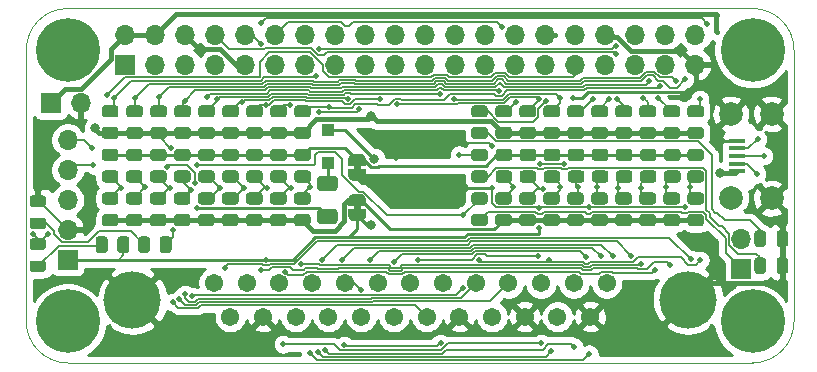
<source format=gbr>
%TF.GenerationSoftware,KiCad,Pcbnew,(5.1.9-16-g1737927814)-1*%
%TF.CreationDate,2021-11-14T21:42:26-06:00*%
%TF.ProjectId,rascsi_zero,72617363-7369-45f7-9a65-726f2e6b6963,rev?*%
%TF.SameCoordinates,PX59d60c0PY325aa00*%
%TF.FileFunction,Copper,L1,Top*%
%TF.FilePolarity,Positive*%
%FSLAX46Y46*%
G04 Gerber Fmt 4.6, Leading zero omitted, Abs format (unit mm)*
G04 Created by KiCad (PCBNEW (5.1.9-16-g1737927814)-1) date 2021-11-14 21:42:26*
%MOMM*%
%LPD*%
G01*
G04 APERTURE LIST*
%TA.AperFunction,Profile*%
%ADD10C,0.050000*%
%TD*%
%TA.AperFunction,EtchedComponent*%
%ADD11C,0.150000*%
%TD*%
%TA.AperFunction,ComponentPad*%
%ADD12C,2.000000*%
%TD*%
%TA.AperFunction,SMDPad,CuDef*%
%ADD13R,1.400000X0.400000*%
%TD*%
%TA.AperFunction,ComponentPad*%
%ADD14C,5.400000*%
%TD*%
%TA.AperFunction,ComponentPad*%
%ADD15O,1.700000X1.700000*%
%TD*%
%TA.AperFunction,ComponentPad*%
%ADD16R,1.700000X1.700000*%
%TD*%
%TA.AperFunction,ComponentPad*%
%ADD17C,4.845000*%
%TD*%
%TA.AperFunction,ComponentPad*%
%ADD18C,1.545000*%
%TD*%
%TA.AperFunction,SMDPad,CuDef*%
%ADD19C,0.150000*%
%TD*%
%TA.AperFunction,SMDPad,CuDef*%
%ADD20R,1.100000X1.100000*%
%TD*%
%TA.AperFunction,ViaPad*%
%ADD21C,0.500000*%
%TD*%
%TA.AperFunction,ViaPad*%
%ADD22C,0.800000*%
%TD*%
%TA.AperFunction,Conductor*%
%ADD23C,0.400000*%
%TD*%
%TA.AperFunction,Conductor*%
%ADD24C,0.150000*%
%TD*%
%TA.AperFunction,Conductor*%
%ADD25C,0.250000*%
%TD*%
%TA.AperFunction,Conductor*%
%ADD26C,0.200000*%
%TD*%
%TA.AperFunction,Conductor*%
%ADD27C,0.254000*%
%TD*%
G04 APERTURE END LIST*
D10*
X83800000Y-19700000D02*
X141800000Y-19700000D01*
X83800000Y-19700000D02*
G75*
G02*
X80300000Y-16200000I0J3500000D01*
G01*
X145300000Y-16200000D02*
G75*
G02*
X141800000Y-19700000I-3500000J0D01*
G01*
X80300000Y6800000D02*
X80300000Y-16200000D01*
X145300000Y6800000D02*
X145300000Y-16200000D01*
X83800000Y10300000D02*
X141800000Y10300000D01*
X80300000Y6800000D02*
G75*
G02*
X83800000Y10300000I3500000J0D01*
G01*
X141800000Y10300000D02*
G75*
G02*
X145300000Y6800000I0J-3500000D01*
G01*
D11*
%TO.C,JP2*%
G36*
X108610000Y-3400000D02*
G01*
X108610000Y-2900000D01*
X108010000Y-2900000D01*
X108010000Y-3400000D01*
X108610000Y-3400000D01*
G37*
%TO.C,JP1*%
G36*
X108610000Y-6800400D02*
G01*
X108610000Y-6300400D01*
X108010000Y-6300400D01*
X108010000Y-6800400D01*
X108610000Y-6800400D01*
G37*
%TD*%
%TO.P,R14,2*%
%TO.N,PI-D7*%
%TA.AperFunction,SMDPad,CuDef*%
G36*
G01*
X137425201Y1075280D02*
X136525199Y1075280D01*
G75*
G02*
X136275200Y1325279I0J249999D01*
G01*
X136275200Y1850281D01*
G75*
G02*
X136525199Y2100280I249999J0D01*
G01*
X137425201Y2100280D01*
G75*
G02*
X137675200Y1850281I0J-249999D01*
G01*
X137675200Y1325279D01*
G75*
G02*
X137425201Y1075280I-249999J0D01*
G01*
G37*
%TD.AperFunction*%
%TO.P,R14,1*%
%TO.N,+3V3*%
%TA.AperFunction,SMDPad,CuDef*%
G36*
G01*
X137425201Y-749720D02*
X136525199Y-749720D01*
G75*
G02*
X136275200Y-499721I0J249999D01*
G01*
X136275200Y25281D01*
G75*
G02*
X136525199Y275280I249999J0D01*
G01*
X137425201Y275280D01*
G75*
G02*
X137675200Y25281I0J-249999D01*
G01*
X137675200Y-499721D01*
G75*
G02*
X137425201Y-749720I-249999J0D01*
G01*
G37*
%TD.AperFunction*%
%TD*%
D12*
%TO.P,J3,MH4*%
%TO.N,GND*%
X139950000Y-5775000D03*
%TO.P,J3,MH3*%
X139950000Y1375000D03*
%TO.P,J3,MH2*%
X143400000Y1375000D03*
%TO.P,J3,MH1*%
X143400000Y-5775000D03*
D13*
%TO.P,J3,5*%
X140450000Y-900000D03*
%TO.P,J3,4*%
%TO.N,Net-(J3-Pad4)*%
X140450000Y-1550000D03*
%TO.P,J3,3*%
%TO.N,Net-(J3-Pad3)*%
X140450000Y-2200000D03*
%TO.P,J3,2*%
%TO.N,Net-(J3-Pad2)*%
X140450000Y-2850000D03*
%TO.P,J3,1*%
%TO.N,+5V*%
X140450000Y-3500000D03*
%TD*%
D14*
%TO.P,H4,1*%
%TO.N,N/C*%
X141800000Y-16200000D03*
%TD*%
%TO.P,H3,1*%
%TO.N,N/C*%
X83800000Y-16200000D03*
%TD*%
%TO.P,H2,1*%
%TO.N,N/C*%
X141800000Y6800000D03*
%TD*%
%TO.P,H1,1*%
%TO.N,N/C*%
X83800000Y6800000D03*
%TD*%
D15*
%TO.P,J2,2*%
%TO.N,GND*%
X140836000Y-9192000D03*
D16*
%TO.P,J2,1*%
%TO.N,EXT-ACT-LED*%
X140836000Y-11732000D03*
%TD*%
D15*
%TO.P,J1,40*%
%TO.N,PI-ACK*%
X136930000Y8070000D03*
%TO.P,J1,39*%
%TO.N,GND*%
X136930000Y5530000D03*
%TO.P,J1,38*%
%TO.N,PI-RST*%
X134390000Y8070000D03*
%TO.P,J1,37*%
%TO.N,PI-BSY*%
X134390000Y5530000D03*
%TO.P,J1,36*%
%TO.N,PI-D6*%
X131850000Y8070000D03*
%TO.P,J1,35*%
%TO.N,PI-ATN*%
X131850000Y5530000D03*
%TO.P,J1,34*%
%TO.N,GND*%
X129310000Y8070000D03*
%TO.P,J1,33*%
%TO.N,PI-D3*%
X129310000Y5530000D03*
%TO.P,J1,32*%
%TO.N,PI-D2*%
X126770000Y8070000D03*
%TO.P,J1,31*%
%TO.N,PI-IND*%
X126770000Y5530000D03*
%TO.P,J1,30*%
%TO.N,GND*%
X124230000Y8070000D03*
%TO.P,J1,29*%
%TO.N,DBG_LED*%
X124230000Y5530000D03*
%TO.P,J1,28*%
%TO.N,N/C*%
X121690000Y8070000D03*
%TO.P,J1,27*%
X121690000Y5530000D03*
%TO.P,J1,26*%
%TO.N,PI-TAD*%
X119150000Y8070000D03*
%TO.P,J1,25*%
%TO.N,GND*%
X119150000Y5530000D03*
%TO.P,J1,24*%
%TO.N,PI-DTD*%
X116610000Y8070000D03*
%TO.P,J1,23*%
%TO.N,PI-D1*%
X116610000Y5530000D03*
%TO.P,J1,22*%
%TO.N,PI-I_O*%
X114070000Y8070000D03*
%TO.P,J1,21*%
%TO.N,N/C*%
X114070000Y5530000D03*
%TO.P,J1,20*%
%TO.N,GND*%
X111530000Y8070000D03*
%TO.P,J1,19*%
%TO.N,PI-D0*%
X111530000Y5530000D03*
%TO.P,J1,18*%
%TO.N,PI-C_D*%
X108990000Y8070000D03*
%TO.P,J1,17*%
%TO.N,+3V3*%
X108990000Y5530000D03*
%TO.P,J1,16*%
%TO.N,PI-MSG*%
X106450000Y8070000D03*
%TO.P,J1,15*%
%TO.N,PI-REQ*%
X106450000Y5530000D03*
%TO.P,J1,14*%
%TO.N,GND*%
X103910000Y8070000D03*
%TO.P,J1,13*%
%TO.N,PI-SEL*%
X103910000Y5530000D03*
%TO.P,J1,12*%
%TO.N,PI-DP*%
X101370000Y8070000D03*
%TO.P,J1,11*%
%TO.N,PI-D7*%
X101370000Y5530000D03*
%TO.P,J1,10*%
%TO.N,PI-D5*%
X98830000Y8070000D03*
%TO.P,J1,9*%
%TO.N,GND*%
X98830000Y5530000D03*
%TO.P,J1,8*%
%TO.N,PI-D4*%
X96290000Y8070000D03*
%TO.P,J1,7*%
%TO.N,PI-ACT*%
X96290000Y5530000D03*
%TO.P,J1,6*%
%TO.N,GND*%
X93750000Y8070000D03*
%TO.P,J1,5*%
%TO.N,PI_SCL*%
X93750000Y5530000D03*
%TO.P,J1,4*%
%TO.N,+5V*%
X91210000Y8070000D03*
%TO.P,J1,3*%
%TO.N,PI_SDA*%
X91210000Y5530000D03*
%TO.P,J1,2*%
%TO.N,+5V*%
X88670000Y8070000D03*
D16*
%TO.P,J1,1*%
%TO.N,+3V3*%
X88670000Y5530000D03*
%TD*%
%TO.P,R59,2*%
%TO.N,EXT-ACT-LED*%
%TA.AperFunction,SMDPad,CuDef*%
G36*
G01*
X118222223Y-7103560D02*
X119122225Y-7103560D01*
G75*
G02*
X119372224Y-7353559I0J-249999D01*
G01*
X119372224Y-7878561D01*
G75*
G02*
X119122225Y-8128560I-249999J0D01*
G01*
X118222223Y-8128560D01*
G75*
G02*
X117972224Y-7878561I0J249999D01*
G01*
X117972224Y-7353559D01*
G75*
G02*
X118222223Y-7103560I249999J0D01*
G01*
G37*
%TD.AperFunction*%
%TO.P,R59,1*%
%TO.N,PI-ACT*%
%TA.AperFunction,SMDPad,CuDef*%
G36*
G01*
X118222223Y-5278560D02*
X119122225Y-5278560D01*
G75*
G02*
X119372224Y-5528559I0J-249999D01*
G01*
X119372224Y-6053561D01*
G75*
G02*
X119122225Y-6303560I-249999J0D01*
G01*
X118222223Y-6303560D01*
G75*
G02*
X117972224Y-6053561I0J249999D01*
G01*
X117972224Y-5528559D01*
G75*
G02*
X118222223Y-5278560I249999J0D01*
G01*
G37*
%TD.AperFunction*%
%TD*%
D17*
%TO.P,J6,MH2*%
%TO.N,GND*%
X89286320Y-14371200D03*
%TO.P,J6,MH1*%
X136326320Y-14371200D03*
D18*
%TO.P,J6,25*%
%TO.N,TERMPOW*%
X97571320Y-15791200D03*
%TO.P,J6,24*%
%TO.N,GND*%
X100341320Y-15791200D03*
%TO.P,J6,23*%
%TO.N,C-D4*%
X103111320Y-15791200D03*
%TO.P,J6,22*%
%TO.N,C-D2*%
X105881320Y-15791200D03*
%TO.P,J6,21*%
%TO.N,C-D1*%
X108651320Y-15791200D03*
%TO.P,J6,20*%
%TO.N,C-DP*%
X111421320Y-15791200D03*
%TO.P,J6,19*%
%TO.N,C-SEL*%
X114191320Y-15791200D03*
%TO.P,J6,18*%
%TO.N,GND*%
X116961320Y-15791200D03*
%TO.P,J6,17*%
%TO.N,C-ATN*%
X119731320Y-15791200D03*
%TO.P,J6,16*%
%TO.N,GND*%
X122501320Y-15791200D03*
%TO.P,J6,15*%
%TO.N,C-C_D*%
X125271320Y-15791200D03*
%TO.P,J6,14*%
%TO.N,GND*%
X128041320Y-15791200D03*
%TO.P,J6,13*%
%TO.N,C-D7*%
X96186320Y-12951200D03*
%TO.P,J6,12*%
%TO.N,C-D6*%
X98956320Y-12951200D03*
%TO.P,J6,11*%
%TO.N,C-D5*%
X101726320Y-12951200D03*
%TO.P,J6,10*%
%TO.N,C-D3*%
X104496320Y-12951200D03*
%TO.P,J6,9*%
%TO.N,GND*%
X107266320Y-12951200D03*
%TO.P,J6,8*%
%TO.N,C-D0*%
X110036320Y-12951200D03*
%TO.P,J6,7*%
%TO.N,GND*%
X112806320Y-12951200D03*
%TO.P,J6,6*%
%TO.N,C-BSY*%
X115576320Y-12951200D03*
%TO.P,J6,5*%
%TO.N,C-ACK*%
X118346320Y-12951200D03*
%TO.P,J6,4*%
%TO.N,C-RST*%
X121116320Y-12951200D03*
%TO.P,J6,3*%
%TO.N,C-I_O*%
X123886320Y-12951200D03*
%TO.P,J6,2*%
%TO.N,C-MSG*%
X126656320Y-12951200D03*
%TO.P,J6,1*%
%TO.N,C-REQ*%
X129426320Y-12951200D03*
%TD*%
%TA.AperFunction,SMDPad,CuDef*%
D19*
%TO.P,JP2,1*%
%TO.N,/TERM_GND*%
G36*
X107560000Y-3000000D02*
G01*
X107560000Y-2500000D01*
X107560602Y-2500000D01*
X107560602Y-2475466D01*
X107565412Y-2426635D01*
X107574984Y-2378510D01*
X107589228Y-2331555D01*
X107608005Y-2286222D01*
X107631136Y-2242949D01*
X107658396Y-2202150D01*
X107689524Y-2164221D01*
X107724221Y-2129524D01*
X107762150Y-2098396D01*
X107802949Y-2071136D01*
X107846222Y-2048005D01*
X107891555Y-2029228D01*
X107938510Y-2014984D01*
X107986635Y-2005412D01*
X108035466Y-2000602D01*
X108060000Y-2000602D01*
X108060000Y-2000000D01*
X108560000Y-2000000D01*
X108560000Y-2000602D01*
X108584534Y-2000602D01*
X108633365Y-2005412D01*
X108681490Y-2014984D01*
X108728445Y-2029228D01*
X108773778Y-2048005D01*
X108817051Y-2071136D01*
X108857850Y-2098396D01*
X108895779Y-2129524D01*
X108930476Y-2164221D01*
X108961604Y-2202150D01*
X108988864Y-2242949D01*
X109011995Y-2286222D01*
X109030772Y-2331555D01*
X109045016Y-2378510D01*
X109054588Y-2426635D01*
X109059398Y-2475466D01*
X109059398Y-2500000D01*
X109060000Y-2500000D01*
X109060000Y-3000000D01*
X107560000Y-3000000D01*
G37*
%TD.AperFunction*%
%TA.AperFunction,SMDPad,CuDef*%
%TO.P,JP2,2*%
%TO.N,GND*%
G36*
X109059398Y-3800000D02*
G01*
X109059398Y-3824534D01*
X109054588Y-3873365D01*
X109045016Y-3921490D01*
X109030772Y-3968445D01*
X109011995Y-4013778D01*
X108988864Y-4057051D01*
X108961604Y-4097850D01*
X108930476Y-4135779D01*
X108895779Y-4170476D01*
X108857850Y-4201604D01*
X108817051Y-4228864D01*
X108773778Y-4251995D01*
X108728445Y-4270772D01*
X108681490Y-4285016D01*
X108633365Y-4294588D01*
X108584534Y-4299398D01*
X108560000Y-4299398D01*
X108560000Y-4300000D01*
X108060000Y-4300000D01*
X108060000Y-4299398D01*
X108035466Y-4299398D01*
X107986635Y-4294588D01*
X107938510Y-4285016D01*
X107891555Y-4270772D01*
X107846222Y-4251995D01*
X107802949Y-4228864D01*
X107762150Y-4201604D01*
X107724221Y-4170476D01*
X107689524Y-4135779D01*
X107658396Y-4097850D01*
X107631136Y-4057051D01*
X107608005Y-4013778D01*
X107589228Y-3968445D01*
X107574984Y-3921490D01*
X107565412Y-3873365D01*
X107560602Y-3824534D01*
X107560602Y-3800000D01*
X107560000Y-3800000D01*
X107560000Y-3300000D01*
X109060000Y-3300000D01*
X109060000Y-3800000D01*
X109059398Y-3800000D01*
G37*
%TD.AperFunction*%
%TD*%
%TA.AperFunction,SMDPad,CuDef*%
%TO.P,JP1,1*%
%TO.N,/TERM_5v*%
G36*
X107560000Y-6400400D02*
G01*
X107560000Y-5900400D01*
X107560602Y-5900400D01*
X107560602Y-5875866D01*
X107565412Y-5827035D01*
X107574984Y-5778910D01*
X107589228Y-5731955D01*
X107608005Y-5686622D01*
X107631136Y-5643349D01*
X107658396Y-5602550D01*
X107689524Y-5564621D01*
X107724221Y-5529924D01*
X107762150Y-5498796D01*
X107802949Y-5471536D01*
X107846222Y-5448405D01*
X107891555Y-5429628D01*
X107938510Y-5415384D01*
X107986635Y-5405812D01*
X108035466Y-5401002D01*
X108060000Y-5401002D01*
X108060000Y-5400400D01*
X108560000Y-5400400D01*
X108560000Y-5401002D01*
X108584534Y-5401002D01*
X108633365Y-5405812D01*
X108681490Y-5415384D01*
X108728445Y-5429628D01*
X108773778Y-5448405D01*
X108817051Y-5471536D01*
X108857850Y-5498796D01*
X108895779Y-5529924D01*
X108930476Y-5564621D01*
X108961604Y-5602550D01*
X108988864Y-5643349D01*
X109011995Y-5686622D01*
X109030772Y-5731955D01*
X109045016Y-5778910D01*
X109054588Y-5827035D01*
X109059398Y-5875866D01*
X109059398Y-5900400D01*
X109060000Y-5900400D01*
X109060000Y-6400400D01*
X107560000Y-6400400D01*
G37*
%TD.AperFunction*%
%TA.AperFunction,SMDPad,CuDef*%
%TO.P,JP1,2*%
%TO.N,+5V*%
G36*
X109059398Y-7200400D02*
G01*
X109059398Y-7224934D01*
X109054588Y-7273765D01*
X109045016Y-7321890D01*
X109030772Y-7368845D01*
X109011995Y-7414178D01*
X108988864Y-7457451D01*
X108961604Y-7498250D01*
X108930476Y-7536179D01*
X108895779Y-7570876D01*
X108857850Y-7602004D01*
X108817051Y-7629264D01*
X108773778Y-7652395D01*
X108728445Y-7671172D01*
X108681490Y-7685416D01*
X108633365Y-7694988D01*
X108584534Y-7699798D01*
X108560000Y-7699798D01*
X108560000Y-7700400D01*
X108060000Y-7700400D01*
X108060000Y-7699798D01*
X108035466Y-7699798D01*
X107986635Y-7694988D01*
X107938510Y-7685416D01*
X107891555Y-7671172D01*
X107846222Y-7652395D01*
X107802949Y-7629264D01*
X107762150Y-7602004D01*
X107724221Y-7570876D01*
X107689524Y-7536179D01*
X107658396Y-7498250D01*
X107631136Y-7457451D01*
X107608005Y-7414178D01*
X107589228Y-7368845D01*
X107574984Y-7321890D01*
X107565412Y-7273765D01*
X107560602Y-7224934D01*
X107560602Y-7200400D01*
X107560000Y-7200400D01*
X107560000Y-6700400D01*
X109060000Y-6700400D01*
X109060000Y-7200400D01*
X109059398Y-7200400D01*
G37*
%TD.AperFunction*%
%TD*%
%TO.P,R58,2*%
%TO.N,C-DP*%
%TA.AperFunction,SMDPad,CuDef*%
G36*
G01*
X120285279Y-3414140D02*
X121185281Y-3414140D01*
G75*
G02*
X121435280Y-3664139I0J-249999D01*
G01*
X121435280Y-4189141D01*
G75*
G02*
X121185281Y-4439140I-249999J0D01*
G01*
X120285279Y-4439140D01*
G75*
G02*
X120035280Y-4189141I0J249999D01*
G01*
X120035280Y-3664139D01*
G75*
G02*
X120285279Y-3414140I249999J0D01*
G01*
G37*
%TD.AperFunction*%
%TO.P,R58,1*%
%TO.N,/TERM_GND*%
%TA.AperFunction,SMDPad,CuDef*%
G36*
G01*
X120285279Y-1589140D02*
X121185281Y-1589140D01*
G75*
G02*
X121435280Y-1839139I0J-249999D01*
G01*
X121435280Y-2364141D01*
G75*
G02*
X121185281Y-2614140I-249999J0D01*
G01*
X120285279Y-2614140D01*
G75*
G02*
X120035280Y-2364141I0J249999D01*
G01*
X120035280Y-1839139D01*
G75*
G02*
X120285279Y-1589140I249999J0D01*
G01*
G37*
%TD.AperFunction*%
%TD*%
%TO.P,R57,2*%
%TO.N,C-D0*%
%TA.AperFunction,SMDPad,CuDef*%
G36*
G01*
X122322209Y-3414140D02*
X123222211Y-3414140D01*
G75*
G02*
X123472210Y-3664139I0J-249999D01*
G01*
X123472210Y-4189141D01*
G75*
G02*
X123222211Y-4439140I-249999J0D01*
G01*
X122322209Y-4439140D01*
G75*
G02*
X122072210Y-4189141I0J249999D01*
G01*
X122072210Y-3664139D01*
G75*
G02*
X122322209Y-3414140I249999J0D01*
G01*
G37*
%TD.AperFunction*%
%TO.P,R57,1*%
%TO.N,/TERM_GND*%
%TA.AperFunction,SMDPad,CuDef*%
G36*
G01*
X122322209Y-1589140D02*
X123222211Y-1589140D01*
G75*
G02*
X123472210Y-1839139I0J-249999D01*
G01*
X123472210Y-2364141D01*
G75*
G02*
X123222211Y-2614140I-249999J0D01*
G01*
X122322209Y-2614140D01*
G75*
G02*
X122072210Y-2364141I0J249999D01*
G01*
X122072210Y-1839139D01*
G75*
G02*
X122322209Y-1589140I249999J0D01*
G01*
G37*
%TD.AperFunction*%
%TD*%
%TO.P,R56,2*%
%TO.N,C-D1*%
%TA.AperFunction,SMDPad,CuDef*%
G36*
G01*
X124359139Y-3414140D02*
X125259141Y-3414140D01*
G75*
G02*
X125509140Y-3664139I0J-249999D01*
G01*
X125509140Y-4189141D01*
G75*
G02*
X125259141Y-4439140I-249999J0D01*
G01*
X124359139Y-4439140D01*
G75*
G02*
X124109140Y-4189141I0J249999D01*
G01*
X124109140Y-3664139D01*
G75*
G02*
X124359139Y-3414140I249999J0D01*
G01*
G37*
%TD.AperFunction*%
%TO.P,R56,1*%
%TO.N,/TERM_GND*%
%TA.AperFunction,SMDPad,CuDef*%
G36*
G01*
X124359139Y-1589140D02*
X125259141Y-1589140D01*
G75*
G02*
X125509140Y-1839139I0J-249999D01*
G01*
X125509140Y-2364141D01*
G75*
G02*
X125259141Y-2614140I-249999J0D01*
G01*
X124359139Y-2614140D01*
G75*
G02*
X124109140Y-2364141I0J249999D01*
G01*
X124109140Y-1839139D01*
G75*
G02*
X124359139Y-1589140I249999J0D01*
G01*
G37*
%TD.AperFunction*%
%TD*%
%TO.P,R55,2*%
%TO.N,C-D2*%
%TA.AperFunction,SMDPad,CuDef*%
G36*
G01*
X126396069Y-3414140D02*
X127296071Y-3414140D01*
G75*
G02*
X127546070Y-3664139I0J-249999D01*
G01*
X127546070Y-4189141D01*
G75*
G02*
X127296071Y-4439140I-249999J0D01*
G01*
X126396069Y-4439140D01*
G75*
G02*
X126146070Y-4189141I0J249999D01*
G01*
X126146070Y-3664139D01*
G75*
G02*
X126396069Y-3414140I249999J0D01*
G01*
G37*
%TD.AperFunction*%
%TO.P,R55,1*%
%TO.N,/TERM_GND*%
%TA.AperFunction,SMDPad,CuDef*%
G36*
G01*
X126396069Y-1589140D02*
X127296071Y-1589140D01*
G75*
G02*
X127546070Y-1839139I0J-249999D01*
G01*
X127546070Y-2364141D01*
G75*
G02*
X127296071Y-2614140I-249999J0D01*
G01*
X126396069Y-2614140D01*
G75*
G02*
X126146070Y-2364141I0J249999D01*
G01*
X126146070Y-1839139D01*
G75*
G02*
X126396069Y-1589140I249999J0D01*
G01*
G37*
%TD.AperFunction*%
%TD*%
%TO.P,R54,2*%
%TO.N,C-D3*%
%TA.AperFunction,SMDPad,CuDef*%
G36*
G01*
X128432999Y-3414140D02*
X129333001Y-3414140D01*
G75*
G02*
X129583000Y-3664139I0J-249999D01*
G01*
X129583000Y-4189141D01*
G75*
G02*
X129333001Y-4439140I-249999J0D01*
G01*
X128432999Y-4439140D01*
G75*
G02*
X128183000Y-4189141I0J249999D01*
G01*
X128183000Y-3664139D01*
G75*
G02*
X128432999Y-3414140I249999J0D01*
G01*
G37*
%TD.AperFunction*%
%TO.P,R54,1*%
%TO.N,/TERM_GND*%
%TA.AperFunction,SMDPad,CuDef*%
G36*
G01*
X128432999Y-1589140D02*
X129333001Y-1589140D01*
G75*
G02*
X129583000Y-1839139I0J-249999D01*
G01*
X129583000Y-2364141D01*
G75*
G02*
X129333001Y-2614140I-249999J0D01*
G01*
X128432999Y-2614140D01*
G75*
G02*
X128183000Y-2364141I0J249999D01*
G01*
X128183000Y-1839139D01*
G75*
G02*
X128432999Y-1589140I249999J0D01*
G01*
G37*
%TD.AperFunction*%
%TD*%
%TO.P,R53,2*%
%TO.N,C-D4*%
%TA.AperFunction,SMDPad,CuDef*%
G36*
G01*
X130469929Y-3414140D02*
X131369931Y-3414140D01*
G75*
G02*
X131619930Y-3664139I0J-249999D01*
G01*
X131619930Y-4189141D01*
G75*
G02*
X131369931Y-4439140I-249999J0D01*
G01*
X130469929Y-4439140D01*
G75*
G02*
X130219930Y-4189141I0J249999D01*
G01*
X130219930Y-3664139D01*
G75*
G02*
X130469929Y-3414140I249999J0D01*
G01*
G37*
%TD.AperFunction*%
%TO.P,R53,1*%
%TO.N,/TERM_GND*%
%TA.AperFunction,SMDPad,CuDef*%
G36*
G01*
X130469929Y-1589140D02*
X131369931Y-1589140D01*
G75*
G02*
X131619930Y-1839139I0J-249999D01*
G01*
X131619930Y-2364141D01*
G75*
G02*
X131369931Y-2614140I-249999J0D01*
G01*
X130469929Y-2614140D01*
G75*
G02*
X130219930Y-2364141I0J249999D01*
G01*
X130219930Y-1839139D01*
G75*
G02*
X130469929Y-1589140I249999J0D01*
G01*
G37*
%TD.AperFunction*%
%TD*%
%TO.P,R52,2*%
%TO.N,C-D5*%
%TA.AperFunction,SMDPad,CuDef*%
G36*
G01*
X132506859Y-3414140D02*
X133406861Y-3414140D01*
G75*
G02*
X133656860Y-3664139I0J-249999D01*
G01*
X133656860Y-4189141D01*
G75*
G02*
X133406861Y-4439140I-249999J0D01*
G01*
X132506859Y-4439140D01*
G75*
G02*
X132256860Y-4189141I0J249999D01*
G01*
X132256860Y-3664139D01*
G75*
G02*
X132506859Y-3414140I249999J0D01*
G01*
G37*
%TD.AperFunction*%
%TO.P,R52,1*%
%TO.N,/TERM_GND*%
%TA.AperFunction,SMDPad,CuDef*%
G36*
G01*
X132506859Y-1589140D02*
X133406861Y-1589140D01*
G75*
G02*
X133656860Y-1839139I0J-249999D01*
G01*
X133656860Y-2364141D01*
G75*
G02*
X133406861Y-2614140I-249999J0D01*
G01*
X132506859Y-2614140D01*
G75*
G02*
X132256860Y-2364141I0J249999D01*
G01*
X132256860Y-1839139D01*
G75*
G02*
X132506859Y-1589140I249999J0D01*
G01*
G37*
%TD.AperFunction*%
%TD*%
%TO.P,R51,2*%
%TO.N,C-D6*%
%TA.AperFunction,SMDPad,CuDef*%
G36*
G01*
X134543789Y-3414140D02*
X135443791Y-3414140D01*
G75*
G02*
X135693790Y-3664139I0J-249999D01*
G01*
X135693790Y-4189141D01*
G75*
G02*
X135443791Y-4439140I-249999J0D01*
G01*
X134543789Y-4439140D01*
G75*
G02*
X134293790Y-4189141I0J249999D01*
G01*
X134293790Y-3664139D01*
G75*
G02*
X134543789Y-3414140I249999J0D01*
G01*
G37*
%TD.AperFunction*%
%TO.P,R51,1*%
%TO.N,/TERM_GND*%
%TA.AperFunction,SMDPad,CuDef*%
G36*
G01*
X134543789Y-1589140D02*
X135443791Y-1589140D01*
G75*
G02*
X135693790Y-1839139I0J-249999D01*
G01*
X135693790Y-2364141D01*
G75*
G02*
X135443791Y-2614140I-249999J0D01*
G01*
X134543789Y-2614140D01*
G75*
G02*
X134293790Y-2364141I0J249999D01*
G01*
X134293790Y-1839139D01*
G75*
G02*
X134543789Y-1589140I249999J0D01*
G01*
G37*
%TD.AperFunction*%
%TD*%
%TO.P,R50,2*%
%TO.N,C-D7*%
%TA.AperFunction,SMDPad,CuDef*%
G36*
G01*
X136525199Y-3414140D02*
X137425201Y-3414140D01*
G75*
G02*
X137675200Y-3664139I0J-249999D01*
G01*
X137675200Y-4189141D01*
G75*
G02*
X137425201Y-4439140I-249999J0D01*
G01*
X136525199Y-4439140D01*
G75*
G02*
X136275200Y-4189141I0J249999D01*
G01*
X136275200Y-3664139D01*
G75*
G02*
X136525199Y-3414140I249999J0D01*
G01*
G37*
%TD.AperFunction*%
%TO.P,R50,1*%
%TO.N,/TERM_GND*%
%TA.AperFunction,SMDPad,CuDef*%
G36*
G01*
X136525199Y-1589140D02*
X137425201Y-1589140D01*
G75*
G02*
X137675200Y-1839139I0J-249999D01*
G01*
X137675200Y-2364141D01*
G75*
G02*
X137425201Y-2614140I-249999J0D01*
G01*
X136525199Y-2614140D01*
G75*
G02*
X136275200Y-2364141I0J249999D01*
G01*
X136275200Y-1839139D01*
G75*
G02*
X136525199Y-1589140I249999J0D01*
G01*
G37*
%TD.AperFunction*%
%TD*%
%TO.P,R49,2*%
%TO.N,C-I_O*%
%TA.AperFunction,SMDPad,CuDef*%
G36*
G01*
X95099389Y-3414140D02*
X95999391Y-3414140D01*
G75*
G02*
X96249390Y-3664139I0J-249999D01*
G01*
X96249390Y-4189141D01*
G75*
G02*
X95999391Y-4439140I-249999J0D01*
G01*
X95099389Y-4439140D01*
G75*
G02*
X94849390Y-4189141I0J249999D01*
G01*
X94849390Y-3664139D01*
G75*
G02*
X95099389Y-3414140I249999J0D01*
G01*
G37*
%TD.AperFunction*%
%TO.P,R49,1*%
%TO.N,/TERM_GND*%
%TA.AperFunction,SMDPad,CuDef*%
G36*
G01*
X95099389Y-1589140D02*
X95999391Y-1589140D01*
G75*
G02*
X96249390Y-1839139I0J-249999D01*
G01*
X96249390Y-2364141D01*
G75*
G02*
X95999391Y-2614140I-249999J0D01*
G01*
X95099389Y-2614140D01*
G75*
G02*
X94849390Y-2364141I0J249999D01*
G01*
X94849390Y-1839139D01*
G75*
G02*
X95099389Y-1589140I249999J0D01*
G01*
G37*
%TD.AperFunction*%
%TD*%
%TO.P,R48,2*%
%TO.N,C-REQ*%
%TA.AperFunction,SMDPad,CuDef*%
G36*
G01*
X97136319Y-3414140D02*
X98036321Y-3414140D01*
G75*
G02*
X98286320Y-3664139I0J-249999D01*
G01*
X98286320Y-4189141D01*
G75*
G02*
X98036321Y-4439140I-249999J0D01*
G01*
X97136319Y-4439140D01*
G75*
G02*
X96886320Y-4189141I0J249999D01*
G01*
X96886320Y-3664139D01*
G75*
G02*
X97136319Y-3414140I249999J0D01*
G01*
G37*
%TD.AperFunction*%
%TO.P,R48,1*%
%TO.N,/TERM_GND*%
%TA.AperFunction,SMDPad,CuDef*%
G36*
G01*
X97136319Y-1589140D02*
X98036321Y-1589140D01*
G75*
G02*
X98286320Y-1839139I0J-249999D01*
G01*
X98286320Y-2364141D01*
G75*
G02*
X98036321Y-2614140I-249999J0D01*
G01*
X97136319Y-2614140D01*
G75*
G02*
X96886320Y-2364141I0J249999D01*
G01*
X96886320Y-1839139D01*
G75*
G02*
X97136319Y-1589140I249999J0D01*
G01*
G37*
%TD.AperFunction*%
%TD*%
%TO.P,R47,2*%
%TO.N,C-C_D*%
%TA.AperFunction,SMDPad,CuDef*%
G36*
G01*
X99173249Y-3414140D02*
X100073251Y-3414140D01*
G75*
G02*
X100323250Y-3664139I0J-249999D01*
G01*
X100323250Y-4189141D01*
G75*
G02*
X100073251Y-4439140I-249999J0D01*
G01*
X99173249Y-4439140D01*
G75*
G02*
X98923250Y-4189141I0J249999D01*
G01*
X98923250Y-3664139D01*
G75*
G02*
X99173249Y-3414140I249999J0D01*
G01*
G37*
%TD.AperFunction*%
%TO.P,R47,1*%
%TO.N,/TERM_GND*%
%TA.AperFunction,SMDPad,CuDef*%
G36*
G01*
X99173249Y-1589140D02*
X100073251Y-1589140D01*
G75*
G02*
X100323250Y-1839139I0J-249999D01*
G01*
X100323250Y-2364141D01*
G75*
G02*
X100073251Y-2614140I-249999J0D01*
G01*
X99173249Y-2614140D01*
G75*
G02*
X98923250Y-2364141I0J249999D01*
G01*
X98923250Y-1839139D01*
G75*
G02*
X99173249Y-1589140I249999J0D01*
G01*
G37*
%TD.AperFunction*%
%TD*%
%TO.P,R46,2*%
%TO.N,C-MSG*%
%TA.AperFunction,SMDPad,CuDef*%
G36*
G01*
X101210179Y-3414140D02*
X102110181Y-3414140D01*
G75*
G02*
X102360180Y-3664139I0J-249999D01*
G01*
X102360180Y-4189141D01*
G75*
G02*
X102110181Y-4439140I-249999J0D01*
G01*
X101210179Y-4439140D01*
G75*
G02*
X100960180Y-4189141I0J249999D01*
G01*
X100960180Y-3664139D01*
G75*
G02*
X101210179Y-3414140I249999J0D01*
G01*
G37*
%TD.AperFunction*%
%TO.P,R46,1*%
%TO.N,/TERM_GND*%
%TA.AperFunction,SMDPad,CuDef*%
G36*
G01*
X101210179Y-1589140D02*
X102110181Y-1589140D01*
G75*
G02*
X102360180Y-1839139I0J-249999D01*
G01*
X102360180Y-2364141D01*
G75*
G02*
X102110181Y-2614140I-249999J0D01*
G01*
X101210179Y-2614140D01*
G75*
G02*
X100960180Y-2364141I0J249999D01*
G01*
X100960180Y-1839139D01*
G75*
G02*
X101210179Y-1589140I249999J0D01*
G01*
G37*
%TD.AperFunction*%
%TD*%
%TO.P,R45,2*%
%TO.N,C-BSY*%
%TA.AperFunction,SMDPad,CuDef*%
G36*
G01*
X103247109Y-3414140D02*
X104147111Y-3414140D01*
G75*
G02*
X104397110Y-3664139I0J-249999D01*
G01*
X104397110Y-4189141D01*
G75*
G02*
X104147111Y-4439140I-249999J0D01*
G01*
X103247109Y-4439140D01*
G75*
G02*
X102997110Y-4189141I0J249999D01*
G01*
X102997110Y-3664139D01*
G75*
G02*
X103247109Y-3414140I249999J0D01*
G01*
G37*
%TD.AperFunction*%
%TO.P,R45,1*%
%TO.N,/TERM_GND*%
%TA.AperFunction,SMDPad,CuDef*%
G36*
G01*
X103247109Y-1589140D02*
X104147111Y-1589140D01*
G75*
G02*
X104397110Y-1839139I0J-249999D01*
G01*
X104397110Y-2364141D01*
G75*
G02*
X104147111Y-2614140I-249999J0D01*
G01*
X103247109Y-2614140D01*
G75*
G02*
X102997110Y-2364141I0J249999D01*
G01*
X102997110Y-1839139D01*
G75*
G02*
X103247109Y-1589140I249999J0D01*
G01*
G37*
%TD.AperFunction*%
%TD*%
%TO.P,R44,2*%
%TO.N,C-SEL*%
%TA.AperFunction,SMDPad,CuDef*%
G36*
G01*
X86951659Y-3414140D02*
X87851661Y-3414140D01*
G75*
G02*
X88101660Y-3664139I0J-249999D01*
G01*
X88101660Y-4189141D01*
G75*
G02*
X87851661Y-4439140I-249999J0D01*
G01*
X86951659Y-4439140D01*
G75*
G02*
X86701660Y-4189141I0J249999D01*
G01*
X86701660Y-3664139D01*
G75*
G02*
X86951659Y-3414140I249999J0D01*
G01*
G37*
%TD.AperFunction*%
%TO.P,R44,1*%
%TO.N,/TERM_GND*%
%TA.AperFunction,SMDPad,CuDef*%
G36*
G01*
X86951659Y-1589140D02*
X87851661Y-1589140D01*
G75*
G02*
X88101660Y-1839139I0J-249999D01*
G01*
X88101660Y-2364141D01*
G75*
G02*
X87851661Y-2614140I-249999J0D01*
G01*
X86951659Y-2614140D01*
G75*
G02*
X86701660Y-2364141I0J249999D01*
G01*
X86701660Y-1839139D01*
G75*
G02*
X86951659Y-1589140I249999J0D01*
G01*
G37*
%TD.AperFunction*%
%TD*%
%TO.P,R43,2*%
%TO.N,C-RST*%
%TA.AperFunction,SMDPad,CuDef*%
G36*
G01*
X88988599Y-3414140D02*
X89888601Y-3414140D01*
G75*
G02*
X90138600Y-3664139I0J-249999D01*
G01*
X90138600Y-4189141D01*
G75*
G02*
X89888601Y-4439140I-249999J0D01*
G01*
X88988599Y-4439140D01*
G75*
G02*
X88738600Y-4189141I0J249999D01*
G01*
X88738600Y-3664139D01*
G75*
G02*
X88988599Y-3414140I249999J0D01*
G01*
G37*
%TD.AperFunction*%
%TO.P,R43,1*%
%TO.N,/TERM_GND*%
%TA.AperFunction,SMDPad,CuDef*%
G36*
G01*
X88988599Y-1589140D02*
X89888601Y-1589140D01*
G75*
G02*
X90138600Y-1839139I0J-249999D01*
G01*
X90138600Y-2364141D01*
G75*
G02*
X89888601Y-2614140I-249999J0D01*
G01*
X88988599Y-2614140D01*
G75*
G02*
X88738600Y-2364141I0J249999D01*
G01*
X88738600Y-1839139D01*
G75*
G02*
X88988599Y-1589140I249999J0D01*
G01*
G37*
%TD.AperFunction*%
%TD*%
%TO.P,R42,2*%
%TO.N,C-ACK*%
%TA.AperFunction,SMDPad,CuDef*%
G36*
G01*
X91025529Y-3414140D02*
X91925531Y-3414140D01*
G75*
G02*
X92175530Y-3664139I0J-249999D01*
G01*
X92175530Y-4189141D01*
G75*
G02*
X91925531Y-4439140I-249999J0D01*
G01*
X91025529Y-4439140D01*
G75*
G02*
X90775530Y-4189141I0J249999D01*
G01*
X90775530Y-3664139D01*
G75*
G02*
X91025529Y-3414140I249999J0D01*
G01*
G37*
%TD.AperFunction*%
%TO.P,R42,1*%
%TO.N,/TERM_GND*%
%TA.AperFunction,SMDPad,CuDef*%
G36*
G01*
X91025529Y-1589140D02*
X91925531Y-1589140D01*
G75*
G02*
X92175530Y-1839139I0J-249999D01*
G01*
X92175530Y-2364141D01*
G75*
G02*
X91925531Y-2614140I-249999J0D01*
G01*
X91025529Y-2614140D01*
G75*
G02*
X90775530Y-2364141I0J249999D01*
G01*
X90775530Y-1839139D01*
G75*
G02*
X91025529Y-1589140I249999J0D01*
G01*
G37*
%TD.AperFunction*%
%TD*%
%TO.P,R41,2*%
%TO.N,C-ATN*%
%TA.AperFunction,SMDPad,CuDef*%
G36*
G01*
X93062459Y-3414140D02*
X93962461Y-3414140D01*
G75*
G02*
X94212460Y-3664139I0J-249999D01*
G01*
X94212460Y-4189141D01*
G75*
G02*
X93962461Y-4439140I-249999J0D01*
G01*
X93062459Y-4439140D01*
G75*
G02*
X92812460Y-4189141I0J249999D01*
G01*
X92812460Y-3664139D01*
G75*
G02*
X93062459Y-3414140I249999J0D01*
G01*
G37*
%TD.AperFunction*%
%TO.P,R41,1*%
%TO.N,/TERM_GND*%
%TA.AperFunction,SMDPad,CuDef*%
G36*
G01*
X93062459Y-1589140D02*
X93962461Y-1589140D01*
G75*
G02*
X94212460Y-1839139I0J-249999D01*
G01*
X94212460Y-2364141D01*
G75*
G02*
X93962461Y-2614140I-249999J0D01*
G01*
X93062459Y-2614140D01*
G75*
G02*
X92812460Y-2364141I0J249999D01*
G01*
X92812460Y-1839139D01*
G75*
G02*
X93062459Y-1589140I249999J0D01*
G01*
G37*
%TD.AperFunction*%
%TD*%
%TO.P,R40,2*%
%TO.N,C-DP*%
%TA.AperFunction,SMDPad,CuDef*%
G36*
G01*
X121155889Y-6303560D02*
X120255887Y-6303560D01*
G75*
G02*
X120005888Y-6053561I0J249999D01*
G01*
X120005888Y-5528559D01*
G75*
G02*
X120255887Y-5278560I249999J0D01*
G01*
X121155889Y-5278560D01*
G75*
G02*
X121405888Y-5528559I0J-249999D01*
G01*
X121405888Y-6053561D01*
G75*
G02*
X121155889Y-6303560I-249999J0D01*
G01*
G37*
%TD.AperFunction*%
%TO.P,R40,1*%
%TO.N,/TERM_5v*%
%TA.AperFunction,SMDPad,CuDef*%
G36*
G01*
X121155889Y-8128560D02*
X120255887Y-8128560D01*
G75*
G02*
X120005888Y-7878561I0J249999D01*
G01*
X120005888Y-7353559D01*
G75*
G02*
X120255887Y-7103560I249999J0D01*
G01*
X121155889Y-7103560D01*
G75*
G02*
X121405888Y-7353559I0J-249999D01*
G01*
X121405888Y-7878561D01*
G75*
G02*
X121155889Y-8128560I-249999J0D01*
G01*
G37*
%TD.AperFunction*%
%TD*%
%TO.P,R39,2*%
%TO.N,C-D0*%
%TA.AperFunction,SMDPad,CuDef*%
G36*
G01*
X123189553Y-6303560D02*
X122289551Y-6303560D01*
G75*
G02*
X122039552Y-6053561I0J249999D01*
G01*
X122039552Y-5528559D01*
G75*
G02*
X122289551Y-5278560I249999J0D01*
G01*
X123189553Y-5278560D01*
G75*
G02*
X123439552Y-5528559I0J-249999D01*
G01*
X123439552Y-6053561D01*
G75*
G02*
X123189553Y-6303560I-249999J0D01*
G01*
G37*
%TD.AperFunction*%
%TO.P,R39,1*%
%TO.N,/TERM_5v*%
%TA.AperFunction,SMDPad,CuDef*%
G36*
G01*
X123189553Y-8128560D02*
X122289551Y-8128560D01*
G75*
G02*
X122039552Y-7878561I0J249999D01*
G01*
X122039552Y-7353559D01*
G75*
G02*
X122289551Y-7103560I249999J0D01*
G01*
X123189553Y-7103560D01*
G75*
G02*
X123439552Y-7353559I0J-249999D01*
G01*
X123439552Y-7878561D01*
G75*
G02*
X123189553Y-8128560I-249999J0D01*
G01*
G37*
%TD.AperFunction*%
%TD*%
%TO.P,R38,2*%
%TO.N,C-D1*%
%TA.AperFunction,SMDPad,CuDef*%
G36*
G01*
X125223217Y-6303560D02*
X124323215Y-6303560D01*
G75*
G02*
X124073216Y-6053561I0J249999D01*
G01*
X124073216Y-5528559D01*
G75*
G02*
X124323215Y-5278560I249999J0D01*
G01*
X125223217Y-5278560D01*
G75*
G02*
X125473216Y-5528559I0J-249999D01*
G01*
X125473216Y-6053561D01*
G75*
G02*
X125223217Y-6303560I-249999J0D01*
G01*
G37*
%TD.AperFunction*%
%TO.P,R38,1*%
%TO.N,/TERM_5v*%
%TA.AperFunction,SMDPad,CuDef*%
G36*
G01*
X125223217Y-8128560D02*
X124323215Y-8128560D01*
G75*
G02*
X124073216Y-7878561I0J249999D01*
G01*
X124073216Y-7353559D01*
G75*
G02*
X124323215Y-7103560I249999J0D01*
G01*
X125223217Y-7103560D01*
G75*
G02*
X125473216Y-7353559I0J-249999D01*
G01*
X125473216Y-7878561D01*
G75*
G02*
X125223217Y-8128560I-249999J0D01*
G01*
G37*
%TD.AperFunction*%
%TD*%
%TO.P,R37,2*%
%TO.N,C-D2*%
%TA.AperFunction,SMDPad,CuDef*%
G36*
G01*
X127256881Y-6303560D02*
X126356879Y-6303560D01*
G75*
G02*
X126106880Y-6053561I0J249999D01*
G01*
X126106880Y-5528559D01*
G75*
G02*
X126356879Y-5278560I249999J0D01*
G01*
X127256881Y-5278560D01*
G75*
G02*
X127506880Y-5528559I0J-249999D01*
G01*
X127506880Y-6053561D01*
G75*
G02*
X127256881Y-6303560I-249999J0D01*
G01*
G37*
%TD.AperFunction*%
%TO.P,R37,1*%
%TO.N,/TERM_5v*%
%TA.AperFunction,SMDPad,CuDef*%
G36*
G01*
X127256881Y-8128560D02*
X126356879Y-8128560D01*
G75*
G02*
X126106880Y-7878561I0J249999D01*
G01*
X126106880Y-7353559D01*
G75*
G02*
X126356879Y-7103560I249999J0D01*
G01*
X127256881Y-7103560D01*
G75*
G02*
X127506880Y-7353559I0J-249999D01*
G01*
X127506880Y-7878561D01*
G75*
G02*
X127256881Y-8128560I-249999J0D01*
G01*
G37*
%TD.AperFunction*%
%TD*%
%TO.P,R36,2*%
%TO.N,C-D3*%
%TA.AperFunction,SMDPad,CuDef*%
G36*
G01*
X129290545Y-6303560D02*
X128390543Y-6303560D01*
G75*
G02*
X128140544Y-6053561I0J249999D01*
G01*
X128140544Y-5528559D01*
G75*
G02*
X128390543Y-5278560I249999J0D01*
G01*
X129290545Y-5278560D01*
G75*
G02*
X129540544Y-5528559I0J-249999D01*
G01*
X129540544Y-6053561D01*
G75*
G02*
X129290545Y-6303560I-249999J0D01*
G01*
G37*
%TD.AperFunction*%
%TO.P,R36,1*%
%TO.N,/TERM_5v*%
%TA.AperFunction,SMDPad,CuDef*%
G36*
G01*
X129290545Y-8128560D02*
X128390543Y-8128560D01*
G75*
G02*
X128140544Y-7878561I0J249999D01*
G01*
X128140544Y-7353559D01*
G75*
G02*
X128390543Y-7103560I249999J0D01*
G01*
X129290545Y-7103560D01*
G75*
G02*
X129540544Y-7353559I0J-249999D01*
G01*
X129540544Y-7878561D01*
G75*
G02*
X129290545Y-8128560I-249999J0D01*
G01*
G37*
%TD.AperFunction*%
%TD*%
%TO.P,R35,2*%
%TO.N,C-D4*%
%TA.AperFunction,SMDPad,CuDef*%
G36*
G01*
X131324209Y-6303560D02*
X130424207Y-6303560D01*
G75*
G02*
X130174208Y-6053561I0J249999D01*
G01*
X130174208Y-5528559D01*
G75*
G02*
X130424207Y-5278560I249999J0D01*
G01*
X131324209Y-5278560D01*
G75*
G02*
X131574208Y-5528559I0J-249999D01*
G01*
X131574208Y-6053561D01*
G75*
G02*
X131324209Y-6303560I-249999J0D01*
G01*
G37*
%TD.AperFunction*%
%TO.P,R35,1*%
%TO.N,/TERM_5v*%
%TA.AperFunction,SMDPad,CuDef*%
G36*
G01*
X131324209Y-8128560D02*
X130424207Y-8128560D01*
G75*
G02*
X130174208Y-7878561I0J249999D01*
G01*
X130174208Y-7353559D01*
G75*
G02*
X130424207Y-7103560I249999J0D01*
G01*
X131324209Y-7103560D01*
G75*
G02*
X131574208Y-7353559I0J-249999D01*
G01*
X131574208Y-7878561D01*
G75*
G02*
X131324209Y-8128560I-249999J0D01*
G01*
G37*
%TD.AperFunction*%
%TD*%
%TO.P,R34,2*%
%TO.N,C-D5*%
%TA.AperFunction,SMDPad,CuDef*%
G36*
G01*
X133357873Y-6303560D02*
X132457871Y-6303560D01*
G75*
G02*
X132207872Y-6053561I0J249999D01*
G01*
X132207872Y-5528559D01*
G75*
G02*
X132457871Y-5278560I249999J0D01*
G01*
X133357873Y-5278560D01*
G75*
G02*
X133607872Y-5528559I0J-249999D01*
G01*
X133607872Y-6053561D01*
G75*
G02*
X133357873Y-6303560I-249999J0D01*
G01*
G37*
%TD.AperFunction*%
%TO.P,R34,1*%
%TO.N,/TERM_5v*%
%TA.AperFunction,SMDPad,CuDef*%
G36*
G01*
X133357873Y-8128560D02*
X132457871Y-8128560D01*
G75*
G02*
X132207872Y-7878561I0J249999D01*
G01*
X132207872Y-7353559D01*
G75*
G02*
X132457871Y-7103560I249999J0D01*
G01*
X133357873Y-7103560D01*
G75*
G02*
X133607872Y-7353559I0J-249999D01*
G01*
X133607872Y-7878561D01*
G75*
G02*
X133357873Y-8128560I-249999J0D01*
G01*
G37*
%TD.AperFunction*%
%TD*%
%TO.P,R33,2*%
%TO.N,C-D6*%
%TA.AperFunction,SMDPad,CuDef*%
G36*
G01*
X135391537Y-6303560D02*
X134491535Y-6303560D01*
G75*
G02*
X134241536Y-6053561I0J249999D01*
G01*
X134241536Y-5528559D01*
G75*
G02*
X134491535Y-5278560I249999J0D01*
G01*
X135391537Y-5278560D01*
G75*
G02*
X135641536Y-5528559I0J-249999D01*
G01*
X135641536Y-6053561D01*
G75*
G02*
X135391537Y-6303560I-249999J0D01*
G01*
G37*
%TD.AperFunction*%
%TO.P,R33,1*%
%TO.N,/TERM_5v*%
%TA.AperFunction,SMDPad,CuDef*%
G36*
G01*
X135391537Y-8128560D02*
X134491535Y-8128560D01*
G75*
G02*
X134241536Y-7878561I0J249999D01*
G01*
X134241536Y-7353559D01*
G75*
G02*
X134491535Y-7103560I249999J0D01*
G01*
X135391537Y-7103560D01*
G75*
G02*
X135641536Y-7353559I0J-249999D01*
G01*
X135641536Y-7878561D01*
G75*
G02*
X135391537Y-8128560I-249999J0D01*
G01*
G37*
%TD.AperFunction*%
%TD*%
%TO.P,R32,2*%
%TO.N,C-D7*%
%TA.AperFunction,SMDPad,CuDef*%
G36*
G01*
X137425201Y-6303560D02*
X136525199Y-6303560D01*
G75*
G02*
X136275200Y-6053561I0J249999D01*
G01*
X136275200Y-5528559D01*
G75*
G02*
X136525199Y-5278560I249999J0D01*
G01*
X137425201Y-5278560D01*
G75*
G02*
X137675200Y-5528559I0J-249999D01*
G01*
X137675200Y-6053561D01*
G75*
G02*
X137425201Y-6303560I-249999J0D01*
G01*
G37*
%TD.AperFunction*%
%TO.P,R32,1*%
%TO.N,/TERM_5v*%
%TA.AperFunction,SMDPad,CuDef*%
G36*
G01*
X137425201Y-8128560D02*
X136525199Y-8128560D01*
G75*
G02*
X136275200Y-7878561I0J249999D01*
G01*
X136275200Y-7353559D01*
G75*
G02*
X136525199Y-7103560I249999J0D01*
G01*
X137425201Y-7103560D01*
G75*
G02*
X137675200Y-7353559I0J-249999D01*
G01*
X137675200Y-7878561D01*
G75*
G02*
X137425201Y-8128560I-249999J0D01*
G01*
G37*
%TD.AperFunction*%
%TD*%
%TO.P,R31,2*%
%TO.N,C-I_O*%
%TA.AperFunction,SMDPad,CuDef*%
G36*
G01*
X95986329Y-6303560D02*
X95086327Y-6303560D01*
G75*
G02*
X94836328Y-6053561I0J249999D01*
G01*
X94836328Y-5528559D01*
G75*
G02*
X95086327Y-5278560I249999J0D01*
G01*
X95986329Y-5278560D01*
G75*
G02*
X96236328Y-5528559I0J-249999D01*
G01*
X96236328Y-6053561D01*
G75*
G02*
X95986329Y-6303560I-249999J0D01*
G01*
G37*
%TD.AperFunction*%
%TO.P,R31,1*%
%TO.N,/TERM_5v*%
%TA.AperFunction,SMDPad,CuDef*%
G36*
G01*
X95986329Y-8128560D02*
X95086327Y-8128560D01*
G75*
G02*
X94836328Y-7878561I0J249999D01*
G01*
X94836328Y-7353559D01*
G75*
G02*
X95086327Y-7103560I249999J0D01*
G01*
X95986329Y-7103560D01*
G75*
G02*
X96236328Y-7353559I0J-249999D01*
G01*
X96236328Y-7878561D01*
G75*
G02*
X95986329Y-8128560I-249999J0D01*
G01*
G37*
%TD.AperFunction*%
%TD*%
%TO.P,R30,2*%
%TO.N,C-REQ*%
%TA.AperFunction,SMDPad,CuDef*%
G36*
G01*
X98019993Y-6303560D02*
X97119991Y-6303560D01*
G75*
G02*
X96869992Y-6053561I0J249999D01*
G01*
X96869992Y-5528559D01*
G75*
G02*
X97119991Y-5278560I249999J0D01*
G01*
X98019993Y-5278560D01*
G75*
G02*
X98269992Y-5528559I0J-249999D01*
G01*
X98269992Y-6053561D01*
G75*
G02*
X98019993Y-6303560I-249999J0D01*
G01*
G37*
%TD.AperFunction*%
%TO.P,R30,1*%
%TO.N,/TERM_5v*%
%TA.AperFunction,SMDPad,CuDef*%
G36*
G01*
X98019993Y-8128560D02*
X97119991Y-8128560D01*
G75*
G02*
X96869992Y-7878561I0J249999D01*
G01*
X96869992Y-7353559D01*
G75*
G02*
X97119991Y-7103560I249999J0D01*
G01*
X98019993Y-7103560D01*
G75*
G02*
X98269992Y-7353559I0J-249999D01*
G01*
X98269992Y-7878561D01*
G75*
G02*
X98019993Y-8128560I-249999J0D01*
G01*
G37*
%TD.AperFunction*%
%TD*%
%TO.P,R29,2*%
%TO.N,C-C_D*%
%TA.AperFunction,SMDPad,CuDef*%
G36*
G01*
X100053657Y-6303560D02*
X99153655Y-6303560D01*
G75*
G02*
X98903656Y-6053561I0J249999D01*
G01*
X98903656Y-5528559D01*
G75*
G02*
X99153655Y-5278560I249999J0D01*
G01*
X100053657Y-5278560D01*
G75*
G02*
X100303656Y-5528559I0J-249999D01*
G01*
X100303656Y-6053561D01*
G75*
G02*
X100053657Y-6303560I-249999J0D01*
G01*
G37*
%TD.AperFunction*%
%TO.P,R29,1*%
%TO.N,/TERM_5v*%
%TA.AperFunction,SMDPad,CuDef*%
G36*
G01*
X100053657Y-8128560D02*
X99153655Y-8128560D01*
G75*
G02*
X98903656Y-7878561I0J249999D01*
G01*
X98903656Y-7353559D01*
G75*
G02*
X99153655Y-7103560I249999J0D01*
G01*
X100053657Y-7103560D01*
G75*
G02*
X100303656Y-7353559I0J-249999D01*
G01*
X100303656Y-7878561D01*
G75*
G02*
X100053657Y-8128560I-249999J0D01*
G01*
G37*
%TD.AperFunction*%
%TD*%
%TO.P,R28,2*%
%TO.N,C-MSG*%
%TA.AperFunction,SMDPad,CuDef*%
G36*
G01*
X102087321Y-6303560D02*
X101187319Y-6303560D01*
G75*
G02*
X100937320Y-6053561I0J249999D01*
G01*
X100937320Y-5528559D01*
G75*
G02*
X101187319Y-5278560I249999J0D01*
G01*
X102087321Y-5278560D01*
G75*
G02*
X102337320Y-5528559I0J-249999D01*
G01*
X102337320Y-6053561D01*
G75*
G02*
X102087321Y-6303560I-249999J0D01*
G01*
G37*
%TD.AperFunction*%
%TO.P,R28,1*%
%TO.N,/TERM_5v*%
%TA.AperFunction,SMDPad,CuDef*%
G36*
G01*
X102087321Y-8128560D02*
X101187319Y-8128560D01*
G75*
G02*
X100937320Y-7878561I0J249999D01*
G01*
X100937320Y-7353559D01*
G75*
G02*
X101187319Y-7103560I249999J0D01*
G01*
X102087321Y-7103560D01*
G75*
G02*
X102337320Y-7353559I0J-249999D01*
G01*
X102337320Y-7878561D01*
G75*
G02*
X102087321Y-8128560I-249999J0D01*
G01*
G37*
%TD.AperFunction*%
%TD*%
%TO.P,R27,2*%
%TO.N,C-BSY*%
%TA.AperFunction,SMDPad,CuDef*%
G36*
G01*
X104120985Y-6303560D02*
X103220983Y-6303560D01*
G75*
G02*
X102970984Y-6053561I0J249999D01*
G01*
X102970984Y-5528559D01*
G75*
G02*
X103220983Y-5278560I249999J0D01*
G01*
X104120985Y-5278560D01*
G75*
G02*
X104370984Y-5528559I0J-249999D01*
G01*
X104370984Y-6053561D01*
G75*
G02*
X104120985Y-6303560I-249999J0D01*
G01*
G37*
%TD.AperFunction*%
%TO.P,R27,1*%
%TO.N,/TERM_5v*%
%TA.AperFunction,SMDPad,CuDef*%
G36*
G01*
X104120985Y-8128560D02*
X103220983Y-8128560D01*
G75*
G02*
X102970984Y-7878561I0J249999D01*
G01*
X102970984Y-7353559D01*
G75*
G02*
X103220983Y-7103560I249999J0D01*
G01*
X104120985Y-7103560D01*
G75*
G02*
X104370984Y-7353559I0J-249999D01*
G01*
X104370984Y-7878561D01*
G75*
G02*
X104120985Y-8128560I-249999J0D01*
G01*
G37*
%TD.AperFunction*%
%TD*%
%TO.P,R26,2*%
%TO.N,C-SEL*%
%TA.AperFunction,SMDPad,CuDef*%
G36*
G01*
X87851661Y-6303560D02*
X86951659Y-6303560D01*
G75*
G02*
X86701660Y-6053561I0J249999D01*
G01*
X86701660Y-5528559D01*
G75*
G02*
X86951659Y-5278560I249999J0D01*
G01*
X87851661Y-5278560D01*
G75*
G02*
X88101660Y-5528559I0J-249999D01*
G01*
X88101660Y-6053561D01*
G75*
G02*
X87851661Y-6303560I-249999J0D01*
G01*
G37*
%TD.AperFunction*%
%TO.P,R26,1*%
%TO.N,/TERM_5v*%
%TA.AperFunction,SMDPad,CuDef*%
G36*
G01*
X87851661Y-8128560D02*
X86951659Y-8128560D01*
G75*
G02*
X86701660Y-7878561I0J249999D01*
G01*
X86701660Y-7353559D01*
G75*
G02*
X86951659Y-7103560I249999J0D01*
G01*
X87851661Y-7103560D01*
G75*
G02*
X88101660Y-7353559I0J-249999D01*
G01*
X88101660Y-7878561D01*
G75*
G02*
X87851661Y-8128560I-249999J0D01*
G01*
G37*
%TD.AperFunction*%
%TD*%
%TO.P,R25,2*%
%TO.N,C-RST*%
%TA.AperFunction,SMDPad,CuDef*%
G36*
G01*
X89885337Y-6303560D02*
X88985335Y-6303560D01*
G75*
G02*
X88735336Y-6053561I0J249999D01*
G01*
X88735336Y-5528559D01*
G75*
G02*
X88985335Y-5278560I249999J0D01*
G01*
X89885337Y-5278560D01*
G75*
G02*
X90135336Y-5528559I0J-249999D01*
G01*
X90135336Y-6053561D01*
G75*
G02*
X89885337Y-6303560I-249999J0D01*
G01*
G37*
%TD.AperFunction*%
%TO.P,R25,1*%
%TO.N,/TERM_5v*%
%TA.AperFunction,SMDPad,CuDef*%
G36*
G01*
X89885337Y-8128560D02*
X88985335Y-8128560D01*
G75*
G02*
X88735336Y-7878561I0J249999D01*
G01*
X88735336Y-7353559D01*
G75*
G02*
X88985335Y-7103560I249999J0D01*
G01*
X89885337Y-7103560D01*
G75*
G02*
X90135336Y-7353559I0J-249999D01*
G01*
X90135336Y-7878561D01*
G75*
G02*
X89885337Y-8128560I-249999J0D01*
G01*
G37*
%TD.AperFunction*%
%TD*%
%TO.P,R24,2*%
%TO.N,C-ACK*%
%TA.AperFunction,SMDPad,CuDef*%
G36*
G01*
X91919001Y-6303560D02*
X91018999Y-6303560D01*
G75*
G02*
X90769000Y-6053561I0J249999D01*
G01*
X90769000Y-5528559D01*
G75*
G02*
X91018999Y-5278560I249999J0D01*
G01*
X91919001Y-5278560D01*
G75*
G02*
X92169000Y-5528559I0J-249999D01*
G01*
X92169000Y-6053561D01*
G75*
G02*
X91919001Y-6303560I-249999J0D01*
G01*
G37*
%TD.AperFunction*%
%TO.P,R24,1*%
%TO.N,/TERM_5v*%
%TA.AperFunction,SMDPad,CuDef*%
G36*
G01*
X91919001Y-8128560D02*
X91018999Y-8128560D01*
G75*
G02*
X90769000Y-7878561I0J249999D01*
G01*
X90769000Y-7353559D01*
G75*
G02*
X91018999Y-7103560I249999J0D01*
G01*
X91919001Y-7103560D01*
G75*
G02*
X92169000Y-7353559I0J-249999D01*
G01*
X92169000Y-7878561D01*
G75*
G02*
X91919001Y-8128560I-249999J0D01*
G01*
G37*
%TD.AperFunction*%
%TD*%
%TO.P,R23,2*%
%TO.N,C-ATN*%
%TA.AperFunction,SMDPad,CuDef*%
G36*
G01*
X93952665Y-6303560D02*
X93052663Y-6303560D01*
G75*
G02*
X92802664Y-6053561I0J249999D01*
G01*
X92802664Y-5528559D01*
G75*
G02*
X93052663Y-5278560I249999J0D01*
G01*
X93952665Y-5278560D01*
G75*
G02*
X94202664Y-5528559I0J-249999D01*
G01*
X94202664Y-6053561D01*
G75*
G02*
X93952665Y-6303560I-249999J0D01*
G01*
G37*
%TD.AperFunction*%
%TO.P,R23,1*%
%TO.N,/TERM_5v*%
%TA.AperFunction,SMDPad,CuDef*%
G36*
G01*
X93952665Y-8128560D02*
X93052663Y-8128560D01*
G75*
G02*
X92802664Y-7878561I0J249999D01*
G01*
X92802664Y-7353559D01*
G75*
G02*
X93052663Y-7103560I249999J0D01*
G01*
X93952665Y-7103560D01*
G75*
G02*
X94202664Y-7353559I0J-249999D01*
G01*
X94202664Y-7878561D01*
G75*
G02*
X93952665Y-8128560I-249999J0D01*
G01*
G37*
%TD.AperFunction*%
%TD*%
%TO.P,R22,2*%
%TO.N,PI-DP*%
%TA.AperFunction,SMDPad,CuDef*%
G36*
G01*
X121175009Y1075280D02*
X120275007Y1075280D01*
G75*
G02*
X120025008Y1325279I0J249999D01*
G01*
X120025008Y1850281D01*
G75*
G02*
X120275007Y2100280I249999J0D01*
G01*
X121175009Y2100280D01*
G75*
G02*
X121425008Y1850281I0J-249999D01*
G01*
X121425008Y1325279D01*
G75*
G02*
X121175009Y1075280I-249999J0D01*
G01*
G37*
%TD.AperFunction*%
%TO.P,R22,1*%
%TO.N,+3V3*%
%TA.AperFunction,SMDPad,CuDef*%
G36*
G01*
X121175009Y-749720D02*
X120275007Y-749720D01*
G75*
G02*
X120025008Y-499721I0J249999D01*
G01*
X120025008Y25281D01*
G75*
G02*
X120275007Y275280I249999J0D01*
G01*
X121175009Y275280D01*
G75*
G02*
X121425008Y25281I0J-249999D01*
G01*
X121425008Y-499721D01*
G75*
G02*
X121175009Y-749720I-249999J0D01*
G01*
G37*
%TD.AperFunction*%
%TD*%
%TO.P,R21,2*%
%TO.N,PI-D0*%
%TA.AperFunction,SMDPad,CuDef*%
G36*
G01*
X123206283Y1075280D02*
X122306281Y1075280D01*
G75*
G02*
X122056282Y1325279I0J249999D01*
G01*
X122056282Y1850281D01*
G75*
G02*
X122306281Y2100280I249999J0D01*
G01*
X123206283Y2100280D01*
G75*
G02*
X123456282Y1850281I0J-249999D01*
G01*
X123456282Y1325279D01*
G75*
G02*
X123206283Y1075280I-249999J0D01*
G01*
G37*
%TD.AperFunction*%
%TO.P,R21,1*%
%TO.N,+3V3*%
%TA.AperFunction,SMDPad,CuDef*%
G36*
G01*
X123206283Y-749720D02*
X122306281Y-749720D01*
G75*
G02*
X122056282Y-499721I0J249999D01*
G01*
X122056282Y25281D01*
G75*
G02*
X122306281Y275280I249999J0D01*
G01*
X123206283Y275280D01*
G75*
G02*
X123456282Y25281I0J-249999D01*
G01*
X123456282Y-499721D01*
G75*
G02*
X123206283Y-749720I-249999J0D01*
G01*
G37*
%TD.AperFunction*%
%TD*%
%TO.P,R20,2*%
%TO.N,PI-D1*%
%TA.AperFunction,SMDPad,CuDef*%
G36*
G01*
X125237557Y1075280D02*
X124337555Y1075280D01*
G75*
G02*
X124087556Y1325279I0J249999D01*
G01*
X124087556Y1850281D01*
G75*
G02*
X124337555Y2100280I249999J0D01*
G01*
X125237557Y2100280D01*
G75*
G02*
X125487556Y1850281I0J-249999D01*
G01*
X125487556Y1325279D01*
G75*
G02*
X125237557Y1075280I-249999J0D01*
G01*
G37*
%TD.AperFunction*%
%TO.P,R20,1*%
%TO.N,+3V3*%
%TA.AperFunction,SMDPad,CuDef*%
G36*
G01*
X125237557Y-749720D02*
X124337555Y-749720D01*
G75*
G02*
X124087556Y-499721I0J249999D01*
G01*
X124087556Y25281D01*
G75*
G02*
X124337555Y275280I249999J0D01*
G01*
X125237557Y275280D01*
G75*
G02*
X125487556Y25281I0J-249999D01*
G01*
X125487556Y-499721D01*
G75*
G02*
X125237557Y-749720I-249999J0D01*
G01*
G37*
%TD.AperFunction*%
%TD*%
%TO.P,R19,2*%
%TO.N,PI-D2*%
%TA.AperFunction,SMDPad,CuDef*%
G36*
G01*
X127268831Y1075280D02*
X126368829Y1075280D01*
G75*
G02*
X126118830Y1325279I0J249999D01*
G01*
X126118830Y1850281D01*
G75*
G02*
X126368829Y2100280I249999J0D01*
G01*
X127268831Y2100280D01*
G75*
G02*
X127518830Y1850281I0J-249999D01*
G01*
X127518830Y1325279D01*
G75*
G02*
X127268831Y1075280I-249999J0D01*
G01*
G37*
%TD.AperFunction*%
%TO.P,R19,1*%
%TO.N,+3V3*%
%TA.AperFunction,SMDPad,CuDef*%
G36*
G01*
X127268831Y-749720D02*
X126368829Y-749720D01*
G75*
G02*
X126118830Y-499721I0J249999D01*
G01*
X126118830Y25281D01*
G75*
G02*
X126368829Y275280I249999J0D01*
G01*
X127268831Y275280D01*
G75*
G02*
X127518830Y25281I0J-249999D01*
G01*
X127518830Y-499721D01*
G75*
G02*
X127268831Y-749720I-249999J0D01*
G01*
G37*
%TD.AperFunction*%
%TD*%
%TO.P,R18,2*%
%TO.N,PI-D3*%
%TA.AperFunction,SMDPad,CuDef*%
G36*
G01*
X129300105Y1075280D02*
X128400103Y1075280D01*
G75*
G02*
X128150104Y1325279I0J249999D01*
G01*
X128150104Y1850281D01*
G75*
G02*
X128400103Y2100280I249999J0D01*
G01*
X129300105Y2100280D01*
G75*
G02*
X129550104Y1850281I0J-249999D01*
G01*
X129550104Y1325279D01*
G75*
G02*
X129300105Y1075280I-249999J0D01*
G01*
G37*
%TD.AperFunction*%
%TO.P,R18,1*%
%TO.N,+3V3*%
%TA.AperFunction,SMDPad,CuDef*%
G36*
G01*
X129300105Y-749720D02*
X128400103Y-749720D01*
G75*
G02*
X128150104Y-499721I0J249999D01*
G01*
X128150104Y25281D01*
G75*
G02*
X128400103Y275280I249999J0D01*
G01*
X129300105Y275280D01*
G75*
G02*
X129550104Y25281I0J-249999D01*
G01*
X129550104Y-499721D01*
G75*
G02*
X129300105Y-749720I-249999J0D01*
G01*
G37*
%TD.AperFunction*%
%TD*%
%TO.P,R17,2*%
%TO.N,PI-D4*%
%TA.AperFunction,SMDPad,CuDef*%
G36*
G01*
X131331379Y1075280D02*
X130431377Y1075280D01*
G75*
G02*
X130181378Y1325279I0J249999D01*
G01*
X130181378Y1850281D01*
G75*
G02*
X130431377Y2100280I249999J0D01*
G01*
X131331379Y2100280D01*
G75*
G02*
X131581378Y1850281I0J-249999D01*
G01*
X131581378Y1325279D01*
G75*
G02*
X131331379Y1075280I-249999J0D01*
G01*
G37*
%TD.AperFunction*%
%TO.P,R17,1*%
%TO.N,+3V3*%
%TA.AperFunction,SMDPad,CuDef*%
G36*
G01*
X131331379Y-749720D02*
X130431377Y-749720D01*
G75*
G02*
X130181378Y-499721I0J249999D01*
G01*
X130181378Y25281D01*
G75*
G02*
X130431377Y275280I249999J0D01*
G01*
X131331379Y275280D01*
G75*
G02*
X131581378Y25281I0J-249999D01*
G01*
X131581378Y-499721D01*
G75*
G02*
X131331379Y-749720I-249999J0D01*
G01*
G37*
%TD.AperFunction*%
%TD*%
%TO.P,R16,2*%
%TO.N,PI-D5*%
%TA.AperFunction,SMDPad,CuDef*%
G36*
G01*
X133362653Y1075280D02*
X132462651Y1075280D01*
G75*
G02*
X132212652Y1325279I0J249999D01*
G01*
X132212652Y1850281D01*
G75*
G02*
X132462651Y2100280I249999J0D01*
G01*
X133362653Y2100280D01*
G75*
G02*
X133612652Y1850281I0J-249999D01*
G01*
X133612652Y1325279D01*
G75*
G02*
X133362653Y1075280I-249999J0D01*
G01*
G37*
%TD.AperFunction*%
%TO.P,R16,1*%
%TO.N,+3V3*%
%TA.AperFunction,SMDPad,CuDef*%
G36*
G01*
X133362653Y-749720D02*
X132462651Y-749720D01*
G75*
G02*
X132212652Y-499721I0J249999D01*
G01*
X132212652Y25281D01*
G75*
G02*
X132462651Y275280I249999J0D01*
G01*
X133362653Y275280D01*
G75*
G02*
X133612652Y25281I0J-249999D01*
G01*
X133612652Y-499721D01*
G75*
G02*
X133362653Y-749720I-249999J0D01*
G01*
G37*
%TD.AperFunction*%
%TD*%
%TO.P,R15,2*%
%TO.N,PI-D6*%
%TA.AperFunction,SMDPad,CuDef*%
G36*
G01*
X135393927Y1075280D02*
X134493925Y1075280D01*
G75*
G02*
X134243926Y1325279I0J249999D01*
G01*
X134243926Y1850281D01*
G75*
G02*
X134493925Y2100280I249999J0D01*
G01*
X135393927Y2100280D01*
G75*
G02*
X135643926Y1850281I0J-249999D01*
G01*
X135643926Y1325279D01*
G75*
G02*
X135393927Y1075280I-249999J0D01*
G01*
G37*
%TD.AperFunction*%
%TO.P,R15,1*%
%TO.N,+3V3*%
%TA.AperFunction,SMDPad,CuDef*%
G36*
G01*
X135393927Y-749720D02*
X134493925Y-749720D01*
G75*
G02*
X134243926Y-499721I0J249999D01*
G01*
X134243926Y25281D01*
G75*
G02*
X134493925Y275280I249999J0D01*
G01*
X135393927Y275280D01*
G75*
G02*
X135643926Y25281I0J-249999D01*
G01*
X135643926Y-499721D01*
G75*
G02*
X135393927Y-749720I-249999J0D01*
G01*
G37*
%TD.AperFunction*%
%TD*%
%TO.P,R13,2*%
%TO.N,PI-I_O*%
%TA.AperFunction,SMDPad,CuDef*%
G36*
G01*
X96017399Y1075280D02*
X95117397Y1075280D01*
G75*
G02*
X94867398Y1325279I0J249999D01*
G01*
X94867398Y1850281D01*
G75*
G02*
X95117397Y2100280I249999J0D01*
G01*
X96017399Y2100280D01*
G75*
G02*
X96267398Y1850281I0J-249999D01*
G01*
X96267398Y1325279D01*
G75*
G02*
X96017399Y1075280I-249999J0D01*
G01*
G37*
%TD.AperFunction*%
%TO.P,R13,1*%
%TO.N,+3V3*%
%TA.AperFunction,SMDPad,CuDef*%
G36*
G01*
X96017399Y-749720D02*
X95117397Y-749720D01*
G75*
G02*
X94867398Y-499721I0J249999D01*
G01*
X94867398Y25281D01*
G75*
G02*
X95117397Y275280I249999J0D01*
G01*
X96017399Y275280D01*
G75*
G02*
X96267398Y25281I0J-249999D01*
G01*
X96267398Y-499721D01*
G75*
G02*
X96017399Y-749720I-249999J0D01*
G01*
G37*
%TD.AperFunction*%
%TD*%
%TO.P,R12,2*%
%TO.N,PI-REQ*%
%TA.AperFunction,SMDPad,CuDef*%
G36*
G01*
X98048673Y1075280D02*
X97148671Y1075280D01*
G75*
G02*
X96898672Y1325279I0J249999D01*
G01*
X96898672Y1850281D01*
G75*
G02*
X97148671Y2100280I249999J0D01*
G01*
X98048673Y2100280D01*
G75*
G02*
X98298672Y1850281I0J-249999D01*
G01*
X98298672Y1325279D01*
G75*
G02*
X98048673Y1075280I-249999J0D01*
G01*
G37*
%TD.AperFunction*%
%TO.P,R12,1*%
%TO.N,+3V3*%
%TA.AperFunction,SMDPad,CuDef*%
G36*
G01*
X98048673Y-749720D02*
X97148671Y-749720D01*
G75*
G02*
X96898672Y-499721I0J249999D01*
G01*
X96898672Y25281D01*
G75*
G02*
X97148671Y275280I249999J0D01*
G01*
X98048673Y275280D01*
G75*
G02*
X98298672Y25281I0J-249999D01*
G01*
X98298672Y-499721D01*
G75*
G02*
X98048673Y-749720I-249999J0D01*
G01*
G37*
%TD.AperFunction*%
%TD*%
%TO.P,R11,2*%
%TO.N,PI-C_D*%
%TA.AperFunction,SMDPad,CuDef*%
G36*
G01*
X100079947Y1075280D02*
X99179945Y1075280D01*
G75*
G02*
X98929946Y1325279I0J249999D01*
G01*
X98929946Y1850281D01*
G75*
G02*
X99179945Y2100280I249999J0D01*
G01*
X100079947Y2100280D01*
G75*
G02*
X100329946Y1850281I0J-249999D01*
G01*
X100329946Y1325279D01*
G75*
G02*
X100079947Y1075280I-249999J0D01*
G01*
G37*
%TD.AperFunction*%
%TO.P,R11,1*%
%TO.N,+3V3*%
%TA.AperFunction,SMDPad,CuDef*%
G36*
G01*
X100079947Y-749720D02*
X99179945Y-749720D01*
G75*
G02*
X98929946Y-499721I0J249999D01*
G01*
X98929946Y25281D01*
G75*
G02*
X99179945Y275280I249999J0D01*
G01*
X100079947Y275280D01*
G75*
G02*
X100329946Y25281I0J-249999D01*
G01*
X100329946Y-499721D01*
G75*
G02*
X100079947Y-749720I-249999J0D01*
G01*
G37*
%TD.AperFunction*%
%TD*%
%TO.P,R10,2*%
%TO.N,PI-MSG*%
%TA.AperFunction,SMDPad,CuDef*%
G36*
G01*
X102111221Y1075280D02*
X101211219Y1075280D01*
G75*
G02*
X100961220Y1325279I0J249999D01*
G01*
X100961220Y1850281D01*
G75*
G02*
X101211219Y2100280I249999J0D01*
G01*
X102111221Y2100280D01*
G75*
G02*
X102361220Y1850281I0J-249999D01*
G01*
X102361220Y1325279D01*
G75*
G02*
X102111221Y1075280I-249999J0D01*
G01*
G37*
%TD.AperFunction*%
%TO.P,R10,1*%
%TO.N,+3V3*%
%TA.AperFunction,SMDPad,CuDef*%
G36*
G01*
X102111221Y-749720D02*
X101211219Y-749720D01*
G75*
G02*
X100961220Y-499721I0J249999D01*
G01*
X100961220Y25281D01*
G75*
G02*
X101211219Y275280I249999J0D01*
G01*
X102111221Y275280D01*
G75*
G02*
X102361220Y25281I0J-249999D01*
G01*
X102361220Y-499721D01*
G75*
G02*
X102111221Y-749720I-249999J0D01*
G01*
G37*
%TD.AperFunction*%
%TD*%
%TO.P,R9,2*%
%TO.N,PI-BSY*%
%TA.AperFunction,SMDPad,CuDef*%
G36*
G01*
X104142495Y1075280D02*
X103242493Y1075280D01*
G75*
G02*
X102992494Y1325279I0J249999D01*
G01*
X102992494Y1850281D01*
G75*
G02*
X103242493Y2100280I249999J0D01*
G01*
X104142495Y2100280D01*
G75*
G02*
X104392494Y1850281I0J-249999D01*
G01*
X104392494Y1325279D01*
G75*
G02*
X104142495Y1075280I-249999J0D01*
G01*
G37*
%TD.AperFunction*%
%TO.P,R9,1*%
%TO.N,+3V3*%
%TA.AperFunction,SMDPad,CuDef*%
G36*
G01*
X104142495Y-749720D02*
X103242493Y-749720D01*
G75*
G02*
X102992494Y-499721I0J249999D01*
G01*
X102992494Y25281D01*
G75*
G02*
X103242493Y275280I249999J0D01*
G01*
X104142495Y275280D01*
G75*
G02*
X104392494Y25281I0J-249999D01*
G01*
X104392494Y-499721D01*
G75*
G02*
X104142495Y-749720I-249999J0D01*
G01*
G37*
%TD.AperFunction*%
%TD*%
%TO.P,R8,2*%
%TO.N,PI-SEL*%
%TA.AperFunction,SMDPad,CuDef*%
G36*
G01*
X87851661Y1075280D02*
X86951659Y1075280D01*
G75*
G02*
X86701660Y1325279I0J249999D01*
G01*
X86701660Y1850281D01*
G75*
G02*
X86951659Y2100280I249999J0D01*
G01*
X87851661Y2100280D01*
G75*
G02*
X88101660Y1850281I0J-249999D01*
G01*
X88101660Y1325279D01*
G75*
G02*
X87851661Y1075280I-249999J0D01*
G01*
G37*
%TD.AperFunction*%
%TO.P,R8,1*%
%TO.N,+3V3*%
%TA.AperFunction,SMDPad,CuDef*%
G36*
G01*
X87851661Y-749720D02*
X86951659Y-749720D01*
G75*
G02*
X86701660Y-499721I0J249999D01*
G01*
X86701660Y25281D01*
G75*
G02*
X86951659Y275280I249999J0D01*
G01*
X87851661Y275280D01*
G75*
G02*
X88101660Y25281I0J-249999D01*
G01*
X88101660Y-499721D01*
G75*
G02*
X87851661Y-749720I-249999J0D01*
G01*
G37*
%TD.AperFunction*%
%TD*%
%TO.P,R7,2*%
%TO.N,PI-RST*%
%TA.AperFunction,SMDPad,CuDef*%
G36*
G01*
X89923577Y1075280D02*
X89023575Y1075280D01*
G75*
G02*
X88773576Y1325279I0J249999D01*
G01*
X88773576Y1850281D01*
G75*
G02*
X89023575Y2100280I249999J0D01*
G01*
X89923577Y2100280D01*
G75*
G02*
X90173576Y1850281I0J-249999D01*
G01*
X90173576Y1325279D01*
G75*
G02*
X89923577Y1075280I-249999J0D01*
G01*
G37*
%TD.AperFunction*%
%TO.P,R7,1*%
%TO.N,+3V3*%
%TA.AperFunction,SMDPad,CuDef*%
G36*
G01*
X89923577Y-749720D02*
X89023575Y-749720D01*
G75*
G02*
X88773576Y-499721I0J249999D01*
G01*
X88773576Y25281D01*
G75*
G02*
X89023575Y275280I249999J0D01*
G01*
X89923577Y275280D01*
G75*
G02*
X90173576Y25281I0J-249999D01*
G01*
X90173576Y-499721D01*
G75*
G02*
X89923577Y-749720I-249999J0D01*
G01*
G37*
%TD.AperFunction*%
%TD*%
%TO.P,R6,2*%
%TO.N,PI-ACK*%
%TA.AperFunction,SMDPad,CuDef*%
G36*
G01*
X91954851Y1075280D02*
X91054849Y1075280D01*
G75*
G02*
X90804850Y1325279I0J249999D01*
G01*
X90804850Y1850281D01*
G75*
G02*
X91054849Y2100280I249999J0D01*
G01*
X91954851Y2100280D01*
G75*
G02*
X92204850Y1850281I0J-249999D01*
G01*
X92204850Y1325279D01*
G75*
G02*
X91954851Y1075280I-249999J0D01*
G01*
G37*
%TD.AperFunction*%
%TO.P,R6,1*%
%TO.N,+3V3*%
%TA.AperFunction,SMDPad,CuDef*%
G36*
G01*
X91954851Y-749720D02*
X91054849Y-749720D01*
G75*
G02*
X90804850Y-499721I0J249999D01*
G01*
X90804850Y25281D01*
G75*
G02*
X91054849Y275280I249999J0D01*
G01*
X91954851Y275280D01*
G75*
G02*
X92204850Y25281I0J-249999D01*
G01*
X92204850Y-499721D01*
G75*
G02*
X91954851Y-749720I-249999J0D01*
G01*
G37*
%TD.AperFunction*%
%TD*%
%TO.P,R5,2*%
%TO.N,PI-ATN*%
%TA.AperFunction,SMDPad,CuDef*%
G36*
G01*
X93986125Y1075280D02*
X93086123Y1075280D01*
G75*
G02*
X92836124Y1325279I0J249999D01*
G01*
X92836124Y1850281D01*
G75*
G02*
X93086123Y2100280I249999J0D01*
G01*
X93986125Y2100280D01*
G75*
G02*
X94236124Y1850281I0J-249999D01*
G01*
X94236124Y1325279D01*
G75*
G02*
X93986125Y1075280I-249999J0D01*
G01*
G37*
%TD.AperFunction*%
%TO.P,R5,1*%
%TO.N,+3V3*%
%TA.AperFunction,SMDPad,CuDef*%
G36*
G01*
X93986125Y-749720D02*
X93086123Y-749720D01*
G75*
G02*
X92836124Y-499721I0J249999D01*
G01*
X92836124Y25281D01*
G75*
G02*
X93086123Y275280I249999J0D01*
G01*
X93986125Y275280D01*
G75*
G02*
X94236124Y25281I0J-249999D01*
G01*
X94236124Y-499721D01*
G75*
G02*
X93986125Y-749720I-249999J0D01*
G01*
G37*
%TD.AperFunction*%
%TD*%
%TO.P,R4,2*%
%TO.N,Net-(D4-Pad2)*%
%TA.AperFunction,SMDPad,CuDef*%
G36*
G01*
X90779000Y-9249999D02*
X90779000Y-10150001D01*
G75*
G02*
X90529001Y-10400000I-249999J0D01*
G01*
X90003999Y-10400000D01*
G75*
G02*
X89754000Y-10150001I0J249999D01*
G01*
X89754000Y-9249999D01*
G75*
G02*
X90003999Y-9000000I249999J0D01*
G01*
X90529001Y-9000000D01*
G75*
G02*
X90779000Y-9249999I0J-249999D01*
G01*
G37*
%TD.AperFunction*%
%TO.P,R4,1*%
%TO.N,+3V3*%
%TA.AperFunction,SMDPad,CuDef*%
G36*
G01*
X92604000Y-9249999D02*
X92604000Y-10150001D01*
G75*
G02*
X92354001Y-10400000I-249999J0D01*
G01*
X91828999Y-10400000D01*
G75*
G02*
X91579000Y-10150001I0J249999D01*
G01*
X91579000Y-9249999D01*
G75*
G02*
X91828999Y-9000000I249999J0D01*
G01*
X92354001Y-9000000D01*
G75*
G02*
X92604000Y-9249999I0J-249999D01*
G01*
G37*
%TD.AperFunction*%
%TD*%
%TO.P,R3,2*%
%TO.N,Net-(D3-Pad2)*%
%TA.AperFunction,SMDPad,CuDef*%
G36*
G01*
X87199500Y-9249999D02*
X87199500Y-10150001D01*
G75*
G02*
X86949501Y-10400000I-249999J0D01*
G01*
X86424499Y-10400000D01*
G75*
G02*
X86174500Y-10150001I0J249999D01*
G01*
X86174500Y-9249999D01*
G75*
G02*
X86424499Y-9000000I249999J0D01*
G01*
X86949501Y-9000000D01*
G75*
G02*
X87199500Y-9249999I0J-249999D01*
G01*
G37*
%TD.AperFunction*%
%TO.P,R3,1*%
%TO.N,+5V*%
%TA.AperFunction,SMDPad,CuDef*%
G36*
G01*
X89024500Y-9249999D02*
X89024500Y-10150001D01*
G75*
G02*
X88774501Y-10400000I-249999J0D01*
G01*
X88249499Y-10400000D01*
G75*
G02*
X87999500Y-10150001I0J249999D01*
G01*
X87999500Y-9249999D01*
G75*
G02*
X88249499Y-9000000I249999J0D01*
G01*
X88774501Y-9000000D01*
G75*
G02*
X89024500Y-9249999I0J-249999D01*
G01*
G37*
%TD.AperFunction*%
%TD*%
%TO.P,R2,2*%
%TO.N,Net-(D2-Pad2)*%
%TA.AperFunction,SMDPad,CuDef*%
G36*
G01*
X118222223Y275280D02*
X119122225Y275280D01*
G75*
G02*
X119372224Y25281I0J-249999D01*
G01*
X119372224Y-499721D01*
G75*
G02*
X119122225Y-749720I-249999J0D01*
G01*
X118222223Y-749720D01*
G75*
G02*
X117972224Y-499721I0J249999D01*
G01*
X117972224Y25281D01*
G75*
G02*
X118222223Y275280I249999J0D01*
G01*
G37*
%TD.AperFunction*%
%TO.P,R2,1*%
%TO.N,DBG_LED*%
%TA.AperFunction,SMDPad,CuDef*%
G36*
G01*
X118222223Y2100280D02*
X119122225Y2100280D01*
G75*
G02*
X119372224Y1850281I0J-249999D01*
G01*
X119372224Y1325279D01*
G75*
G02*
X119122225Y1075280I-249999J0D01*
G01*
X118222223Y1075280D01*
G75*
G02*
X117972224Y1325279I0J249999D01*
G01*
X117972224Y1850281D01*
G75*
G02*
X118222223Y2100280I249999J0D01*
G01*
G37*
%TD.AperFunction*%
%TD*%
%TO.P,R1,2*%
%TO.N,Net-(D1-Pad2)*%
%TA.AperFunction,SMDPad,CuDef*%
G36*
G01*
X118222223Y-3414140D02*
X119122225Y-3414140D01*
G75*
G02*
X119372224Y-3664139I0J-249999D01*
G01*
X119372224Y-4189141D01*
G75*
G02*
X119122225Y-4439140I-249999J0D01*
G01*
X118222223Y-4439140D01*
G75*
G02*
X117972224Y-4189141I0J249999D01*
G01*
X117972224Y-3664139D01*
G75*
G02*
X118222223Y-3414140I249999J0D01*
G01*
G37*
%TD.AperFunction*%
%TO.P,R1,1*%
%TO.N,PI-ACT*%
%TA.AperFunction,SMDPad,CuDef*%
G36*
G01*
X118222223Y-1589140D02*
X119122225Y-1589140D01*
G75*
G02*
X119372224Y-1839139I0J-249999D01*
G01*
X119372224Y-2364141D01*
G75*
G02*
X119122225Y-2614140I-249999J0D01*
G01*
X118222223Y-2614140D01*
G75*
G02*
X117972224Y-2364141I0J249999D01*
G01*
X117972224Y-1839139D01*
G75*
G02*
X118222223Y-1589140I249999J0D01*
G01*
G37*
%TD.AperFunction*%
%TD*%
D20*
%TO.P,D5,2*%
%TO.N,+5V*%
X105860000Y50000D03*
%TO.P,D5,1*%
%TO.N,Net-(D5-Pad1)*%
X105860000Y-2750000D03*
%TD*%
D15*
%TO.P,J7,2*%
%TO.N,GND*%
X84920000Y2280000D03*
D16*
%TO.P,J7,1*%
%TO.N,+5V*%
X82380000Y2280000D03*
%TD*%
%TO.P,FUSE1,2*%
%TO.N,TERMPOW*%
%TA.AperFunction,SMDPad,CuDef*%
G36*
G01*
X105169160Y-6685320D02*
X106419160Y-6685320D01*
G75*
G02*
X106669160Y-6935320I0J-250000D01*
G01*
X106669160Y-7685320D01*
G75*
G02*
X106419160Y-7935320I-250000J0D01*
G01*
X105169160Y-7935320D01*
G75*
G02*
X104919160Y-7685320I0J250000D01*
G01*
X104919160Y-6935320D01*
G75*
G02*
X105169160Y-6685320I250000J0D01*
G01*
G37*
%TD.AperFunction*%
%TO.P,FUSE1,1*%
%TO.N,Net-(D5-Pad1)*%
%TA.AperFunction,SMDPad,CuDef*%
G36*
G01*
X105169160Y-3885320D02*
X106419160Y-3885320D01*
G75*
G02*
X106669160Y-4135320I0J-250000D01*
G01*
X106669160Y-4885320D01*
G75*
G02*
X106419160Y-5135320I-250000J0D01*
G01*
X105169160Y-5135320D01*
G75*
G02*
X104919160Y-4885320I0J250000D01*
G01*
X104919160Y-4135320D01*
G75*
G02*
X105169160Y-3885320I250000J0D01*
G01*
G37*
%TD.AperFunction*%
%TD*%
D15*
%TO.P,J4,5*%
%TO.N,PI_SDA*%
X83810000Y-820000D03*
%TO.P,J4,4*%
%TO.N,PI_SCL*%
X83810000Y-3360000D03*
%TO.P,J4,3*%
%TO.N,+3V3*%
X83810000Y-5900000D03*
%TO.P,J4,2*%
%TO.N,GND*%
X83810000Y-8440000D03*
D16*
%TO.P,J4,1*%
%TO.N,+5V*%
X83810000Y-10980000D03*
%TD*%
%TO.P,D4,2*%
%TO.N,Net-(D4-Pad2)*%
%TA.AperFunction,SMDPad,CuDef*%
G36*
G01*
X80816750Y-7404500D02*
X81729250Y-7404500D01*
G75*
G02*
X81973000Y-7648250I0J-243750D01*
G01*
X81973000Y-8135750D01*
G75*
G02*
X81729250Y-8379500I-243750J0D01*
G01*
X80816750Y-8379500D01*
G75*
G02*
X80573000Y-8135750I0J243750D01*
G01*
X80573000Y-7648250D01*
G75*
G02*
X80816750Y-7404500I243750J0D01*
G01*
G37*
%TD.AperFunction*%
%TO.P,D4,1*%
%TO.N,GND*%
%TA.AperFunction,SMDPad,CuDef*%
G36*
G01*
X80816750Y-5529500D02*
X81729250Y-5529500D01*
G75*
G02*
X81973000Y-5773250I0J-243750D01*
G01*
X81973000Y-6260750D01*
G75*
G02*
X81729250Y-6504500I-243750J0D01*
G01*
X80816750Y-6504500D01*
G75*
G02*
X80573000Y-6260750I0J243750D01*
G01*
X80573000Y-5773250D01*
G75*
G02*
X80816750Y-5529500I243750J0D01*
G01*
G37*
%TD.AperFunction*%
%TD*%
%TO.P,D3,2*%
%TO.N,Net-(D3-Pad2)*%
%TA.AperFunction,SMDPad,CuDef*%
G36*
G01*
X80816750Y-11039000D02*
X81729250Y-11039000D01*
G75*
G02*
X81973000Y-11282750I0J-243750D01*
G01*
X81973000Y-11770250D01*
G75*
G02*
X81729250Y-12014000I-243750J0D01*
G01*
X80816750Y-12014000D01*
G75*
G02*
X80573000Y-11770250I0J243750D01*
G01*
X80573000Y-11282750D01*
G75*
G02*
X80816750Y-11039000I243750J0D01*
G01*
G37*
%TD.AperFunction*%
%TO.P,D3,1*%
%TO.N,GND*%
%TA.AperFunction,SMDPad,CuDef*%
G36*
G01*
X80816750Y-9164000D02*
X81729250Y-9164000D01*
G75*
G02*
X81973000Y-9407750I0J-243750D01*
G01*
X81973000Y-9895250D01*
G75*
G02*
X81729250Y-10139000I-243750J0D01*
G01*
X80816750Y-10139000D01*
G75*
G02*
X80573000Y-9895250I0J243750D01*
G01*
X80573000Y-9407750D01*
G75*
G02*
X80816750Y-9164000I243750J0D01*
G01*
G37*
%TD.AperFunction*%
%TD*%
%TO.P,D2,2*%
%TO.N,Net-(D2-Pad2)*%
%TA.AperFunction,SMDPad,CuDef*%
G36*
G01*
X142926000Y-8735750D02*
X142926000Y-9648250D01*
G75*
G02*
X142682250Y-9892000I-243750J0D01*
G01*
X142194750Y-9892000D01*
G75*
G02*
X141951000Y-9648250I0J243750D01*
G01*
X141951000Y-8735750D01*
G75*
G02*
X142194750Y-8492000I243750J0D01*
G01*
X142682250Y-8492000D01*
G75*
G02*
X142926000Y-8735750I0J-243750D01*
G01*
G37*
%TD.AperFunction*%
%TO.P,D2,1*%
%TO.N,GND*%
%TA.AperFunction,SMDPad,CuDef*%
G36*
G01*
X144801000Y-8735750D02*
X144801000Y-9648250D01*
G75*
G02*
X144557250Y-9892000I-243750J0D01*
G01*
X144069750Y-9892000D01*
G75*
G02*
X143826000Y-9648250I0J243750D01*
G01*
X143826000Y-8735750D01*
G75*
G02*
X144069750Y-8492000I243750J0D01*
G01*
X144557250Y-8492000D01*
G75*
G02*
X144801000Y-8735750I0J-243750D01*
G01*
G37*
%TD.AperFunction*%
%TD*%
%TO.P,D1,2*%
%TO.N,Net-(D1-Pad2)*%
%TA.AperFunction,SMDPad,CuDef*%
G36*
G01*
X142926000Y-11021750D02*
X142926000Y-11934250D01*
G75*
G02*
X142682250Y-12178000I-243750J0D01*
G01*
X142194750Y-12178000D01*
G75*
G02*
X141951000Y-11934250I0J243750D01*
G01*
X141951000Y-11021750D01*
G75*
G02*
X142194750Y-10778000I243750J0D01*
G01*
X142682250Y-10778000D01*
G75*
G02*
X142926000Y-11021750I0J-243750D01*
G01*
G37*
%TD.AperFunction*%
%TO.P,D1,1*%
%TO.N,GND*%
%TA.AperFunction,SMDPad,CuDef*%
G36*
G01*
X144801000Y-11021750D02*
X144801000Y-11934250D01*
G75*
G02*
X144557250Y-12178000I-243750J0D01*
G01*
X144069750Y-12178000D01*
G75*
G02*
X143826000Y-11934250I0J243750D01*
G01*
X143826000Y-11021750D01*
G75*
G02*
X144069750Y-10778000I243750J0D01*
G01*
X144557250Y-10778000D01*
G75*
G02*
X144801000Y-11021750I0J-243750D01*
G01*
G37*
%TD.AperFunction*%
%TD*%
D21*
%TO.N,GND*%
X108635240Y-13533656D03*
X113404000Y-4112000D03*
X111626000Y-2334000D03*
X126612000Y2746000D03*
X119754000Y-1318000D03*
X82162000Y-8811000D03*
X80892000Y-8811000D03*
X119754000Y-4874000D03*
X125088000Y-14145000D03*
X125850000Y-2842000D03*
X136046493Y-6532376D03*
X123803294Y-2827294D03*
X123744642Y-6630168D03*
X127941147Y-6533336D03*
X115817000Y-1826000D03*
X94555241Y-4516434D03*
X92195000Y-3096000D03*
X85845000Y-5255000D03*
X85845000Y-7414000D03*
X82035000Y-4493000D03*
X81908000Y-683000D03*
X81209500Y-13192500D03*
X138810000Y3250000D03*
D22*
%TO.N,+3V3*%
X86097001Y153201D03*
X109495195Y1221677D03*
D21*
X92717879Y-8449334D03*
X92517395Y-1524625D03*
%TO.N,+5V*%
X123736720Y-8287760D03*
X100582240Y-10980000D03*
D22*
X109510000Y-8000000D03*
D21*
X138804000Y8334000D03*
D22*
X109771058Y-2428010D03*
X139010000Y-3650000D03*
D21*
%TO.N,C-REQ*%
X98717720Y-4874000D03*
X127963280Y-18940520D03*
X104358245Y-18887630D03*
%TO.N,C-MSG*%
X102669960Y-4889240D03*
X126693280Y-18336000D03*
X105575463Y-18589890D03*
%TO.N,C-BSY*%
X115369960Y-18026120D03*
X107216560Y-18189947D03*
X104360000Y-4800000D03*
%TO.N,C-SEL*%
X88278320Y-4924800D03*
X92703648Y-14583074D03*
%TO.N,C-RST*%
X90391600Y-4797800D03*
X93261800Y-14297400D03*
%TO.N,C-ACK*%
X92474400Y-4868920D03*
X93767303Y-13883031D03*
%TO.N,C-ATN*%
X117260244Y-13327753D03*
X94369673Y-14057085D03*
X94268206Y-5074896D03*
%TO.N,C-DP*%
X121496440Y-4823200D03*
X123647416Y-10693658D03*
X113495440Y-10967303D03*
%TO.N,C-D0*%
X111427880Y-11178280D03*
X127720812Y-10770763D03*
X124016010Y-4978244D03*
%TO.N,C-D1*%
X125463920Y-4833360D03*
X109391812Y-10970668D03*
X128933560Y-10693658D03*
%TO.N,C-D2*%
X126972680Y-4818120D03*
X106998120Y-10970668D03*
X129985120Y-10685520D03*
%TO.N,C-D3*%
X128598280Y-4833360D03*
X131512879Y-10614545D03*
X105331567Y-10990881D03*
%TO.N,C-D4*%
X130371200Y-4868920D03*
X132337160Y-11335760D03*
X103581848Y-11362845D03*
%TO.N,C-D5*%
X132382880Y-4884160D03*
X133505560Y-11828520D03*
X102222086Y-12036032D03*
%TO.N,C-D6*%
X134445360Y-4818120D03*
X134800960Y-11442440D03*
X100174106Y-11841594D03*
%TO.N,C-D7*%
X136507840Y-4818120D03*
X97081960Y-11630400D03*
X136558640Y-10934440D03*
%TO.N,C-I_O*%
X96711120Y-4889240D03*
X123904360Y-18026120D03*
X102034960Y-18137880D03*
%TO.N,C-C_D*%
X100648120Y-4940040D03*
X124747640Y-18721970D03*
X104972560Y-18762086D03*
%TO.N,TERMPOW*%
X94731573Y-6612928D03*
%TO.N,PI-D7*%
X137315560Y2634240D03*
X137972990Y9009640D03*
X100196000Y9096000D03*
%TO.N,PI-D6*%
X133779308Y2744966D03*
%TO.N,PI-D5*%
X130200922Y7161099D03*
X132516793Y2751990D03*
X100196000Y7318000D03*
X105117343Y6871241D03*
%TO.N,PI-D4*%
X130291496Y2639430D03*
X130237743Y6485038D03*
%TO.N,PI-D3*%
X129664483Y2639430D03*
%TO.N,PI-D2*%
X128257999Y2603839D03*
%TO.N,PI-D1*%
X125494400Y2730760D03*
X116517103Y2640935D03*
%TO.N,PI-D0*%
X111727600Y2187200D03*
X123717488Y2640938D03*
%TO.N,PI-DP*%
X120571880Y8725160D03*
X121786000Y2363927D03*
%TO.N,PI-BSY*%
X105904438Y1982405D03*
X133986634Y3748986D03*
%TO.N,PI-MSG*%
X102593760Y2086912D03*
X105103847Y1530395D03*
X108487990Y1755510D03*
%TO.N,PI-C_D*%
X100587160Y2086912D03*
X110275179Y2620495D03*
%TO.N,PI-REQ*%
X98555160Y2363921D03*
X107529513Y2666605D03*
%TO.N,PI-I_O*%
X115331730Y3029917D03*
X96421291Y2640931D03*
%TO.N,PI-ATN*%
X133063618Y4186430D03*
X93752059Y2504661D03*
%TO.N,PI-ACK*%
X91534600Y2812040D03*
X136076040Y4305560D03*
%TO.N,PI-RST*%
X89461960Y2685040D03*
X135288640Y4183640D03*
%TO.N,PI-SEL*%
X87734760Y2735840D03*
X104851390Y4569786D03*
%TO.N,DBG_LED*%
X124326555Y2492002D03*
%TO.N,PI_SCL*%
X85956760Y-2958840D03*
%TO.N,PI_SDA*%
X85852089Y-1524630D03*
%TO.N,PI-ACT*%
X116960000Y-2080000D03*
X117258642Y-7204642D03*
X94737120Y-2966880D03*
%TO.N,PI-IND*%
X87109920Y2959360D03*
%TO.N,PI-TAD*%
X120324668Y3333211D03*
X95601891Y2821105D03*
%TO.N,PI-DTD*%
X118648884Y-10970670D03*
X124552793Y-10970669D03*
X137369871Y-10990320D03*
%TO.N,Net-(J3-Pad4)*%
X142210000Y-775000D03*
%TO.N,Net-(J3-Pad3)*%
X142760000Y-2175000D03*
%TO.N,Net-(J3-Pad2)*%
X142160000Y-3725000D03*
%TD*%
D23*
%TO.N,GND*%
X135752999Y6707001D02*
X131471037Y6707001D01*
X136930000Y5530000D02*
X135752999Y6707001D01*
X131471037Y6707001D02*
X130330560Y7847478D01*
X129532522Y7847478D02*
X129310000Y8070000D01*
X130330560Y7847478D02*
X129532522Y7847478D01*
X125028038Y8070000D02*
X124230000Y8070000D01*
D24*
X108052784Y-12951200D02*
X108635240Y-13533656D01*
X107266320Y-12951200D02*
X108052784Y-12951200D01*
X113092000Y-3800000D02*
X113404000Y-4112000D01*
X108310000Y-3800000D02*
X113092000Y-3800000D01*
D25*
X126612000Y2746000D02*
X127374000Y2746000D01*
X133745672Y3246976D02*
X136256976Y3246976D01*
X133738648Y3254000D02*
X133745672Y3246976D01*
X127882001Y3254000D02*
X133738648Y3254000D01*
X127374000Y2746000D02*
X127882001Y3254000D01*
X136930000Y3920000D02*
X136930000Y5530000D01*
X136256976Y3246976D02*
X136930000Y3920000D01*
D23*
X94927001Y6892999D02*
X93750000Y8070000D01*
X96668963Y6892999D02*
X94927001Y6892999D01*
X98031962Y5530000D02*
X96668963Y6892999D01*
X98830000Y5530000D02*
X98031962Y5530000D01*
D26*
X119754000Y-1318000D02*
X119500000Y-1064000D01*
X112896000Y-1064000D02*
X111626000Y-2334000D01*
X119500000Y-1064000D02*
X112896000Y-1064000D01*
D24*
X81321500Y-9651500D02*
X82162000Y-8811000D01*
X81273000Y-9651500D02*
X81321500Y-9651500D01*
X81387000Y-6017000D02*
X81273000Y-6017000D01*
X83810000Y-8440000D02*
X81387000Y-6017000D01*
X81273000Y-9651500D02*
X81273000Y-9192000D01*
X81273000Y-9192000D02*
X80892000Y-8811000D01*
D25*
X114166000Y-4874000D02*
X119754000Y-4874000D01*
X113404000Y-4112000D02*
X114166000Y-4874000D01*
D24*
X119754000Y-6190912D02*
X120095464Y-6532376D01*
X119754000Y-4874000D02*
X119754000Y-6190912D01*
X123818000Y-2842000D02*
X123803294Y-2827294D01*
X125850000Y-2842000D02*
X123818000Y-2842000D01*
X123744642Y-6630168D02*
X123842434Y-6532376D01*
X123842434Y-6532376D02*
X123952376Y-6532376D01*
X123952376Y-6532376D02*
X136046493Y-6532376D01*
X120095464Y-6532376D02*
X123952376Y-6532376D01*
X128061113Y-6652000D02*
X128088573Y-6624540D01*
X128059811Y-6652000D02*
X128061113Y-6652000D01*
X127941147Y-6533336D02*
X128059811Y-6652000D01*
X94555241Y-3617681D02*
X93906560Y-2969000D01*
X94555241Y-4516434D02*
X94555241Y-3617681D01*
X92322000Y-2969000D02*
X92195000Y-3096000D01*
X93906560Y-2969000D02*
X92322000Y-2969000D01*
D23*
X144313500Y-8159500D02*
X143570000Y-7416000D01*
X144313500Y-9192000D02*
X144313500Y-8159500D01*
X144313500Y-11478000D02*
X144313500Y-12572500D01*
X137788519Y-12909001D02*
X136326320Y-14371200D01*
X143976999Y-12909001D02*
X137788519Y-12909001D01*
X144313500Y-12572500D02*
X143976999Y-12909001D01*
D25*
X140450000Y-900000D02*
X138810000Y-900000D01*
X138810000Y-900000D02*
X138760000Y-850000D01*
X138760000Y185000D02*
X139950000Y1375000D01*
X138760000Y-850000D02*
X138760000Y185000D01*
D23*
%TO.N,+3V3*%
X136975200Y-237220D02*
X120725008Y-237220D01*
X89473576Y-237220D02*
X103692494Y-237220D01*
X86487422Y-237220D02*
X86097001Y153201D01*
X87401660Y-237220D02*
X86487422Y-237220D01*
X89473576Y-237220D02*
X87401660Y-237220D01*
X109200519Y927001D02*
X109495195Y1221677D01*
X104856715Y927001D02*
X109200519Y927001D01*
X103692494Y-237220D02*
X104856715Y927001D01*
X119644250Y748270D02*
X120629740Y-237220D01*
X109495195Y1221677D02*
X109968602Y748270D01*
X109968602Y748270D02*
X119644250Y748270D01*
X120629740Y-237220D02*
X120725008Y-237220D01*
D24*
X91504850Y-500850D02*
X92576000Y-1572000D01*
X91504850Y-237220D02*
X91504850Y-500850D01*
X92717879Y-9073621D02*
X92091500Y-9700000D01*
X92717879Y-8449334D02*
X92717879Y-9073621D01*
D23*
%TO.N,+5V*%
X84936963Y3457001D02*
X83557001Y3457001D01*
X87492999Y6013037D02*
X84936963Y3457001D01*
X83557001Y3457001D02*
X82380000Y2280000D01*
X87492999Y6892999D02*
X87492999Y6013037D01*
X88670000Y8070000D02*
X87492999Y6892999D01*
X88670000Y8070000D02*
X91210000Y8070000D01*
D25*
X102862990Y-10980000D02*
X104762751Y-9080241D01*
X123736720Y-8751406D02*
X123681523Y-8806603D01*
X123736720Y-8287760D02*
X123736720Y-8751406D01*
X100582240Y-10980000D02*
X102862990Y-10980000D01*
X108310000Y-8360482D02*
X107590241Y-9080241D01*
X108310000Y-7200400D02*
X108310000Y-8360482D01*
X104762751Y-9080241D02*
X107590241Y-9080241D01*
X117663807Y-8806603D02*
X119953397Y-8806603D01*
X117390169Y-9080241D02*
X117663807Y-8806603D01*
X107590241Y-9080241D02*
X117390169Y-9080241D01*
X119953397Y-8806603D02*
X123681523Y-8806603D01*
X119871523Y-8806603D02*
X119953397Y-8806603D01*
X109109600Y-8000000D02*
X108310000Y-7200400D01*
X109510000Y-8000000D02*
X109109600Y-8000000D01*
D23*
X138694000Y9858000D02*
X138804000Y9748000D01*
X92998000Y9858000D02*
X138694000Y9858000D01*
X138694000Y8444000D02*
X138804000Y8334000D01*
X138694000Y9858000D02*
X138694000Y8444000D01*
D26*
X88512000Y-10589000D02*
X88121000Y-10980000D01*
X88512000Y-9700000D02*
X88512000Y-10589000D01*
D25*
X88121000Y-10980000D02*
X100582240Y-10980000D01*
X83810000Y-10980000D02*
X88121000Y-10980000D01*
D23*
X91210000Y8070000D02*
X92998000Y9858000D01*
D25*
X107293048Y50000D02*
X109771058Y-2428010D01*
X105860000Y50000D02*
X107293048Y50000D01*
D23*
X140300000Y-3650000D02*
X140450000Y-3500000D01*
X139010000Y-3650000D02*
X140300000Y-3650000D01*
D24*
%TO.N,C-REQ*%
X97770360Y-3926640D02*
X97586320Y-3926640D01*
X98717720Y-4874000D02*
X97770360Y-3926640D01*
X97800660Y-5791060D02*
X97569992Y-5791060D01*
X98717720Y-4874000D02*
X97800660Y-5791060D01*
X127963280Y-18940520D02*
X127430810Y-19472990D01*
X104943605Y-19472990D02*
X104358245Y-18887630D01*
X127430810Y-19472990D02*
X104943605Y-19472990D01*
%TO.N,C-MSG*%
X102622780Y-4889240D02*
X101660180Y-3926640D01*
X102669960Y-4889240D02*
X102622780Y-4889240D01*
X102539140Y-4889240D02*
X101637320Y-5791060D01*
X102669960Y-4889240D02*
X102539140Y-4889240D01*
X124513441Y-18086001D02*
X124009552Y-18589890D01*
X124009552Y-18589890D02*
X115866904Y-18589890D01*
X126443281Y-18086001D02*
X124513441Y-18086001D01*
X115866904Y-18589890D02*
X115537826Y-18918968D01*
X115537826Y-18918968D02*
X105904541Y-18918968D01*
X126693280Y-18336000D02*
X126443281Y-18086001D01*
X105904541Y-18918968D02*
X105575463Y-18589890D01*
%TO.N,C-BSY*%
X115369960Y-18026120D02*
X115080400Y-18315680D01*
X115080400Y-18315680D02*
X107342293Y-18315680D01*
X107342293Y-18315680D02*
X107216560Y-18189947D01*
X104360000Y-4589530D02*
X103697110Y-3926640D01*
X104360000Y-4800000D02*
X104360000Y-4589530D01*
X103670984Y-5489016D02*
X104360000Y-4800000D01*
X103670984Y-5791060D02*
X103670984Y-5489016D01*
%TO.N,C-SEL*%
X88278320Y-4803300D02*
X87401660Y-3926640D01*
X88278320Y-4924800D02*
X88278320Y-4803300D01*
X88267920Y-4924800D02*
X87401660Y-5791060D01*
X88278320Y-4924800D02*
X88267920Y-4924800D01*
X95062525Y-14816699D02*
X94816116Y-15063108D01*
X114191320Y-15791200D02*
X113216819Y-14816699D01*
X94816116Y-15063108D02*
X93183682Y-15063108D01*
X93183682Y-15063108D02*
X92703648Y-14583074D01*
X113216819Y-14816699D02*
X95062525Y-14816699D01*
%TO.N,C-RST*%
X90309760Y-4797800D02*
X89438600Y-3926640D01*
X90391600Y-4797800D02*
X90309760Y-4797800D01*
X90391600Y-4834796D02*
X89435336Y-5791060D01*
X90391600Y-4797800D02*
X90391600Y-4834796D01*
X109639551Y-14493012D02*
X119574508Y-14493012D01*
X109592875Y-14539688D02*
X109639551Y-14493012D01*
X93261800Y-14297400D02*
X93750497Y-14786097D01*
X93750497Y-14786097D02*
X94701375Y-14786097D01*
X94701375Y-14786097D02*
X94947784Y-14539688D01*
X94947784Y-14539688D02*
X109592875Y-14539688D01*
X119574508Y-14493012D02*
X121116320Y-12951200D01*
%TO.N,C-ACK*%
X92417810Y-4868920D02*
X91475530Y-3926640D01*
X92474400Y-4868920D02*
X92417810Y-4868920D01*
X92391140Y-4868920D02*
X91469000Y-5791060D01*
X92474400Y-4868920D02*
X92391140Y-4868920D01*
X109524810Y-14216001D02*
X109478134Y-14262677D01*
X94833043Y-14262677D02*
X94586634Y-14509086D01*
X109478134Y-14262677D02*
X94833043Y-14262677D01*
X118346320Y-12951200D02*
X117081519Y-14216001D01*
X117081519Y-14216001D02*
X109524810Y-14216001D01*
X94586634Y-14509086D02*
X94039805Y-14509086D01*
X93767303Y-14236584D02*
X93767303Y-13883031D01*
X94039805Y-14509086D02*
X93767303Y-14236584D01*
%TO.N,C-ATN*%
X116662296Y-13925701D02*
X109343988Y-13925701D01*
X94441092Y-13985666D02*
X94369673Y-14057085D01*
X117260244Y-13327753D02*
X116662296Y-13925701D01*
X109343988Y-13925701D02*
X109284023Y-13985666D01*
X109284023Y-13985666D02*
X94441092Y-13985666D01*
X93502664Y-5791060D02*
X94218828Y-5074896D01*
X94218828Y-5074896D02*
X94268206Y-5074896D01*
X93512460Y-4319150D02*
X94268206Y-5074896D01*
X93512460Y-3926640D02*
X93512460Y-4319150D01*
%TO.N,C-DP*%
X121496440Y-4687800D02*
X120735280Y-3926640D01*
X121496440Y-4823200D02*
X121496440Y-4687800D01*
X121496440Y-5000508D02*
X120705888Y-5791060D01*
X121496440Y-4823200D02*
X121496440Y-5000508D01*
X119162366Y-10518666D02*
X118445717Y-10518666D01*
X117997080Y-10967303D02*
X113495440Y-10967303D01*
X118445717Y-10518666D02*
X117997080Y-10967303D01*
X119337358Y-10693658D02*
X119162366Y-10518666D01*
X123647416Y-10693658D02*
X119337358Y-10693658D01*
%TO.N,C-D0*%
X118330973Y-10241658D02*
X127191707Y-10241658D01*
X127191707Y-10241658D02*
X127720812Y-10770763D01*
X111427880Y-11178280D02*
X112090867Y-10515293D01*
X118057338Y-10515293D02*
X118330973Y-10241658D01*
X112090867Y-10515293D02*
X118057338Y-10515293D01*
X123552368Y-4978244D02*
X124016010Y-4978244D01*
X122772210Y-3926640D02*
X123823814Y-4978244D01*
X123823814Y-4978244D02*
X124016010Y-4978244D01*
X122739552Y-5791060D02*
X123552368Y-4978244D01*
%TO.N,C-D1*%
X125463920Y-4581420D02*
X124809140Y-3926640D01*
X125463920Y-4833360D02*
X125463920Y-4581420D01*
X125463920Y-5100356D02*
X124773216Y-5791060D01*
X125463920Y-4833360D02*
X125463920Y-5100356D01*
X118216232Y-9964647D02*
X128204549Y-9964647D01*
X128204549Y-9964647D02*
X128933560Y-10693658D01*
X117942596Y-10238283D02*
X118216232Y-9964647D01*
X110124196Y-10238284D02*
X117942596Y-10238283D01*
X109391812Y-10970668D02*
X110124196Y-10238284D01*
%TO.N,C-D2*%
X126972680Y-5625260D02*
X126806880Y-5791060D01*
X126972680Y-4818120D02*
X126972680Y-5625260D01*
X126846070Y-4691510D02*
X126972680Y-4818120D01*
X126846070Y-3926640D02*
X126846070Y-4691510D01*
X128987236Y-9687636D02*
X129985120Y-10685520D01*
X108007515Y-9961273D02*
X117827854Y-9961273D01*
X117827854Y-9961273D02*
X118101491Y-9687636D01*
X118101491Y-9687636D02*
X128987236Y-9687636D01*
X106998120Y-10970668D02*
X108007515Y-9961273D01*
%TO.N,C-D3*%
X128598280Y-4211360D02*
X128883000Y-3926640D01*
X128598280Y-4833360D02*
X128598280Y-4211360D01*
X128598280Y-5548796D02*
X128840544Y-5791060D01*
X128598280Y-4833360D02*
X128598280Y-5548796D01*
X131512879Y-10614545D02*
X130308959Y-9410625D01*
X117986750Y-9410625D02*
X117713113Y-9684262D01*
X117713113Y-9684262D02*
X106638186Y-9684262D01*
X130308959Y-9410625D02*
X117986750Y-9410625D01*
X106638186Y-9684262D02*
X105331567Y-10990881D01*
%TO.N,C-D4*%
X130371200Y-4475370D02*
X130919930Y-3926640D01*
X130371200Y-4868920D02*
X130371200Y-4475370D01*
X130371200Y-5288052D02*
X130874208Y-5791060D01*
X130371200Y-4868920D02*
X130371200Y-5288052D01*
X127523217Y-11592331D02*
X127353565Y-11422679D01*
X111210918Y-11630280D02*
X111003321Y-11422683D01*
X112109075Y-11422679D02*
X111901474Y-11630280D01*
X106569071Y-11422683D02*
X106548860Y-11442894D01*
X128159837Y-11422679D02*
X127990185Y-11592331D01*
X127353565Y-11422679D02*
X112109075Y-11422679D01*
X127990185Y-11592331D02*
X127523217Y-11592331D01*
X105140428Y-11442894D02*
X105060379Y-11362845D01*
X132250241Y-11422679D02*
X128159837Y-11422679D01*
X111003321Y-11422683D02*
X106569071Y-11422683D01*
X105060379Y-11362845D02*
X103581848Y-11362845D01*
X132337160Y-11335760D02*
X132250241Y-11422679D01*
X111901474Y-11630280D02*
X111210918Y-11630280D01*
X106548860Y-11442894D02*
X105140428Y-11442894D01*
%TO.N,C-D5*%
X132382880Y-4500620D02*
X132956860Y-3926640D01*
X132382880Y-4884160D02*
X132382880Y-4500620D01*
X132382880Y-5266068D02*
X132907872Y-5791060D01*
X132382880Y-4884160D02*
X132382880Y-5266068D01*
X127293735Y-12146353D02*
X127124081Y-11976699D01*
X112338559Y-11976699D02*
X112130956Y-12184302D01*
X128958559Y-11976699D02*
X128788905Y-12146353D01*
X129995901Y-12078519D02*
X129894081Y-11976699D01*
X104910946Y-11996916D02*
X104890730Y-11976700D01*
X133505560Y-11828520D02*
X133255561Y-12078519D01*
X103719378Y-12286031D02*
X102472085Y-12286031D01*
X106778342Y-11996916D02*
X104910946Y-11996916D01*
X127124081Y-11976699D02*
X112338559Y-11976699D01*
X106798559Y-11976699D02*
X106778342Y-11996916D01*
X110981436Y-12184302D02*
X110773833Y-11976699D01*
X104028709Y-11976700D02*
X103719378Y-12286031D01*
X128788905Y-12146353D02*
X127293735Y-12146353D01*
X102472085Y-12286031D02*
X102222086Y-12036032D01*
X133255561Y-12078519D02*
X129995901Y-12078519D01*
X110773833Y-11976699D02*
X106798559Y-11976699D01*
X129894081Y-11976699D02*
X128958559Y-11976699D01*
X112130956Y-12184302D02*
X110981436Y-12184302D01*
X104890730Y-11976700D02*
X104028709Y-11976700D01*
%TO.N,C-D6*%
X134445360Y-4475070D02*
X134993790Y-3926640D01*
X134445360Y-4818120D02*
X134445360Y-4475070D01*
X134445360Y-5294884D02*
X134941536Y-5791060D01*
X134445360Y-4818120D02*
X134445360Y-5294884D01*
X112223816Y-11699690D02*
X112016215Y-11907291D01*
X103798810Y-11814847D02*
X102846338Y-11814847D01*
X102846338Y-11814847D02*
X102615513Y-11584022D01*
X101130052Y-11584022D02*
X100872480Y-11841594D01*
X134800960Y-11442440D02*
X134550961Y-11192441D01*
X112016215Y-11907291D02*
X111096176Y-11907290D01*
X134550961Y-11192441D02*
X133472675Y-11192441D01*
X100872480Y-11841594D02*
X100174106Y-11841594D01*
X132877354Y-11787762D02*
X132120198Y-11787762D01*
X128274569Y-11699699D02*
X128104926Y-11869342D01*
X133472675Y-11192441D02*
X132877354Y-11787762D01*
X132120198Y-11787762D02*
X132032135Y-11699699D01*
X132032135Y-11699699D02*
X128274569Y-11699699D01*
X105025686Y-11719904D02*
X105005471Y-11699689D01*
X106663601Y-11719905D02*
X105025686Y-11719904D01*
X128104926Y-11869342D02*
X127408475Y-11869341D01*
X102615513Y-11584022D02*
X101130052Y-11584022D01*
X127408475Y-11869341D02*
X127238824Y-11699690D01*
X106683812Y-11699694D02*
X106663601Y-11719905D01*
X103913968Y-11699689D02*
X103798810Y-11814847D01*
X111096176Y-11907290D02*
X110888580Y-11699694D01*
X110888580Y-11699694D02*
X106683812Y-11699694D01*
X127238824Y-11699690D02*
X112223816Y-11699690D01*
X105005471Y-11699689D02*
X103913968Y-11699689D01*
%TO.N,C-D7*%
X136507840Y-5323700D02*
X136975200Y-5791060D01*
X136507840Y-4818120D02*
X136507840Y-5323700D01*
X136507840Y-4394000D02*
X136975200Y-3926640D01*
X136507840Y-4818120D02*
X136507840Y-4394000D01*
X97081960Y-11630400D02*
X97405349Y-11307011D01*
X104898202Y-9407251D02*
X117598372Y-9407251D01*
X101015311Y-11307011D02*
X102998442Y-11307011D01*
X117598372Y-9407251D02*
X117872009Y-9133614D01*
X97405349Y-11307011D02*
X100240289Y-11307011D01*
X100240289Y-11307011D02*
X100365279Y-11432001D01*
X100365279Y-11432001D02*
X100890321Y-11432001D01*
X117872009Y-9133614D02*
X134757814Y-9133614D01*
X100890321Y-11432001D02*
X101015311Y-11307011D01*
X102998442Y-11307011D02*
X104898202Y-9407251D01*
X134757814Y-9133614D02*
X136558640Y-10934440D01*
%TO.N,C-I_O*%
X95748520Y-3926640D02*
X95549390Y-3926640D01*
X96711120Y-4889240D02*
X95748520Y-3926640D01*
X95809300Y-5791060D02*
X95536328Y-5791060D01*
X96711120Y-4889240D02*
X95809300Y-5791060D01*
X106369796Y-18137880D02*
X102034960Y-18137880D01*
X106873873Y-18641957D02*
X106369796Y-18137880D01*
X123904360Y-18026120D02*
X116038922Y-18026120D01*
X116038922Y-18026120D02*
X115423085Y-18641957D01*
X115423085Y-18641957D02*
X106873873Y-18641957D01*
%TO.N,C-C_D*%
X100636650Y-4940040D02*
X99623250Y-3926640D01*
X100648120Y-4940040D02*
X100636650Y-4940040D01*
X100454676Y-4940040D02*
X99603656Y-5791060D01*
X100648120Y-4940040D02*
X100454676Y-4940040D01*
X124747640Y-18721970D02*
X124273631Y-19195979D01*
X105406453Y-19195979D02*
X104972560Y-18762086D01*
X124273631Y-19195979D02*
X105406453Y-19195979D01*
D25*
%TO.N,TERMPOW*%
X105096768Y-6612928D02*
X105794160Y-7310320D01*
X94731573Y-6612928D02*
X105096768Y-6612928D01*
D24*
%TO.N,PI-D7*%
X137315560Y2634240D02*
X137315560Y1928140D01*
X137315560Y1928140D02*
X136975200Y1587780D01*
X107643749Y9455989D02*
X137526641Y9455989D01*
X137526641Y9455989D02*
X137972990Y9009640D01*
X107643749Y9455989D02*
X100704000Y9455990D01*
X100555990Y9455990D02*
X100196000Y9096000D01*
X100704000Y9455990D02*
X100555990Y9455990D01*
%TO.N,PI-D6*%
X134943926Y1587780D02*
X133786740Y2744966D01*
X133786740Y2744966D02*
X133779308Y2744966D01*
%TO.N,PI-D5*%
X132912652Y2356131D02*
X132516793Y2751990D01*
X132912652Y1587780D02*
X132912652Y2356131D01*
X99444000Y8070000D02*
X98830000Y8070000D01*
X100196000Y7318000D02*
X99444000Y8070000D01*
X130200922Y7161099D02*
X129911064Y6871241D01*
X129911064Y6871241D02*
X105117343Y6871241D01*
%TO.N,PI-D4*%
X130881378Y1587780D02*
X130881378Y2049548D01*
X130881378Y2049548D02*
X130291496Y2639430D01*
X105719336Y6584372D02*
X130138409Y6584372D01*
X96290000Y8070000D02*
X97494001Y6865999D01*
X104373801Y6945821D02*
X104961624Y6357998D01*
X104961624Y6357998D02*
X105492962Y6357998D01*
X130138409Y6584372D02*
X130237743Y6485038D01*
X97494001Y6865999D02*
X100412961Y6865999D01*
X105492962Y6357998D02*
X105719336Y6584372D01*
X100492783Y6945821D02*
X104373801Y6945821D01*
X100412961Y6865999D02*
X100492783Y6945821D01*
%TO.N,PI-D3*%
X128850104Y1825051D02*
X129664483Y2639430D01*
X128850104Y1587780D02*
X128850104Y1825051D01*
%TO.N,PI-D2*%
X126818830Y1587780D02*
X127241940Y1587780D01*
X127241940Y1587780D02*
X128257999Y2603839D01*
%TO.N,PI-D1*%
X125494400Y2294624D02*
X124787556Y1587780D01*
X125494400Y2730760D02*
X125494400Y2294624D01*
X116572357Y2585681D02*
X116517103Y2640935D01*
X125494400Y2730760D02*
X125132212Y3092948D01*
X125132212Y3092948D02*
X121145120Y3092948D01*
X121145120Y3092948D02*
X120637853Y2585681D01*
X120637853Y2585681D02*
X116572357Y2585681D01*
%TO.N,PI-D0*%
X116732330Y2187200D02*
X116853800Y2308670D01*
X116853800Y2308670D02*
X120752594Y2308670D01*
X111727600Y2187200D02*
X116732330Y2187200D01*
X123542489Y2815937D02*
X123717488Y2640938D01*
X123717488Y2548986D02*
X123717488Y2640938D01*
X122756282Y1587780D02*
X123717488Y2548986D01*
X120752594Y2308670D02*
X121259861Y2815937D01*
X121259861Y2815937D02*
X123542489Y2815937D01*
%TO.N,PI-DP*%
X120725008Y1587780D02*
X121009853Y1587780D01*
X121009853Y1587780D02*
X121786000Y2363927D01*
X101370000Y8070000D02*
X102422001Y9122001D01*
X102422001Y9122001D02*
X106958777Y9122001D01*
X120175039Y9122001D02*
X120571880Y8725160D01*
X107955882Y9122001D02*
X120175039Y9122001D01*
X107251789Y8828989D02*
X107662870Y8828989D01*
X107662870Y8828989D02*
X107955882Y9122001D01*
X106958777Y9122001D02*
X107251789Y8828989D01*
%TO.N,PI-BSY*%
X104087119Y1982405D02*
X103692494Y1587780D01*
X105904438Y1982405D02*
X104087119Y1982405D01*
X127746548Y3581011D02*
X133818659Y3581011D01*
X111039930Y2168494D02*
X111510638Y2639202D01*
X121030378Y3369959D02*
X127535497Y3369959D01*
X110058218Y2168494D02*
X111039930Y2168494D01*
X116216342Y3092946D02*
X119895971Y3092946D01*
X108154628Y2231016D02*
X109995696Y2231016D01*
X120107707Y2881210D02*
X120541629Y2881210D01*
X111944562Y2639202D02*
X112068753Y2515011D01*
X107835534Y1911922D02*
X108154628Y2231016D01*
X105974921Y1911922D02*
X107835534Y1911922D01*
X111510638Y2639202D02*
X111944562Y2639202D01*
X119895971Y3092946D02*
X120107707Y2881210D01*
X127535497Y3369959D02*
X127746548Y3581011D01*
X133818659Y3581011D02*
X133986634Y3748986D01*
X105904438Y1982405D02*
X105974921Y1911922D01*
X115638407Y2515011D02*
X116216342Y3092946D01*
X112068753Y2515011D02*
X115638407Y2515011D01*
X109995696Y2231016D02*
X110058218Y2168494D01*
X120541629Y2881210D02*
X121030378Y3369959D01*
%TO.N,PI-MSG*%
X102160352Y2086912D02*
X101661220Y1587780D01*
X102593760Y2086912D02*
X102160352Y2086912D01*
X108262875Y1530395D02*
X108487990Y1755510D01*
X105103847Y1530395D02*
X108262875Y1530395D01*
%TO.N,PI-C_D*%
X100129078Y2086912D02*
X99629946Y1587780D01*
X100587160Y2086912D02*
X100129078Y2086912D01*
X107286868Y2188932D02*
X107716262Y2188932D01*
X103878023Y2538917D02*
X103982524Y2434416D01*
X107716262Y2188932D02*
X108147825Y2620495D01*
X108147825Y2620495D02*
X110275179Y2620495D01*
X100587160Y2086912D02*
X100808612Y2086912D01*
X100808612Y2086912D02*
X101260619Y2538917D01*
X107041384Y2434416D02*
X107286868Y2188932D01*
X103982524Y2434416D02*
X107041384Y2434416D01*
X101260619Y2538917D02*
X103878023Y2538917D01*
%TO.N,PI-REQ*%
X98374813Y2363921D02*
X97598672Y1587780D01*
X98555160Y2363921D02*
X98374813Y2363921D01*
X101145878Y2815928D02*
X103992764Y2815928D01*
X103992764Y2815928D02*
X104097265Y2711427D01*
X104097265Y2711427D02*
X107484691Y2711427D01*
X107484691Y2711427D02*
X107529513Y2666605D01*
X98555160Y2363921D02*
X98730156Y2538917D01*
X98730156Y2538917D02*
X100868866Y2538917D01*
X100868866Y2538917D02*
X101145878Y2815928D01*
%TO.N,PI-I_O*%
X104107505Y3092939D02*
X101031137Y3092939D01*
X107746477Y3118615D02*
X107312554Y3118615D01*
X104212004Y2988440D02*
X104107505Y3092939D01*
X101031137Y3092939D02*
X100754125Y2815928D01*
X96421291Y2441673D02*
X96421291Y2640931D01*
X107312554Y3118615D02*
X107182378Y2988439D01*
X95567398Y1587780D02*
X96421291Y2441673D01*
X107182378Y2988439D02*
X104212004Y2988440D01*
X100754125Y2815928D02*
X96596288Y2815928D01*
X96596288Y2815928D02*
X96421291Y2640931D01*
X115331730Y3029917D02*
X115268701Y3092946D01*
X115268701Y3092946D02*
X107772145Y3092947D01*
X107772145Y3092947D02*
X107746477Y3118615D01*
%TO.N,PI-ATN*%
X93536124Y2288726D02*
X93752059Y2504661D01*
X93536124Y1587780D02*
X93536124Y2288726D01*
X100801654Y3646961D02*
X100524645Y3369952D01*
X115760815Y3646967D02*
X115534193Y3873590D01*
X115534193Y3873590D02*
X115145808Y3873590D01*
X108001627Y3646969D02*
X107975960Y3672636D01*
X94617349Y3369951D02*
X93752059Y2504661D01*
X107975960Y3672636D02*
X107044694Y3672636D01*
X107044694Y3672636D02*
X106914520Y3542462D01*
X120732016Y3646969D02*
X120365602Y4013383D01*
X120365602Y4013383D02*
X119999185Y3646967D01*
X114919187Y3646969D02*
X108001627Y3646969D01*
X127420756Y3646969D02*
X120732016Y3646969D01*
X115145808Y3873590D02*
X114919187Y3646969D01*
X132735210Y3858022D02*
X127631807Y3858022D01*
X100524645Y3369952D02*
X94617349Y3369951D01*
X104336987Y3646961D02*
X100801654Y3646961D01*
X133063618Y4186430D02*
X132735210Y3858022D01*
X106914520Y3542462D02*
X104441485Y3542463D01*
X104441485Y3542463D02*
X104336987Y3646961D01*
X127631807Y3858022D02*
X127420756Y3646969D01*
X119999185Y3646967D02*
X115760815Y3646967D01*
%TO.N,PI-ACK*%
X91504850Y2782290D02*
X91534600Y2812040D01*
X91504850Y1587780D02*
X91504850Y2782290D01*
X108090701Y3949647D02*
X108116368Y3923980D01*
X106929953Y3949647D02*
X108090701Y3949647D01*
X115031067Y4150601D02*
X115648934Y4150601D01*
X108116368Y3923980D02*
X114804446Y3923980D01*
X133826135Y4200988D02*
X134203596Y4200988D01*
X120589141Y4290393D02*
X120955553Y3923981D01*
X115875556Y3923978D02*
X119884444Y3923978D01*
X115648934Y4150601D02*
X115875556Y3923978D01*
X106799780Y3819474D02*
X106929953Y3949647D01*
X91534600Y2812040D02*
X92369525Y3646965D01*
X92369525Y3646965D02*
X100409906Y3646966D01*
X100686917Y3923977D02*
X104451723Y3923977D01*
X104451723Y3923977D02*
X104556227Y3819473D01*
X119884444Y3923978D02*
X120250861Y4290394D01*
X104556227Y3819473D02*
X106799780Y3819474D01*
X120955553Y3923981D02*
X127306015Y3923981D01*
X127306015Y3923981D02*
X127517066Y4135033D01*
X134822774Y3581810D02*
X135352290Y3581810D01*
X133340832Y4686291D02*
X133826135Y4200988D01*
X132894515Y4686291D02*
X133340832Y4686291D01*
X114804446Y3923980D02*
X115031067Y4150601D01*
X120250861Y4290394D02*
X120589141Y4290393D01*
X100409906Y3646966D02*
X100686917Y3923977D01*
X134203596Y4200988D02*
X134822774Y3581810D01*
X135352290Y3581810D02*
X136076040Y4305560D01*
X127517066Y4135033D02*
X132343257Y4135033D01*
X132343257Y4135033D02*
X132894515Y4686291D01*
%TO.N,PI-RST*%
X89461960Y1599396D02*
X89473576Y1587780D01*
X89461960Y2685040D02*
X89461960Y1599396D01*
X132779774Y4963302D02*
X133462422Y4963301D01*
X104566465Y4200987D02*
X104670968Y4096484D01*
X134994281Y4477999D02*
X135288640Y4183640D01*
X100295164Y3923976D02*
X100572176Y4200988D01*
X89461960Y2685040D02*
X90700896Y3923976D01*
X115763675Y4427612D02*
X115990297Y4200989D01*
X132228516Y4412044D02*
X132779774Y4963302D01*
X127402325Y4412044D02*
X132228516Y4412044D01*
X106815212Y4226658D02*
X108205443Y4226657D01*
X121070287Y4200999D02*
X127191281Y4200999D01*
X106685038Y4096484D02*
X106815212Y4226658D01*
X114916326Y4427612D02*
X115763675Y4427612D01*
X114689705Y4200991D02*
X114916326Y4427612D01*
X120136120Y4567405D02*
X120703883Y4567403D01*
X108231109Y4200991D02*
X114689705Y4200991D01*
X104670968Y4096484D02*
X106685038Y4096484D01*
X108205443Y4226657D02*
X108231109Y4200991D01*
X100572176Y4200988D02*
X104566465Y4200987D01*
X133462422Y4963301D02*
X133947724Y4477999D01*
X115990297Y4200989D02*
X119769703Y4200989D01*
X133947724Y4477999D02*
X134994281Y4477999D01*
X119769703Y4200989D02*
X120136120Y4567405D01*
X90700896Y3923976D02*
X100295164Y3923976D01*
X127191281Y4200999D02*
X127402325Y4412044D01*
X120703883Y4567403D02*
X121070287Y4200999D01*
%TO.N,PI-SEL*%
X87734760Y1920880D02*
X87401660Y1587780D01*
X87734760Y2735840D02*
X87734760Y1920880D01*
X89199905Y4200985D02*
X100180421Y4200985D01*
X104759603Y4477999D02*
X104851390Y4569786D01*
X100180421Y4200985D02*
X100457435Y4477999D01*
X100457435Y4477999D02*
X104759603Y4477999D01*
X87734760Y2735840D02*
X89199905Y4200985D01*
%TO.N,Net-(D2-Pad2)*%
X142438500Y-8492000D02*
X142438500Y-9192000D01*
X118672224Y-237220D02*
X119372224Y-237220D01*
X138324388Y-2099088D02*
X138324388Y-6713990D01*
X119372224Y-237220D02*
X120086734Y-951730D01*
X120086734Y-951730D02*
X137177030Y-951730D01*
X137177030Y-951730D02*
X138324388Y-2099088D01*
X138587399Y-6977001D02*
X138812001Y-6977001D01*
X138324388Y-6713990D02*
X138587399Y-6977001D01*
X138812001Y-6977001D02*
X139435000Y-7600000D01*
X141546500Y-7600000D02*
X142438500Y-8492000D01*
X139435000Y-7600000D02*
X141546500Y-7600000D01*
%TO.N,Net-(D3-Pad2)*%
X81273000Y-11526500D02*
X83030488Y-9769012D01*
X86617988Y-9769012D02*
X86687000Y-9700000D01*
X83030488Y-9769012D02*
X86617988Y-9769012D01*
%TO.N,Net-(D4-Pad2)*%
X89123500Y-8557000D02*
X90266500Y-9700000D01*
X81273000Y-7892000D02*
X81973000Y-7892000D01*
X83305039Y-9492001D02*
X85543259Y-9492001D01*
X86478260Y-8557000D02*
X89123500Y-8557000D01*
X82614002Y-8800964D02*
X83305039Y-9492001D01*
X82614002Y-8533002D02*
X82614002Y-8800964D01*
X81973000Y-7892000D02*
X82614002Y-8533002D01*
X85543259Y-9492001D02*
X86478260Y-8557000D01*
%TO.N,DBG_LED*%
X118672224Y1587780D02*
X119373268Y1587780D01*
X119373268Y1587780D02*
X120247048Y714000D01*
X123658292Y1823739D02*
X124326555Y2492002D01*
X120247048Y714000D02*
X123234242Y714000D01*
X123234242Y714000D02*
X123658292Y1138050D01*
X123658292Y1138050D02*
X123658292Y1823739D01*
%TO.N,PI_SCL*%
X84211160Y-2958840D02*
X83810000Y-3360000D01*
X85956760Y-2958840D02*
X84211160Y-2958840D01*
%TO.N,PI_SDA*%
X83810000Y-820000D02*
X85147459Y-820000D01*
X85147459Y-820000D02*
X85852089Y-1524630D01*
%TO.N,PI-ACT*%
X118650584Y-2080000D02*
X118672224Y-2101640D01*
X116960000Y-2080000D02*
X118650584Y-2080000D01*
X117258642Y-7204642D02*
X118672224Y-5791060D01*
X117258642Y-7204642D02*
X110853632Y-7204642D01*
X104768000Y-2842000D02*
X104643120Y-2966880D01*
X104768000Y-2080000D02*
X104768000Y-2842000D01*
X106399602Y-1826000D02*
X105022000Y-1826000D01*
X104643120Y-2966880D02*
X94737120Y-2966880D01*
X107054000Y-3783390D02*
X107054000Y-2480398D01*
X108469000Y-5198390D02*
X107054000Y-3783390D01*
X108847380Y-5198390D02*
X108469000Y-5198390D01*
X105022000Y-1826000D02*
X104768000Y-2080000D01*
X110853632Y-7204642D02*
X108847380Y-5198390D01*
X107054000Y-2480398D02*
X106399602Y-1826000D01*
%TO.N,PI-IND*%
X114801585Y4704623D02*
X115878416Y4704623D01*
X116105038Y4478000D02*
X119654962Y4478000D01*
X105397999Y5025039D02*
X105945039Y4477999D01*
X119654962Y4478000D02*
X120021379Y4844416D01*
X100065691Y4478007D02*
X100065691Y5782653D01*
X105945039Y4477999D02*
X106674801Y4477999D01*
X108345853Y4477999D02*
X114574961Y4477999D01*
X88628559Y4477999D02*
X100065683Y4477999D01*
X106674801Y4477999D02*
X106700473Y4503669D01*
X87109920Y2959360D02*
X88628559Y4477999D01*
X100065683Y4477999D02*
X100065691Y4478007D01*
X104345869Y6582001D02*
X105397999Y5529871D01*
X106700473Y4503669D02*
X108320185Y4503667D01*
X126619523Y4477999D02*
X126986057Y4844533D01*
X120818625Y4844413D02*
X121185039Y4477999D01*
X105397999Y5529871D02*
X105397999Y5025039D01*
X121185039Y4477999D02*
X126619523Y4477999D01*
X115878416Y4704623D02*
X116105038Y4478000D01*
X100065691Y5782653D02*
X100865039Y6582001D01*
X100865039Y6582001D02*
X104345869Y6582001D01*
X114574961Y4477999D02*
X114801585Y4704623D01*
X108320185Y4503667D02*
X108345853Y4477999D01*
X120021379Y4844416D02*
X120818625Y4844413D01*
%TO.N,PI-TAD*%
X107197812Y3395625D02*
X107067637Y3265450D01*
X100639386Y3092941D02*
X95873727Y3092941D01*
X115033927Y3369957D02*
X107886887Y3369957D01*
X104222246Y3369950D02*
X100916396Y3369950D01*
X115419452Y3596579D02*
X115260553Y3596579D01*
X100916396Y3369950D02*
X100639386Y3092941D01*
X120324668Y3333211D02*
X120287923Y3369956D01*
X120287923Y3369956D02*
X115646076Y3369956D01*
X115646076Y3369956D02*
X115419452Y3596579D01*
X115260553Y3596579D02*
X115033927Y3369957D01*
X107886887Y3369957D02*
X107861219Y3395625D01*
X107067637Y3265450D02*
X104326744Y3265452D01*
X95873727Y3092941D02*
X95601891Y2821105D01*
X107861219Y3395625D02*
X107197812Y3395625D01*
X104326744Y3265452D02*
X104222246Y3369950D01*
%TO.N,PI-DTD*%
X118648884Y-10970670D02*
X118823882Y-11145668D01*
X118823882Y-11145668D02*
X124377793Y-11145668D01*
X124377793Y-11145668D02*
X124552793Y-10970669D01*
X127875444Y-11315320D02*
X128045096Y-11145668D01*
X124727792Y-11145668D02*
X127468305Y-11145668D01*
X132056067Y-10740321D02*
X135695557Y-10740321D01*
X135695557Y-10740321D02*
X136341678Y-11386442D01*
X127468305Y-11145668D02*
X127637957Y-11315320D01*
X127637957Y-11315320D02*
X127875444Y-11315320D01*
X136973749Y-11386442D02*
X137369871Y-10990320D01*
X128045096Y-11145668D02*
X131650720Y-11145668D01*
X124552793Y-10970669D02*
X124727792Y-11145668D01*
X131650720Y-11145668D02*
X132056067Y-10740321D01*
X136341678Y-11386442D02*
X136973749Y-11386442D01*
D25*
%TO.N,Net-(D5-Pad1)*%
X105794160Y-4510320D02*
X105835850Y-4552010D01*
X105860000Y-4444480D02*
X105794160Y-4510320D01*
X105860000Y-2750000D02*
X105860000Y-4444480D01*
D24*
%TO.N,EXT-ACT-LED*%
X127604838Y-6901550D02*
X127812098Y-7108810D01*
X137877210Y-7503210D02*
X139506988Y-9132988D01*
X118672224Y-7616060D02*
X119386734Y-6901550D01*
X136335115Y-6901550D02*
X137612430Y-6901550D01*
X137612430Y-6901550D02*
X137877210Y-7166330D01*
X119386734Y-6901550D02*
X123376782Y-6901550D01*
X127996054Y-7108810D02*
X128203314Y-6901550D01*
X123376782Y-6901550D02*
X123587323Y-7112091D01*
X139506988Y-9132988D02*
X139506988Y-10402988D01*
X123587323Y-7112091D02*
X123922218Y-7112091D01*
X123922218Y-7112091D02*
X124132759Y-6901550D01*
X137877210Y-7166330D02*
X137877210Y-7503210D01*
X124132759Y-6901550D02*
X127604838Y-6901550D01*
X128203314Y-6901550D02*
X135735535Y-6901550D01*
X135818363Y-6984378D02*
X136252287Y-6984378D01*
X127812098Y-7108810D02*
X127996054Y-7108810D01*
X139506988Y-10402988D02*
X140836000Y-11732000D01*
X135735535Y-6901550D02*
X135818363Y-6984378D01*
X136252287Y-6984378D02*
X136335115Y-6901550D01*
D23*
%TO.N,/TERM_5v*%
X87401660Y-7616060D02*
X103670984Y-7616060D01*
X120705888Y-7616060D02*
X136975200Y-7616060D01*
X103670984Y-7616060D02*
X104568414Y-8513490D01*
X107562408Y-5900400D02*
X108310000Y-5900400D01*
X107232990Y-6229818D02*
X107562408Y-5900400D01*
X107232990Y-7687508D02*
X107232990Y-6229818D01*
X106407008Y-8513490D02*
X107232990Y-7687508D01*
X104568414Y-8513490D02*
X106407008Y-8513490D01*
D25*
X108310000Y-5900400D02*
X108633937Y-5900400D01*
X108633937Y-5900400D02*
X111114107Y-8380570D01*
X111114107Y-8380570D02*
X119941378Y-8380570D01*
X119941378Y-8380570D02*
X120705888Y-7616060D01*
D24*
%TO.N,/TERM_GND*%
X134993790Y-2101640D02*
X134880920Y-2101640D01*
X132956860Y-2101640D02*
X132889560Y-2101640D01*
X130919930Y-2101640D02*
X130919930Y-2110390D01*
X128883000Y-2101640D02*
X128734120Y-2101640D01*
X126846070Y-2101640D02*
X126737680Y-2101640D01*
X122772210Y-2101640D02*
X122772210Y-2104710D01*
X120735280Y-2101640D02*
X120606120Y-2101640D01*
D25*
X107911640Y-2101640D02*
X108310000Y-2500000D01*
X120735280Y-2101640D02*
X136975200Y-2101640D01*
X87401660Y-2101640D02*
X103697110Y-2101640D01*
X107308989Y-1498989D02*
X104299761Y-1498989D01*
X104299761Y-1498989D02*
X103697110Y-2101640D01*
X108310000Y-2500000D02*
X107308989Y-1498989D01*
X120094676Y-2101640D02*
X120735280Y-2101640D01*
X109458097Y-3080011D02*
X110084019Y-3080011D01*
X108878086Y-2500000D02*
X109458097Y-3080011D01*
X108310000Y-2500000D02*
X108878086Y-2500000D01*
X110084019Y-3080011D02*
X110164030Y-3000000D01*
X110164030Y-3000000D02*
X119196316Y-3000000D01*
X119196316Y-3000000D02*
X120094676Y-2101640D01*
D24*
%TO.N,Net-(D1-Pad2)*%
X119372224Y-3926640D02*
X120086734Y-3212130D01*
X138918741Y-8152989D02*
X139172741Y-8152989D01*
X138154221Y-7051589D02*
X138154221Y-7388469D01*
X138154221Y-7388469D02*
X138918741Y-8152989D01*
X123519168Y-3212130D02*
X123601039Y-3294001D01*
X123601039Y-3294001D02*
X124034961Y-3294001D01*
X124034961Y-3294001D02*
X124116832Y-3212130D01*
X126066962Y-3294002D02*
X126148834Y-3212130D01*
X120086734Y-3212130D02*
X123519168Y-3212130D01*
X137877210Y-3476910D02*
X137877210Y-6774578D01*
X139172741Y-8152989D02*
X139783999Y-8764247D01*
X139783999Y-9696961D02*
X140549038Y-10462000D01*
X142438500Y-10778000D02*
X142438500Y-11478000D01*
X126148834Y-3212130D02*
X137612430Y-3212130D01*
X124116832Y-3212130D02*
X125551166Y-3212130D01*
X137877210Y-6774578D02*
X138154221Y-7051589D01*
X137612430Y-3212130D02*
X137877210Y-3476910D01*
X142122500Y-10462000D02*
X142438500Y-10778000D01*
X125551166Y-3212130D02*
X125633038Y-3294002D01*
X118672224Y-3926640D02*
X119372224Y-3926640D01*
X139783999Y-8764247D02*
X139783999Y-9696961D01*
X140549038Y-10462000D02*
X142122500Y-10462000D01*
X125633038Y-3294002D02*
X126066962Y-3294002D01*
%TO.N,Net-(J3-Pad4)*%
X141435000Y-1550000D02*
X142210000Y-775000D01*
X140450000Y-1550000D02*
X141435000Y-1550000D01*
%TO.N,Net-(J3-Pad3)*%
X142735000Y-2200000D02*
X142760000Y-2175000D01*
X140450000Y-2200000D02*
X142735000Y-2200000D01*
%TO.N,Net-(J3-Pad2)*%
X141285000Y-2850000D02*
X142160000Y-3725000D01*
X140450000Y-2850000D02*
X141285000Y-2850000D01*
%TD*%
D27*
%TO.N,GND*%
X136031813Y-8616965D02*
X136185349Y-8699032D01*
X136351945Y-8749568D01*
X136525199Y-8766632D01*
X137425201Y-8766632D01*
X137598455Y-8749568D01*
X137765051Y-8699032D01*
X137918587Y-8616965D01*
X137956093Y-8586184D01*
X138796988Y-9427080D01*
X138796989Y-10368104D01*
X138793553Y-10402988D01*
X138807262Y-10542172D01*
X138847860Y-10676007D01*
X138913789Y-10799351D01*
X138979570Y-10879505D01*
X139002514Y-10907463D01*
X139029605Y-10929696D01*
X139347928Y-11248019D01*
X139347928Y-12582000D01*
X139360188Y-12706482D01*
X139396498Y-12826180D01*
X139455463Y-12936494D01*
X139534815Y-13033185D01*
X139631506Y-13112537D01*
X139741820Y-13171502D01*
X139861518Y-13207812D01*
X139986000Y-13220072D01*
X140279407Y-13220072D01*
X140220285Y-13244561D01*
X139674061Y-13609536D01*
X139354753Y-13928844D01*
X139338328Y-13765562D01*
X139162300Y-13189586D01*
X138884382Y-12669639D01*
X138474351Y-12402774D01*
X136505925Y-14371200D01*
X136520068Y-14385343D01*
X136340463Y-14564948D01*
X136326320Y-14550805D01*
X134357894Y-16519231D01*
X134624759Y-16929262D01*
X135156507Y-17212067D01*
X135733211Y-17385700D01*
X136332707Y-17443487D01*
X136931958Y-17383208D01*
X137507934Y-17207180D01*
X138027881Y-16929262D01*
X138294745Y-16519233D01*
X138408521Y-16633009D01*
X138472974Y-16568556D01*
X138593162Y-17172784D01*
X138844561Y-17779715D01*
X139209536Y-18325939D01*
X139674061Y-18790464D01*
X140047518Y-19040000D01*
X128845830Y-19040000D01*
X128848280Y-19027685D01*
X128848280Y-18853355D01*
X128814270Y-18682375D01*
X128747557Y-18521315D01*
X128650704Y-18376365D01*
X128527435Y-18253096D01*
X128382485Y-18156243D01*
X128221425Y-18089530D01*
X128050445Y-18055520D01*
X127876115Y-18055520D01*
X127705135Y-18089530D01*
X127558661Y-18150201D01*
X127544270Y-18077855D01*
X127477557Y-17916795D01*
X127380704Y-17771845D01*
X127257435Y-17648576D01*
X127112485Y-17551723D01*
X126951425Y-17485010D01*
X126780445Y-17451000D01*
X126761440Y-17451000D01*
X126716301Y-17426873D01*
X126582465Y-17386274D01*
X126478158Y-17376001D01*
X126478156Y-17376001D01*
X126443281Y-17372566D01*
X126408406Y-17376001D01*
X124548316Y-17376001D01*
X124513441Y-17372566D01*
X124503376Y-17373557D01*
X124468515Y-17338696D01*
X124323565Y-17241843D01*
X124162505Y-17175130D01*
X123991525Y-17141120D01*
X123817195Y-17141120D01*
X123646215Y-17175130D01*
X123485155Y-17241843D01*
X123373992Y-17316120D01*
X116073796Y-17316120D01*
X116038921Y-17312685D01*
X116004046Y-17316120D01*
X116004045Y-17316120D01*
X115913652Y-17325023D01*
X115789165Y-17241843D01*
X115628105Y-17175130D01*
X115457125Y-17141120D01*
X115282795Y-17141120D01*
X115111815Y-17175130D01*
X114950755Y-17241843D01*
X114805805Y-17338696D01*
X114682536Y-17461965D01*
X114586508Y-17605680D01*
X107883872Y-17605680D01*
X107780715Y-17502523D01*
X107635765Y-17405670D01*
X107474705Y-17338957D01*
X107303725Y-17304947D01*
X107129395Y-17304947D01*
X106958415Y-17338957D01*
X106797355Y-17405670D01*
X106667908Y-17492164D01*
X106642816Y-17478752D01*
X106508980Y-17438153D01*
X106404673Y-17427880D01*
X106404671Y-17427880D01*
X106369796Y-17424445D01*
X106334921Y-17427880D01*
X102565328Y-17427880D01*
X102454165Y-17353603D01*
X102293105Y-17286890D01*
X102122125Y-17252880D01*
X101947795Y-17252880D01*
X101776815Y-17286890D01*
X101615755Y-17353603D01*
X101470805Y-17450456D01*
X101347536Y-17573725D01*
X101250683Y-17718675D01*
X101183970Y-17879735D01*
X101149960Y-18050715D01*
X101149960Y-18225045D01*
X101183970Y-18396025D01*
X101250683Y-18557085D01*
X101347536Y-18702035D01*
X101470805Y-18825304D01*
X101615755Y-18922157D01*
X101776815Y-18988870D01*
X101947795Y-19022880D01*
X102122125Y-19022880D01*
X102293105Y-18988870D01*
X102454165Y-18922157D01*
X102565328Y-18847880D01*
X103473245Y-18847880D01*
X103473245Y-18974795D01*
X103486215Y-19040000D01*
X85552482Y-19040000D01*
X85925939Y-18790464D01*
X86390464Y-18325939D01*
X86755439Y-17779715D01*
X87006838Y-17172784D01*
X87129123Y-16558013D01*
X87204119Y-16633009D01*
X87317895Y-16519233D01*
X87584759Y-16929262D01*
X88116507Y-17212067D01*
X88693211Y-17385700D01*
X89292707Y-17443487D01*
X89891958Y-17383208D01*
X90467934Y-17207180D01*
X90987881Y-16929262D01*
X91254746Y-16519231D01*
X89286320Y-14550805D01*
X89272178Y-14564948D01*
X89092573Y-14385343D01*
X89106715Y-14371200D01*
X87138289Y-12402774D01*
X86728258Y-12669639D01*
X86445453Y-13201387D01*
X86271820Y-13778091D01*
X86256230Y-13939827D01*
X85925939Y-13609536D01*
X85379715Y-13244561D01*
X84772784Y-12993162D01*
X84128469Y-12865000D01*
X83471531Y-12865000D01*
X82827216Y-12993162D01*
X82220285Y-13244561D01*
X81674061Y-13609536D01*
X81209536Y-14074061D01*
X80960000Y-14447518D01*
X80960000Y-12652072D01*
X81729250Y-12652072D01*
X81901285Y-12635128D01*
X82066709Y-12584947D01*
X82219164Y-12503458D01*
X82352792Y-12393792D01*
X82462458Y-12260164D01*
X82473938Y-12238687D01*
X82508815Y-12281185D01*
X82605506Y-12360537D01*
X82715820Y-12419502D01*
X82835518Y-12455812D01*
X82960000Y-12468072D01*
X84660000Y-12468072D01*
X84784482Y-12455812D01*
X84904180Y-12419502D01*
X85014494Y-12360537D01*
X85111185Y-12281185D01*
X85190537Y-12184494D01*
X85249502Y-12074180D01*
X85285812Y-11954482D01*
X85298072Y-11830000D01*
X85298072Y-11740000D01*
X87721590Y-11740000D01*
X87584759Y-11813138D01*
X87317894Y-12223169D01*
X89286320Y-14191595D01*
X91254746Y-12223169D01*
X90987881Y-11813138D01*
X90850362Y-11740000D01*
X95465577Y-11740000D01*
X95289091Y-11857924D01*
X95093044Y-12053971D01*
X94939010Y-12284499D01*
X94832910Y-12540647D01*
X94778820Y-12812573D01*
X94778820Y-13089827D01*
X94815786Y-13275666D01*
X94793155Y-13275666D01*
X94788878Y-13272808D01*
X94627818Y-13206095D01*
X94456838Y-13172085D01*
X94296255Y-13172085D01*
X94186508Y-13098754D01*
X94025448Y-13032041D01*
X93854468Y-12998031D01*
X93680138Y-12998031D01*
X93509158Y-13032041D01*
X93348098Y-13098754D01*
X93203148Y-13195607D01*
X93079879Y-13318876D01*
X92991222Y-13451560D01*
X92842595Y-13513123D01*
X92697645Y-13609976D01*
X92607825Y-13699796D01*
X92445503Y-13732084D01*
X92300982Y-13791946D01*
X92298328Y-13765562D01*
X92122300Y-13189586D01*
X91844382Y-12669639D01*
X91434351Y-12402774D01*
X89465925Y-14371200D01*
X91434351Y-16339626D01*
X91844382Y-16072761D01*
X92127187Y-15541013D01*
X92197053Y-15308959D01*
X92284443Y-15367351D01*
X92445503Y-15434064D01*
X92576630Y-15460147D01*
X92656970Y-15540487D01*
X92679207Y-15567583D01*
X92787319Y-15656308D01*
X92910662Y-15722236D01*
X93044498Y-15762835D01*
X93148805Y-15773108D01*
X93148807Y-15773108D01*
X93183682Y-15776543D01*
X93218557Y-15773108D01*
X94781241Y-15773108D01*
X94816116Y-15776543D01*
X94850991Y-15773108D01*
X94850993Y-15773108D01*
X94955300Y-15762835D01*
X95089136Y-15722236D01*
X95212479Y-15656308D01*
X95320591Y-15567583D01*
X95342828Y-15540487D01*
X95356616Y-15526699D01*
X96188858Y-15526699D01*
X96163820Y-15652573D01*
X96163820Y-15929827D01*
X96217910Y-16201753D01*
X96324010Y-16457901D01*
X96478044Y-16688429D01*
X96674091Y-16884476D01*
X96904619Y-17038510D01*
X97160767Y-17144610D01*
X97432693Y-17198700D01*
X97709947Y-17198700D01*
X97981873Y-17144610D01*
X98238021Y-17038510D01*
X98468549Y-16884476D01*
X98588761Y-16764264D01*
X99547861Y-16764264D01*
X99616113Y-17005427D01*
X99866931Y-17123577D01*
X100135980Y-17190524D01*
X100412920Y-17203696D01*
X100687108Y-17162587D01*
X100948008Y-17068776D01*
X101066527Y-17005427D01*
X101134779Y-16764264D01*
X100341320Y-15970805D01*
X99547861Y-16764264D01*
X98588761Y-16764264D01*
X98664596Y-16688429D01*
X98818630Y-16457901D01*
X98924730Y-16201753D01*
X98956042Y-16044338D01*
X98969933Y-16136988D01*
X99063744Y-16397888D01*
X99127093Y-16516407D01*
X99368256Y-16584659D01*
X100161715Y-15791200D01*
X100147573Y-15777058D01*
X100327178Y-15597453D01*
X100341320Y-15611595D01*
X100355463Y-15597453D01*
X100535068Y-15777058D01*
X100520925Y-15791200D01*
X101314384Y-16584659D01*
X101555547Y-16516407D01*
X101673697Y-16265589D01*
X101727554Y-16049146D01*
X101757910Y-16201753D01*
X101864010Y-16457901D01*
X102018044Y-16688429D01*
X102214091Y-16884476D01*
X102444619Y-17038510D01*
X102700767Y-17144610D01*
X102972693Y-17198700D01*
X103249947Y-17198700D01*
X103521873Y-17144610D01*
X103778021Y-17038510D01*
X104008549Y-16884476D01*
X104204596Y-16688429D01*
X104358630Y-16457901D01*
X104464730Y-16201753D01*
X104496320Y-16042941D01*
X104527910Y-16201753D01*
X104634010Y-16457901D01*
X104788044Y-16688429D01*
X104984091Y-16884476D01*
X105214619Y-17038510D01*
X105470767Y-17144610D01*
X105742693Y-17198700D01*
X106019947Y-17198700D01*
X106291873Y-17144610D01*
X106548021Y-17038510D01*
X106778549Y-16884476D01*
X106974596Y-16688429D01*
X107128630Y-16457901D01*
X107234730Y-16201753D01*
X107266320Y-16042941D01*
X107297910Y-16201753D01*
X107404010Y-16457901D01*
X107558044Y-16688429D01*
X107754091Y-16884476D01*
X107984619Y-17038510D01*
X108240767Y-17144610D01*
X108512693Y-17198700D01*
X108789947Y-17198700D01*
X109061873Y-17144610D01*
X109318021Y-17038510D01*
X109548549Y-16884476D01*
X109744596Y-16688429D01*
X109898630Y-16457901D01*
X110004730Y-16201753D01*
X110036320Y-16042941D01*
X110067910Y-16201753D01*
X110174010Y-16457901D01*
X110328044Y-16688429D01*
X110524091Y-16884476D01*
X110754619Y-17038510D01*
X111010767Y-17144610D01*
X111282693Y-17198700D01*
X111559947Y-17198700D01*
X111831873Y-17144610D01*
X112088021Y-17038510D01*
X112318549Y-16884476D01*
X112514596Y-16688429D01*
X112668630Y-16457901D01*
X112774730Y-16201753D01*
X112806320Y-16042941D01*
X112837910Y-16201753D01*
X112944010Y-16457901D01*
X113098044Y-16688429D01*
X113294091Y-16884476D01*
X113524619Y-17038510D01*
X113780767Y-17144610D01*
X114052693Y-17198700D01*
X114329947Y-17198700D01*
X114601873Y-17144610D01*
X114858021Y-17038510D01*
X115088549Y-16884476D01*
X115208761Y-16764264D01*
X116167861Y-16764264D01*
X116236113Y-17005427D01*
X116486931Y-17123577D01*
X116755980Y-17190524D01*
X117032920Y-17203696D01*
X117307108Y-17162587D01*
X117568008Y-17068776D01*
X117686527Y-17005427D01*
X117754779Y-16764264D01*
X116961320Y-15970805D01*
X116167861Y-16764264D01*
X115208761Y-16764264D01*
X115284596Y-16688429D01*
X115438630Y-16457901D01*
X115544730Y-16201753D01*
X115576042Y-16044338D01*
X115589933Y-16136988D01*
X115683744Y-16397888D01*
X115747093Y-16516407D01*
X115988256Y-16584659D01*
X116781715Y-15791200D01*
X116767573Y-15777058D01*
X116947178Y-15597453D01*
X116961320Y-15611595D01*
X116975463Y-15597453D01*
X117155068Y-15777058D01*
X117140925Y-15791200D01*
X117934384Y-16584659D01*
X118175547Y-16516407D01*
X118293697Y-16265589D01*
X118347554Y-16049146D01*
X118377910Y-16201753D01*
X118484010Y-16457901D01*
X118638044Y-16688429D01*
X118834091Y-16884476D01*
X119064619Y-17038510D01*
X119320767Y-17144610D01*
X119592693Y-17198700D01*
X119869947Y-17198700D01*
X120141873Y-17144610D01*
X120398021Y-17038510D01*
X120628549Y-16884476D01*
X120748761Y-16764264D01*
X121707861Y-16764264D01*
X121776113Y-17005427D01*
X122026931Y-17123577D01*
X122295980Y-17190524D01*
X122572920Y-17203696D01*
X122847108Y-17162587D01*
X123108008Y-17068776D01*
X123226527Y-17005427D01*
X123294779Y-16764264D01*
X122501320Y-15970805D01*
X121707861Y-16764264D01*
X120748761Y-16764264D01*
X120824596Y-16688429D01*
X120978630Y-16457901D01*
X121084730Y-16201753D01*
X121116042Y-16044338D01*
X121129933Y-16136988D01*
X121223744Y-16397888D01*
X121287093Y-16516407D01*
X121528256Y-16584659D01*
X122321715Y-15791200D01*
X122680925Y-15791200D01*
X123474384Y-16584659D01*
X123715547Y-16516407D01*
X123833697Y-16265589D01*
X123887554Y-16049146D01*
X123917910Y-16201753D01*
X124024010Y-16457901D01*
X124178044Y-16688429D01*
X124374091Y-16884476D01*
X124604619Y-17038510D01*
X124860767Y-17144610D01*
X125132693Y-17198700D01*
X125409947Y-17198700D01*
X125681873Y-17144610D01*
X125938021Y-17038510D01*
X126168549Y-16884476D01*
X126288761Y-16764264D01*
X127247861Y-16764264D01*
X127316113Y-17005427D01*
X127566931Y-17123577D01*
X127835980Y-17190524D01*
X128112920Y-17203696D01*
X128387108Y-17162587D01*
X128648008Y-17068776D01*
X128766527Y-17005427D01*
X128834779Y-16764264D01*
X128041320Y-15970805D01*
X127247861Y-16764264D01*
X126288761Y-16764264D01*
X126364596Y-16688429D01*
X126518630Y-16457901D01*
X126624730Y-16201753D01*
X126656042Y-16044338D01*
X126669933Y-16136988D01*
X126763744Y-16397888D01*
X126827093Y-16516407D01*
X127068256Y-16584659D01*
X127861715Y-15791200D01*
X128220925Y-15791200D01*
X129014384Y-16584659D01*
X129255547Y-16516407D01*
X129373697Y-16265589D01*
X129440644Y-15996540D01*
X129453816Y-15719600D01*
X129412707Y-15445412D01*
X129318896Y-15184512D01*
X129255547Y-15065993D01*
X129014384Y-14997741D01*
X128220925Y-15791200D01*
X127861715Y-15791200D01*
X127068256Y-14997741D01*
X126827093Y-15065993D01*
X126708943Y-15316811D01*
X126655086Y-15533254D01*
X126624730Y-15380647D01*
X126518630Y-15124499D01*
X126364596Y-14893971D01*
X126288761Y-14818136D01*
X127247861Y-14818136D01*
X128041320Y-15611595D01*
X128834779Y-14818136D01*
X128766527Y-14576973D01*
X128515709Y-14458823D01*
X128246660Y-14391876D01*
X127969720Y-14378704D01*
X127695532Y-14419813D01*
X127434632Y-14513624D01*
X127316113Y-14576973D01*
X127247861Y-14818136D01*
X126288761Y-14818136D01*
X126168549Y-14697924D01*
X125938021Y-14543890D01*
X125681873Y-14437790D01*
X125409947Y-14383700D01*
X125132693Y-14383700D01*
X124860767Y-14437790D01*
X124604619Y-14543890D01*
X124374091Y-14697924D01*
X124178044Y-14893971D01*
X124024010Y-15124499D01*
X123917910Y-15380647D01*
X123886598Y-15538062D01*
X123872707Y-15445412D01*
X123778896Y-15184512D01*
X123715547Y-15065993D01*
X123474384Y-14997741D01*
X122680925Y-15791200D01*
X122321715Y-15791200D01*
X121528256Y-14997741D01*
X121287093Y-15065993D01*
X121168943Y-15316811D01*
X121115086Y-15533254D01*
X121084730Y-15380647D01*
X120978630Y-15124499D01*
X120824596Y-14893971D01*
X120748761Y-14818136D01*
X121707861Y-14818136D01*
X122501320Y-15611595D01*
X123294779Y-14818136D01*
X123226527Y-14576973D01*
X122975709Y-14458823D01*
X122706660Y-14391876D01*
X122429720Y-14378704D01*
X122155532Y-14419813D01*
X121894632Y-14513624D01*
X121776113Y-14576973D01*
X121707861Y-14818136D01*
X120748761Y-14818136D01*
X120628549Y-14697924D01*
X120475771Y-14595841D01*
X120756842Y-14314770D01*
X120977693Y-14358700D01*
X121254947Y-14358700D01*
X121526873Y-14304610D01*
X121783021Y-14198510D01*
X122013549Y-14044476D01*
X122209596Y-13848429D01*
X122363630Y-13617901D01*
X122469730Y-13361753D01*
X122501320Y-13202941D01*
X122532910Y-13361753D01*
X122639010Y-13617901D01*
X122793044Y-13848429D01*
X122989091Y-14044476D01*
X123219619Y-14198510D01*
X123475767Y-14304610D01*
X123747693Y-14358700D01*
X124024947Y-14358700D01*
X124296873Y-14304610D01*
X124553021Y-14198510D01*
X124783549Y-14044476D01*
X124979596Y-13848429D01*
X125133630Y-13617901D01*
X125239730Y-13361753D01*
X125271320Y-13202941D01*
X125302910Y-13361753D01*
X125409010Y-13617901D01*
X125563044Y-13848429D01*
X125759091Y-14044476D01*
X125989619Y-14198510D01*
X126245767Y-14304610D01*
X126517693Y-14358700D01*
X126794947Y-14358700D01*
X127066873Y-14304610D01*
X127323021Y-14198510D01*
X127553549Y-14044476D01*
X127749596Y-13848429D01*
X127903630Y-13617901D01*
X128009730Y-13361753D01*
X128041320Y-13202941D01*
X128072910Y-13361753D01*
X128179010Y-13617901D01*
X128333044Y-13848429D01*
X128529091Y-14044476D01*
X128759619Y-14198510D01*
X129015767Y-14304610D01*
X129287693Y-14358700D01*
X129564947Y-14358700D01*
X129836873Y-14304610D01*
X130093021Y-14198510D01*
X130323549Y-14044476D01*
X130519596Y-13848429D01*
X130673630Y-13617901D01*
X130779730Y-13361753D01*
X130833820Y-13089827D01*
X130833820Y-12812573D01*
X130829035Y-12788519D01*
X133220686Y-12788519D01*
X133255561Y-12791954D01*
X133290436Y-12788519D01*
X133290438Y-12788519D01*
X133394745Y-12778246D01*
X133528581Y-12737647D01*
X133573720Y-12713520D01*
X133592725Y-12713520D01*
X133762926Y-12679665D01*
X133485453Y-13201387D01*
X133311820Y-13778091D01*
X133254033Y-14377587D01*
X133314312Y-14976838D01*
X133490340Y-15552814D01*
X133768258Y-16072761D01*
X134178289Y-16339626D01*
X136146715Y-14371200D01*
X136132573Y-14357058D01*
X136312178Y-14177453D01*
X136326320Y-14191595D01*
X138294746Y-12223169D01*
X138027881Y-11813138D01*
X137862796Y-11725339D01*
X137934026Y-11677744D01*
X138057295Y-11554475D01*
X138154148Y-11409525D01*
X138220861Y-11248465D01*
X138254871Y-11077485D01*
X138254871Y-10903155D01*
X138220861Y-10732175D01*
X138154148Y-10571115D01*
X138057295Y-10426165D01*
X137934026Y-10302896D01*
X137789076Y-10206043D01*
X137628016Y-10139330D01*
X137457036Y-10105320D01*
X137282706Y-10105320D01*
X137111726Y-10139330D01*
X137019070Y-10177709D01*
X136977845Y-10150163D01*
X136816785Y-10083450D01*
X136685658Y-10057367D01*
X135394619Y-8766328D01*
X135564791Y-8749568D01*
X135731387Y-8699032D01*
X135884923Y-8616965D01*
X135958368Y-8556690D01*
X136031813Y-8616965D01*
%TA.AperFunction,Conductor*%
D24*
G36*
X136031813Y-8616965D02*
G01*
X136185349Y-8699032D01*
X136351945Y-8749568D01*
X136525199Y-8766632D01*
X137425201Y-8766632D01*
X137598455Y-8749568D01*
X137765051Y-8699032D01*
X137918587Y-8616965D01*
X137956093Y-8586184D01*
X138796988Y-9427080D01*
X138796989Y-10368104D01*
X138793553Y-10402988D01*
X138807262Y-10542172D01*
X138847860Y-10676007D01*
X138913789Y-10799351D01*
X138979570Y-10879505D01*
X139002514Y-10907463D01*
X139029605Y-10929696D01*
X139347928Y-11248019D01*
X139347928Y-12582000D01*
X139360188Y-12706482D01*
X139396498Y-12826180D01*
X139455463Y-12936494D01*
X139534815Y-13033185D01*
X139631506Y-13112537D01*
X139741820Y-13171502D01*
X139861518Y-13207812D01*
X139986000Y-13220072D01*
X140279407Y-13220072D01*
X140220285Y-13244561D01*
X139674061Y-13609536D01*
X139354753Y-13928844D01*
X139338328Y-13765562D01*
X139162300Y-13189586D01*
X138884382Y-12669639D01*
X138474351Y-12402774D01*
X136505925Y-14371200D01*
X136520068Y-14385343D01*
X136340463Y-14564948D01*
X136326320Y-14550805D01*
X134357894Y-16519231D01*
X134624759Y-16929262D01*
X135156507Y-17212067D01*
X135733211Y-17385700D01*
X136332707Y-17443487D01*
X136931958Y-17383208D01*
X137507934Y-17207180D01*
X138027881Y-16929262D01*
X138294745Y-16519233D01*
X138408521Y-16633009D01*
X138472974Y-16568556D01*
X138593162Y-17172784D01*
X138844561Y-17779715D01*
X139209536Y-18325939D01*
X139674061Y-18790464D01*
X140047518Y-19040000D01*
X128845830Y-19040000D01*
X128848280Y-19027685D01*
X128848280Y-18853355D01*
X128814270Y-18682375D01*
X128747557Y-18521315D01*
X128650704Y-18376365D01*
X128527435Y-18253096D01*
X128382485Y-18156243D01*
X128221425Y-18089530D01*
X128050445Y-18055520D01*
X127876115Y-18055520D01*
X127705135Y-18089530D01*
X127558661Y-18150201D01*
X127544270Y-18077855D01*
X127477557Y-17916795D01*
X127380704Y-17771845D01*
X127257435Y-17648576D01*
X127112485Y-17551723D01*
X126951425Y-17485010D01*
X126780445Y-17451000D01*
X126761440Y-17451000D01*
X126716301Y-17426873D01*
X126582465Y-17386274D01*
X126478158Y-17376001D01*
X126478156Y-17376001D01*
X126443281Y-17372566D01*
X126408406Y-17376001D01*
X124548316Y-17376001D01*
X124513441Y-17372566D01*
X124503376Y-17373557D01*
X124468515Y-17338696D01*
X124323565Y-17241843D01*
X124162505Y-17175130D01*
X123991525Y-17141120D01*
X123817195Y-17141120D01*
X123646215Y-17175130D01*
X123485155Y-17241843D01*
X123373992Y-17316120D01*
X116073796Y-17316120D01*
X116038921Y-17312685D01*
X116004046Y-17316120D01*
X116004045Y-17316120D01*
X115913652Y-17325023D01*
X115789165Y-17241843D01*
X115628105Y-17175130D01*
X115457125Y-17141120D01*
X115282795Y-17141120D01*
X115111815Y-17175130D01*
X114950755Y-17241843D01*
X114805805Y-17338696D01*
X114682536Y-17461965D01*
X114586508Y-17605680D01*
X107883872Y-17605680D01*
X107780715Y-17502523D01*
X107635765Y-17405670D01*
X107474705Y-17338957D01*
X107303725Y-17304947D01*
X107129395Y-17304947D01*
X106958415Y-17338957D01*
X106797355Y-17405670D01*
X106667908Y-17492164D01*
X106642816Y-17478752D01*
X106508980Y-17438153D01*
X106404673Y-17427880D01*
X106404671Y-17427880D01*
X106369796Y-17424445D01*
X106334921Y-17427880D01*
X102565328Y-17427880D01*
X102454165Y-17353603D01*
X102293105Y-17286890D01*
X102122125Y-17252880D01*
X101947795Y-17252880D01*
X101776815Y-17286890D01*
X101615755Y-17353603D01*
X101470805Y-17450456D01*
X101347536Y-17573725D01*
X101250683Y-17718675D01*
X101183970Y-17879735D01*
X101149960Y-18050715D01*
X101149960Y-18225045D01*
X101183970Y-18396025D01*
X101250683Y-18557085D01*
X101347536Y-18702035D01*
X101470805Y-18825304D01*
X101615755Y-18922157D01*
X101776815Y-18988870D01*
X101947795Y-19022880D01*
X102122125Y-19022880D01*
X102293105Y-18988870D01*
X102454165Y-18922157D01*
X102565328Y-18847880D01*
X103473245Y-18847880D01*
X103473245Y-18974795D01*
X103486215Y-19040000D01*
X85552482Y-19040000D01*
X85925939Y-18790464D01*
X86390464Y-18325939D01*
X86755439Y-17779715D01*
X87006838Y-17172784D01*
X87129123Y-16558013D01*
X87204119Y-16633009D01*
X87317895Y-16519233D01*
X87584759Y-16929262D01*
X88116507Y-17212067D01*
X88693211Y-17385700D01*
X89292707Y-17443487D01*
X89891958Y-17383208D01*
X90467934Y-17207180D01*
X90987881Y-16929262D01*
X91254746Y-16519231D01*
X89286320Y-14550805D01*
X89272178Y-14564948D01*
X89092573Y-14385343D01*
X89106715Y-14371200D01*
X87138289Y-12402774D01*
X86728258Y-12669639D01*
X86445453Y-13201387D01*
X86271820Y-13778091D01*
X86256230Y-13939827D01*
X85925939Y-13609536D01*
X85379715Y-13244561D01*
X84772784Y-12993162D01*
X84128469Y-12865000D01*
X83471531Y-12865000D01*
X82827216Y-12993162D01*
X82220285Y-13244561D01*
X81674061Y-13609536D01*
X81209536Y-14074061D01*
X80960000Y-14447518D01*
X80960000Y-12652072D01*
X81729250Y-12652072D01*
X81901285Y-12635128D01*
X82066709Y-12584947D01*
X82219164Y-12503458D01*
X82352792Y-12393792D01*
X82462458Y-12260164D01*
X82473938Y-12238687D01*
X82508815Y-12281185D01*
X82605506Y-12360537D01*
X82715820Y-12419502D01*
X82835518Y-12455812D01*
X82960000Y-12468072D01*
X84660000Y-12468072D01*
X84784482Y-12455812D01*
X84904180Y-12419502D01*
X85014494Y-12360537D01*
X85111185Y-12281185D01*
X85190537Y-12184494D01*
X85249502Y-12074180D01*
X85285812Y-11954482D01*
X85298072Y-11830000D01*
X85298072Y-11740000D01*
X87721590Y-11740000D01*
X87584759Y-11813138D01*
X87317894Y-12223169D01*
X89286320Y-14191595D01*
X91254746Y-12223169D01*
X90987881Y-11813138D01*
X90850362Y-11740000D01*
X95465577Y-11740000D01*
X95289091Y-11857924D01*
X95093044Y-12053971D01*
X94939010Y-12284499D01*
X94832910Y-12540647D01*
X94778820Y-12812573D01*
X94778820Y-13089827D01*
X94815786Y-13275666D01*
X94793155Y-13275666D01*
X94788878Y-13272808D01*
X94627818Y-13206095D01*
X94456838Y-13172085D01*
X94296255Y-13172085D01*
X94186508Y-13098754D01*
X94025448Y-13032041D01*
X93854468Y-12998031D01*
X93680138Y-12998031D01*
X93509158Y-13032041D01*
X93348098Y-13098754D01*
X93203148Y-13195607D01*
X93079879Y-13318876D01*
X92991222Y-13451560D01*
X92842595Y-13513123D01*
X92697645Y-13609976D01*
X92607825Y-13699796D01*
X92445503Y-13732084D01*
X92300982Y-13791946D01*
X92298328Y-13765562D01*
X92122300Y-13189586D01*
X91844382Y-12669639D01*
X91434351Y-12402774D01*
X89465925Y-14371200D01*
X91434351Y-16339626D01*
X91844382Y-16072761D01*
X92127187Y-15541013D01*
X92197053Y-15308959D01*
X92284443Y-15367351D01*
X92445503Y-15434064D01*
X92576630Y-15460147D01*
X92656970Y-15540487D01*
X92679207Y-15567583D01*
X92787319Y-15656308D01*
X92910662Y-15722236D01*
X93044498Y-15762835D01*
X93148805Y-15773108D01*
X93148807Y-15773108D01*
X93183682Y-15776543D01*
X93218557Y-15773108D01*
X94781241Y-15773108D01*
X94816116Y-15776543D01*
X94850991Y-15773108D01*
X94850993Y-15773108D01*
X94955300Y-15762835D01*
X95089136Y-15722236D01*
X95212479Y-15656308D01*
X95320591Y-15567583D01*
X95342828Y-15540487D01*
X95356616Y-15526699D01*
X96188858Y-15526699D01*
X96163820Y-15652573D01*
X96163820Y-15929827D01*
X96217910Y-16201753D01*
X96324010Y-16457901D01*
X96478044Y-16688429D01*
X96674091Y-16884476D01*
X96904619Y-17038510D01*
X97160767Y-17144610D01*
X97432693Y-17198700D01*
X97709947Y-17198700D01*
X97981873Y-17144610D01*
X98238021Y-17038510D01*
X98468549Y-16884476D01*
X98588761Y-16764264D01*
X99547861Y-16764264D01*
X99616113Y-17005427D01*
X99866931Y-17123577D01*
X100135980Y-17190524D01*
X100412920Y-17203696D01*
X100687108Y-17162587D01*
X100948008Y-17068776D01*
X101066527Y-17005427D01*
X101134779Y-16764264D01*
X100341320Y-15970805D01*
X99547861Y-16764264D01*
X98588761Y-16764264D01*
X98664596Y-16688429D01*
X98818630Y-16457901D01*
X98924730Y-16201753D01*
X98956042Y-16044338D01*
X98969933Y-16136988D01*
X99063744Y-16397888D01*
X99127093Y-16516407D01*
X99368256Y-16584659D01*
X100161715Y-15791200D01*
X100147573Y-15777058D01*
X100327178Y-15597453D01*
X100341320Y-15611595D01*
X100355463Y-15597453D01*
X100535068Y-15777058D01*
X100520925Y-15791200D01*
X101314384Y-16584659D01*
X101555547Y-16516407D01*
X101673697Y-16265589D01*
X101727554Y-16049146D01*
X101757910Y-16201753D01*
X101864010Y-16457901D01*
X102018044Y-16688429D01*
X102214091Y-16884476D01*
X102444619Y-17038510D01*
X102700767Y-17144610D01*
X102972693Y-17198700D01*
X103249947Y-17198700D01*
X103521873Y-17144610D01*
X103778021Y-17038510D01*
X104008549Y-16884476D01*
X104204596Y-16688429D01*
X104358630Y-16457901D01*
X104464730Y-16201753D01*
X104496320Y-16042941D01*
X104527910Y-16201753D01*
X104634010Y-16457901D01*
X104788044Y-16688429D01*
X104984091Y-16884476D01*
X105214619Y-17038510D01*
X105470767Y-17144610D01*
X105742693Y-17198700D01*
X106019947Y-17198700D01*
X106291873Y-17144610D01*
X106548021Y-17038510D01*
X106778549Y-16884476D01*
X106974596Y-16688429D01*
X107128630Y-16457901D01*
X107234730Y-16201753D01*
X107266320Y-16042941D01*
X107297910Y-16201753D01*
X107404010Y-16457901D01*
X107558044Y-16688429D01*
X107754091Y-16884476D01*
X107984619Y-17038510D01*
X108240767Y-17144610D01*
X108512693Y-17198700D01*
X108789947Y-17198700D01*
X109061873Y-17144610D01*
X109318021Y-17038510D01*
X109548549Y-16884476D01*
X109744596Y-16688429D01*
X109898630Y-16457901D01*
X110004730Y-16201753D01*
X110036320Y-16042941D01*
X110067910Y-16201753D01*
X110174010Y-16457901D01*
X110328044Y-16688429D01*
X110524091Y-16884476D01*
X110754619Y-17038510D01*
X111010767Y-17144610D01*
X111282693Y-17198700D01*
X111559947Y-17198700D01*
X111831873Y-17144610D01*
X112088021Y-17038510D01*
X112318549Y-16884476D01*
X112514596Y-16688429D01*
X112668630Y-16457901D01*
X112774730Y-16201753D01*
X112806320Y-16042941D01*
X112837910Y-16201753D01*
X112944010Y-16457901D01*
X113098044Y-16688429D01*
X113294091Y-16884476D01*
X113524619Y-17038510D01*
X113780767Y-17144610D01*
X114052693Y-17198700D01*
X114329947Y-17198700D01*
X114601873Y-17144610D01*
X114858021Y-17038510D01*
X115088549Y-16884476D01*
X115208761Y-16764264D01*
X116167861Y-16764264D01*
X116236113Y-17005427D01*
X116486931Y-17123577D01*
X116755980Y-17190524D01*
X117032920Y-17203696D01*
X117307108Y-17162587D01*
X117568008Y-17068776D01*
X117686527Y-17005427D01*
X117754779Y-16764264D01*
X116961320Y-15970805D01*
X116167861Y-16764264D01*
X115208761Y-16764264D01*
X115284596Y-16688429D01*
X115438630Y-16457901D01*
X115544730Y-16201753D01*
X115576042Y-16044338D01*
X115589933Y-16136988D01*
X115683744Y-16397888D01*
X115747093Y-16516407D01*
X115988256Y-16584659D01*
X116781715Y-15791200D01*
X116767573Y-15777058D01*
X116947178Y-15597453D01*
X116961320Y-15611595D01*
X116975463Y-15597453D01*
X117155068Y-15777058D01*
X117140925Y-15791200D01*
X117934384Y-16584659D01*
X118175547Y-16516407D01*
X118293697Y-16265589D01*
X118347554Y-16049146D01*
X118377910Y-16201753D01*
X118484010Y-16457901D01*
X118638044Y-16688429D01*
X118834091Y-16884476D01*
X119064619Y-17038510D01*
X119320767Y-17144610D01*
X119592693Y-17198700D01*
X119869947Y-17198700D01*
X120141873Y-17144610D01*
X120398021Y-17038510D01*
X120628549Y-16884476D01*
X120748761Y-16764264D01*
X121707861Y-16764264D01*
X121776113Y-17005427D01*
X122026931Y-17123577D01*
X122295980Y-17190524D01*
X122572920Y-17203696D01*
X122847108Y-17162587D01*
X123108008Y-17068776D01*
X123226527Y-17005427D01*
X123294779Y-16764264D01*
X122501320Y-15970805D01*
X121707861Y-16764264D01*
X120748761Y-16764264D01*
X120824596Y-16688429D01*
X120978630Y-16457901D01*
X121084730Y-16201753D01*
X121116042Y-16044338D01*
X121129933Y-16136988D01*
X121223744Y-16397888D01*
X121287093Y-16516407D01*
X121528256Y-16584659D01*
X122321715Y-15791200D01*
X122680925Y-15791200D01*
X123474384Y-16584659D01*
X123715547Y-16516407D01*
X123833697Y-16265589D01*
X123887554Y-16049146D01*
X123917910Y-16201753D01*
X124024010Y-16457901D01*
X124178044Y-16688429D01*
X124374091Y-16884476D01*
X124604619Y-17038510D01*
X124860767Y-17144610D01*
X125132693Y-17198700D01*
X125409947Y-17198700D01*
X125681873Y-17144610D01*
X125938021Y-17038510D01*
X126168549Y-16884476D01*
X126288761Y-16764264D01*
X127247861Y-16764264D01*
X127316113Y-17005427D01*
X127566931Y-17123577D01*
X127835980Y-17190524D01*
X128112920Y-17203696D01*
X128387108Y-17162587D01*
X128648008Y-17068776D01*
X128766527Y-17005427D01*
X128834779Y-16764264D01*
X128041320Y-15970805D01*
X127247861Y-16764264D01*
X126288761Y-16764264D01*
X126364596Y-16688429D01*
X126518630Y-16457901D01*
X126624730Y-16201753D01*
X126656042Y-16044338D01*
X126669933Y-16136988D01*
X126763744Y-16397888D01*
X126827093Y-16516407D01*
X127068256Y-16584659D01*
X127861715Y-15791200D01*
X128220925Y-15791200D01*
X129014384Y-16584659D01*
X129255547Y-16516407D01*
X129373697Y-16265589D01*
X129440644Y-15996540D01*
X129453816Y-15719600D01*
X129412707Y-15445412D01*
X129318896Y-15184512D01*
X129255547Y-15065993D01*
X129014384Y-14997741D01*
X128220925Y-15791200D01*
X127861715Y-15791200D01*
X127068256Y-14997741D01*
X126827093Y-15065993D01*
X126708943Y-15316811D01*
X126655086Y-15533254D01*
X126624730Y-15380647D01*
X126518630Y-15124499D01*
X126364596Y-14893971D01*
X126288761Y-14818136D01*
X127247861Y-14818136D01*
X128041320Y-15611595D01*
X128834779Y-14818136D01*
X128766527Y-14576973D01*
X128515709Y-14458823D01*
X128246660Y-14391876D01*
X127969720Y-14378704D01*
X127695532Y-14419813D01*
X127434632Y-14513624D01*
X127316113Y-14576973D01*
X127247861Y-14818136D01*
X126288761Y-14818136D01*
X126168549Y-14697924D01*
X125938021Y-14543890D01*
X125681873Y-14437790D01*
X125409947Y-14383700D01*
X125132693Y-14383700D01*
X124860767Y-14437790D01*
X124604619Y-14543890D01*
X124374091Y-14697924D01*
X124178044Y-14893971D01*
X124024010Y-15124499D01*
X123917910Y-15380647D01*
X123886598Y-15538062D01*
X123872707Y-15445412D01*
X123778896Y-15184512D01*
X123715547Y-15065993D01*
X123474384Y-14997741D01*
X122680925Y-15791200D01*
X122321715Y-15791200D01*
X121528256Y-14997741D01*
X121287093Y-15065993D01*
X121168943Y-15316811D01*
X121115086Y-15533254D01*
X121084730Y-15380647D01*
X120978630Y-15124499D01*
X120824596Y-14893971D01*
X120748761Y-14818136D01*
X121707861Y-14818136D01*
X122501320Y-15611595D01*
X123294779Y-14818136D01*
X123226527Y-14576973D01*
X122975709Y-14458823D01*
X122706660Y-14391876D01*
X122429720Y-14378704D01*
X122155532Y-14419813D01*
X121894632Y-14513624D01*
X121776113Y-14576973D01*
X121707861Y-14818136D01*
X120748761Y-14818136D01*
X120628549Y-14697924D01*
X120475771Y-14595841D01*
X120756842Y-14314770D01*
X120977693Y-14358700D01*
X121254947Y-14358700D01*
X121526873Y-14304610D01*
X121783021Y-14198510D01*
X122013549Y-14044476D01*
X122209596Y-13848429D01*
X122363630Y-13617901D01*
X122469730Y-13361753D01*
X122501320Y-13202941D01*
X122532910Y-13361753D01*
X122639010Y-13617901D01*
X122793044Y-13848429D01*
X122989091Y-14044476D01*
X123219619Y-14198510D01*
X123475767Y-14304610D01*
X123747693Y-14358700D01*
X124024947Y-14358700D01*
X124296873Y-14304610D01*
X124553021Y-14198510D01*
X124783549Y-14044476D01*
X124979596Y-13848429D01*
X125133630Y-13617901D01*
X125239730Y-13361753D01*
X125271320Y-13202941D01*
X125302910Y-13361753D01*
X125409010Y-13617901D01*
X125563044Y-13848429D01*
X125759091Y-14044476D01*
X125989619Y-14198510D01*
X126245767Y-14304610D01*
X126517693Y-14358700D01*
X126794947Y-14358700D01*
X127066873Y-14304610D01*
X127323021Y-14198510D01*
X127553549Y-14044476D01*
X127749596Y-13848429D01*
X127903630Y-13617901D01*
X128009730Y-13361753D01*
X128041320Y-13202941D01*
X128072910Y-13361753D01*
X128179010Y-13617901D01*
X128333044Y-13848429D01*
X128529091Y-14044476D01*
X128759619Y-14198510D01*
X129015767Y-14304610D01*
X129287693Y-14358700D01*
X129564947Y-14358700D01*
X129836873Y-14304610D01*
X130093021Y-14198510D01*
X130323549Y-14044476D01*
X130519596Y-13848429D01*
X130673630Y-13617901D01*
X130779730Y-13361753D01*
X130833820Y-13089827D01*
X130833820Y-12812573D01*
X130829035Y-12788519D01*
X133220686Y-12788519D01*
X133255561Y-12791954D01*
X133290436Y-12788519D01*
X133290438Y-12788519D01*
X133394745Y-12778246D01*
X133528581Y-12737647D01*
X133573720Y-12713520D01*
X133592725Y-12713520D01*
X133762926Y-12679665D01*
X133485453Y-13201387D01*
X133311820Y-13778091D01*
X133254033Y-14377587D01*
X133314312Y-14976838D01*
X133490340Y-15552814D01*
X133768258Y-16072761D01*
X134178289Y-16339626D01*
X136146715Y-14371200D01*
X136132573Y-14357058D01*
X136312178Y-14177453D01*
X136326320Y-14191595D01*
X138294746Y-12223169D01*
X138027881Y-11813138D01*
X137862796Y-11725339D01*
X137934026Y-11677744D01*
X138057295Y-11554475D01*
X138154148Y-11409525D01*
X138220861Y-11248465D01*
X138254871Y-11077485D01*
X138254871Y-10903155D01*
X138220861Y-10732175D01*
X138154148Y-10571115D01*
X138057295Y-10426165D01*
X137934026Y-10302896D01*
X137789076Y-10206043D01*
X137628016Y-10139330D01*
X137457036Y-10105320D01*
X137282706Y-10105320D01*
X137111726Y-10139330D01*
X137019070Y-10177709D01*
X136977845Y-10150163D01*
X136816785Y-10083450D01*
X136685658Y-10057367D01*
X135394619Y-8766328D01*
X135564791Y-8749568D01*
X135731387Y-8699032D01*
X135884923Y-8616965D01*
X135958368Y-8556690D01*
X136031813Y-8616965D01*
G37*
%TD.AperFunction*%
D27*
X138384795Y7549723D02*
X138536309Y7486964D01*
X138465000Y7128469D01*
X138465000Y6471531D01*
X138593162Y5827216D01*
X138844561Y5220285D01*
X139209536Y4674061D01*
X139674061Y4209536D01*
X140220285Y3844561D01*
X140827216Y3593162D01*
X141471531Y3465000D01*
X142128469Y3465000D01*
X142772784Y3593162D01*
X143379715Y3844561D01*
X143925939Y4209536D01*
X144390464Y4674061D01*
X144640000Y5047518D01*
X144640000Y2292927D01*
X144535413Y2330808D01*
X143579605Y1375000D01*
X144535413Y419192D01*
X144640000Y457073D01*
X144640001Y-4857073D01*
X144535413Y-4819192D01*
X143579605Y-5775000D01*
X144535413Y-6730808D01*
X144640001Y-6692927D01*
X144640001Y-7856379D01*
X144599250Y-7857000D01*
X144440500Y-8015750D01*
X144440500Y-9065000D01*
X144460500Y-9065000D01*
X144460500Y-9319000D01*
X144440500Y-9319000D01*
X144440500Y-11351000D01*
X144460500Y-11351000D01*
X144460500Y-11605000D01*
X144440500Y-11605000D01*
X144440500Y-12654250D01*
X144599250Y-12813000D01*
X144640001Y-12813621D01*
X144640001Y-14447520D01*
X144390464Y-14074061D01*
X143925939Y-13609536D01*
X143379715Y-13244561D01*
X142772784Y-12993162D01*
X142242616Y-12887705D01*
X142275502Y-12826180D01*
X142278568Y-12816072D01*
X142682250Y-12816072D01*
X142854285Y-12799128D01*
X143019709Y-12748947D01*
X143172164Y-12667458D01*
X143305792Y-12557792D01*
X143311008Y-12551436D01*
X143374815Y-12629185D01*
X143471506Y-12708537D01*
X143581820Y-12767502D01*
X143701518Y-12803812D01*
X143826000Y-12816072D01*
X144027750Y-12813000D01*
X144186500Y-12654250D01*
X144186500Y-11605000D01*
X144166500Y-11605000D01*
X144166500Y-11351000D01*
X144186500Y-11351000D01*
X144186500Y-9319000D01*
X144166500Y-9319000D01*
X144166500Y-9065000D01*
X144186500Y-9065000D01*
X144186500Y-8015750D01*
X144027750Y-7857000D01*
X143826000Y-7853928D01*
X143701518Y-7866188D01*
X143581820Y-7902498D01*
X143471506Y-7961463D01*
X143374815Y-8040815D01*
X143311008Y-8118564D01*
X143305792Y-8112208D01*
X143172164Y-8002542D01*
X143019709Y-7921053D01*
X142854285Y-7870872D01*
X142817878Y-7867286D01*
X142073212Y-7122621D01*
X142050975Y-7095525D01*
X141942863Y-7006800D01*
X141819520Y-6940872D01*
X141719111Y-6910413D01*
X142444192Y-6910413D01*
X142539956Y-7174814D01*
X142829571Y-7315704D01*
X143141108Y-7397384D01*
X143462595Y-7416718D01*
X143781675Y-7372961D01*
X144086088Y-7267795D01*
X144260044Y-7174814D01*
X144355808Y-6910413D01*
X143400000Y-5954605D01*
X142444192Y-6910413D01*
X141719111Y-6910413D01*
X141685684Y-6900273D01*
X141581377Y-6890000D01*
X141581375Y-6890000D01*
X141546500Y-6886565D01*
X141511625Y-6890000D01*
X141157558Y-6890000D01*
X141201083Y-6846475D01*
X141085415Y-6730807D01*
X141349814Y-6635044D01*
X141490704Y-6345429D01*
X141572384Y-6033892D01*
X141584189Y-5837595D01*
X141758282Y-5837595D01*
X141802039Y-6156675D01*
X141907205Y-6461088D01*
X142000186Y-6635044D01*
X142264587Y-6730808D01*
X143220395Y-5775000D01*
X142264587Y-4819192D01*
X142000186Y-4914956D01*
X141859296Y-5204571D01*
X141777616Y-5516108D01*
X141758282Y-5837595D01*
X141584189Y-5837595D01*
X141591718Y-5712405D01*
X141547961Y-5393325D01*
X141460744Y-5140866D01*
X141550022Y-5123108D01*
X141724731Y-5050741D01*
X141881964Y-4945681D01*
X142015681Y-4811964D01*
X142120741Y-4654731D01*
X142139269Y-4610000D01*
X142247165Y-4610000D01*
X142418145Y-4575990D01*
X142475889Y-4552072D01*
X142444192Y-4639587D01*
X143400000Y-5595395D01*
X144355808Y-4639587D01*
X144260044Y-4375186D01*
X143970429Y-4234296D01*
X143658892Y-4152616D01*
X143337405Y-4133282D01*
X143018325Y-4177039D01*
X142893531Y-4220152D01*
X142944277Y-4144205D01*
X143010990Y-3983145D01*
X143045000Y-3812165D01*
X143045000Y-3637835D01*
X143010990Y-3466855D01*
X142944277Y-3305795D01*
X142847424Y-3160845D01*
X142746579Y-3060000D01*
X142847165Y-3060000D01*
X143018145Y-3025990D01*
X143179205Y-2959277D01*
X143324155Y-2862424D01*
X143447424Y-2739155D01*
X143544277Y-2594205D01*
X143610990Y-2433145D01*
X143645000Y-2262165D01*
X143645000Y-2087835D01*
X143610990Y-1916855D01*
X143544277Y-1755795D01*
X143447424Y-1610845D01*
X143324155Y-1487576D01*
X143179205Y-1390723D01*
X143018145Y-1324010D01*
X142920519Y-1304591D01*
X142994277Y-1194205D01*
X143060990Y-1033145D01*
X143095000Y-862165D01*
X143095000Y-687835D01*
X143060990Y-516855D01*
X142994277Y-355795D01*
X142897424Y-210845D01*
X142860354Y-173775D01*
X143141108Y-247384D01*
X143462595Y-266718D01*
X143781675Y-222961D01*
X144086088Y-117795D01*
X144260044Y-24814D01*
X144355808Y239587D01*
X143400000Y1195395D01*
X142444192Y239587D01*
X142509676Y58787D01*
X142468145Y75990D01*
X142297165Y110000D01*
X142180691Y110000D01*
X142120741Y254731D01*
X142015681Y411964D01*
X141881964Y545681D01*
X141724731Y650741D01*
X141550022Y723108D01*
X141459804Y741053D01*
X141490704Y804571D01*
X141572384Y1116108D01*
X141584189Y1312405D01*
X141758282Y1312405D01*
X141802039Y993325D01*
X141907205Y688912D01*
X142000186Y514956D01*
X142264587Y419192D01*
X143220395Y1375000D01*
X142264587Y2330808D01*
X142000186Y2235044D01*
X141859296Y1945429D01*
X141777616Y1633892D01*
X141758282Y1312405D01*
X141584189Y1312405D01*
X141591718Y1437595D01*
X141547961Y1756675D01*
X141442795Y2061088D01*
X141349814Y2235044D01*
X141085413Y2330808D01*
X140129605Y1375000D01*
X140143748Y1360857D01*
X139964143Y1181252D01*
X139950000Y1195395D01*
X138994192Y239587D01*
X139089956Y-24814D01*
X139379571Y-165704D01*
X139396195Y-170063D01*
X139305908Y-241831D01*
X139225057Y-337273D01*
X139164379Y-446654D01*
X139126206Y-565771D01*
X139115000Y-668250D01*
X139273750Y-827000D01*
X139386322Y-827000D01*
X139298815Y-898815D01*
X139219463Y-995506D01*
X139182968Y-1063782D01*
X139115000Y-1131750D01*
X139124971Y-1222936D01*
X139124188Y-1225518D01*
X139111928Y-1350000D01*
X139111928Y-1750000D01*
X139124188Y-1874482D01*
X139124345Y-1875000D01*
X139124188Y-1875518D01*
X139111928Y-2000000D01*
X139111928Y-2400000D01*
X139124188Y-2524482D01*
X139124345Y-2525000D01*
X139124188Y-2525518D01*
X139115309Y-2615670D01*
X139111939Y-2615000D01*
X139034388Y-2615000D01*
X139034388Y-2133962D01*
X139037823Y-2099087D01*
X139034388Y-2064211D01*
X139024115Y-1959904D01*
X138983516Y-1826068D01*
X138917588Y-1702725D01*
X138875513Y-1651457D01*
X138851095Y-1621703D01*
X138851092Y-1621700D01*
X138828862Y-1594613D01*
X138801777Y-1572385D01*
X138184119Y-954728D01*
X138245672Y-839571D01*
X138296208Y-672975D01*
X138313272Y-499721D01*
X138313272Y25281D01*
X138296208Y198535D01*
X138245672Y365131D01*
X138163605Y518667D01*
X138053162Y653242D01*
X138026309Y675280D01*
X138053162Y697318D01*
X138163605Y831893D01*
X138245672Y985429D01*
X138296208Y1152025D01*
X138310448Y1296609D01*
X138352039Y993325D01*
X138457205Y688912D01*
X138550186Y514956D01*
X138814587Y419192D01*
X139770395Y1375000D01*
X138814587Y2330808D01*
X138550186Y2235044D01*
X138409296Y1945429D01*
X138327616Y1633892D01*
X138313272Y1395379D01*
X138313272Y1850281D01*
X138296208Y2023535D01*
X138245672Y2190131D01*
X138163605Y2343667D01*
X138156636Y2352159D01*
X138166550Y2376095D01*
X138193267Y2510413D01*
X138994192Y2510413D01*
X139950000Y1554605D01*
X140905808Y2510413D01*
X142444192Y2510413D01*
X143400000Y1554605D01*
X144355808Y2510413D01*
X144260044Y2774814D01*
X143970429Y2915704D01*
X143658892Y2997384D01*
X143337405Y3016718D01*
X143018325Y2972961D01*
X142713912Y2867795D01*
X142539956Y2774814D01*
X142444192Y2510413D01*
X140905808Y2510413D01*
X140810044Y2774814D01*
X140520429Y2915704D01*
X140208892Y2997384D01*
X139887405Y3016718D01*
X139568325Y2972961D01*
X139263912Y2867795D01*
X139089956Y2774814D01*
X138994192Y2510413D01*
X138193267Y2510413D01*
X138200560Y2547075D01*
X138200560Y2721405D01*
X138166550Y2892385D01*
X138099837Y3053445D01*
X138002984Y3198395D01*
X137879715Y3321664D01*
X137734765Y3418517D01*
X137573705Y3485230D01*
X137402725Y3519240D01*
X137228395Y3519240D01*
X137057415Y3485230D01*
X136896355Y3418517D01*
X136751405Y3321664D01*
X136628136Y3198395D01*
X136531283Y3053445D01*
X136464570Y2892385D01*
X136432107Y2729183D01*
X136351945Y2721288D01*
X136185349Y2670752D01*
X136031813Y2588685D01*
X135959563Y2529391D01*
X135887313Y2588685D01*
X135733777Y2670752D01*
X135567181Y2721288D01*
X135393927Y2738352D01*
X134797445Y2738352D01*
X134654535Y2881262D01*
X134652496Y2891515D01*
X134683590Y2882083D01*
X134787897Y2871810D01*
X134787899Y2871810D01*
X134822774Y2868375D01*
X134857649Y2871810D01*
X135317415Y2871810D01*
X135352290Y2868375D01*
X135387165Y2871810D01*
X135387167Y2871810D01*
X135491474Y2882083D01*
X135625310Y2922682D01*
X135748653Y2988610D01*
X135856765Y3077335D01*
X135879002Y3104431D01*
X136203059Y3428487D01*
X136334185Y3454570D01*
X136495245Y3521283D01*
X136640195Y3618136D01*
X136763464Y3741405D01*
X136860317Y3886355D01*
X136927030Y4047415D01*
X136961040Y4218395D01*
X136961040Y4392725D01*
X136927030Y4563705D01*
X136860317Y4724765D01*
X136803000Y4810546D01*
X136803000Y5403000D01*
X137057000Y5403000D01*
X137057000Y4209845D01*
X137286890Y4088524D01*
X137434099Y4133175D01*
X137696920Y4258359D01*
X137930269Y4432412D01*
X138125178Y4648645D01*
X138274157Y4898748D01*
X138371481Y5173109D01*
X138250814Y5403000D01*
X137057000Y5403000D01*
X136803000Y5403000D01*
X136783000Y5403000D01*
X136783000Y5657000D01*
X136803000Y5657000D01*
X136803000Y5677000D01*
X137057000Y5677000D01*
X137057000Y5657000D01*
X138250814Y5657000D01*
X138371481Y5886891D01*
X138274157Y6161252D01*
X138125178Y6411355D01*
X137930269Y6627588D01*
X137700594Y6798900D01*
X137876632Y6916525D01*
X138083475Y7123368D01*
X138245990Y7366589D01*
X138335492Y7582666D01*
X138384795Y7549723D01*
%TA.AperFunction,Conductor*%
D24*
G36*
X138384795Y7549723D02*
G01*
X138536309Y7486964D01*
X138465000Y7128469D01*
X138465000Y6471531D01*
X138593162Y5827216D01*
X138844561Y5220285D01*
X139209536Y4674061D01*
X139674061Y4209536D01*
X140220285Y3844561D01*
X140827216Y3593162D01*
X141471531Y3465000D01*
X142128469Y3465000D01*
X142772784Y3593162D01*
X143379715Y3844561D01*
X143925939Y4209536D01*
X144390464Y4674061D01*
X144640000Y5047518D01*
X144640000Y2292927D01*
X144535413Y2330808D01*
X143579605Y1375000D01*
X144535413Y419192D01*
X144640000Y457073D01*
X144640001Y-4857073D01*
X144535413Y-4819192D01*
X143579605Y-5775000D01*
X144535413Y-6730808D01*
X144640001Y-6692927D01*
X144640001Y-7856379D01*
X144599250Y-7857000D01*
X144440500Y-8015750D01*
X144440500Y-9065000D01*
X144460500Y-9065000D01*
X144460500Y-9319000D01*
X144440500Y-9319000D01*
X144440500Y-11351000D01*
X144460500Y-11351000D01*
X144460500Y-11605000D01*
X144440500Y-11605000D01*
X144440500Y-12654250D01*
X144599250Y-12813000D01*
X144640001Y-12813621D01*
X144640001Y-14447520D01*
X144390464Y-14074061D01*
X143925939Y-13609536D01*
X143379715Y-13244561D01*
X142772784Y-12993162D01*
X142242616Y-12887705D01*
X142275502Y-12826180D01*
X142278568Y-12816072D01*
X142682250Y-12816072D01*
X142854285Y-12799128D01*
X143019709Y-12748947D01*
X143172164Y-12667458D01*
X143305792Y-12557792D01*
X143311008Y-12551436D01*
X143374815Y-12629185D01*
X143471506Y-12708537D01*
X143581820Y-12767502D01*
X143701518Y-12803812D01*
X143826000Y-12816072D01*
X144027750Y-12813000D01*
X144186500Y-12654250D01*
X144186500Y-11605000D01*
X144166500Y-11605000D01*
X144166500Y-11351000D01*
X144186500Y-11351000D01*
X144186500Y-9319000D01*
X144166500Y-9319000D01*
X144166500Y-9065000D01*
X144186500Y-9065000D01*
X144186500Y-8015750D01*
X144027750Y-7857000D01*
X143826000Y-7853928D01*
X143701518Y-7866188D01*
X143581820Y-7902498D01*
X143471506Y-7961463D01*
X143374815Y-8040815D01*
X143311008Y-8118564D01*
X143305792Y-8112208D01*
X143172164Y-8002542D01*
X143019709Y-7921053D01*
X142854285Y-7870872D01*
X142817878Y-7867286D01*
X142073212Y-7122621D01*
X142050975Y-7095525D01*
X141942863Y-7006800D01*
X141819520Y-6940872D01*
X141719111Y-6910413D01*
X142444192Y-6910413D01*
X142539956Y-7174814D01*
X142829571Y-7315704D01*
X143141108Y-7397384D01*
X143462595Y-7416718D01*
X143781675Y-7372961D01*
X144086088Y-7267795D01*
X144260044Y-7174814D01*
X144355808Y-6910413D01*
X143400000Y-5954605D01*
X142444192Y-6910413D01*
X141719111Y-6910413D01*
X141685684Y-6900273D01*
X141581377Y-6890000D01*
X141581375Y-6890000D01*
X141546500Y-6886565D01*
X141511625Y-6890000D01*
X141157558Y-6890000D01*
X141201083Y-6846475D01*
X141085415Y-6730807D01*
X141349814Y-6635044D01*
X141490704Y-6345429D01*
X141572384Y-6033892D01*
X141584189Y-5837595D01*
X141758282Y-5837595D01*
X141802039Y-6156675D01*
X141907205Y-6461088D01*
X142000186Y-6635044D01*
X142264587Y-6730808D01*
X143220395Y-5775000D01*
X142264587Y-4819192D01*
X142000186Y-4914956D01*
X141859296Y-5204571D01*
X141777616Y-5516108D01*
X141758282Y-5837595D01*
X141584189Y-5837595D01*
X141591718Y-5712405D01*
X141547961Y-5393325D01*
X141460744Y-5140866D01*
X141550022Y-5123108D01*
X141724731Y-5050741D01*
X141881964Y-4945681D01*
X142015681Y-4811964D01*
X142120741Y-4654731D01*
X142139269Y-4610000D01*
X142247165Y-4610000D01*
X142418145Y-4575990D01*
X142475889Y-4552072D01*
X142444192Y-4639587D01*
X143400000Y-5595395D01*
X144355808Y-4639587D01*
X144260044Y-4375186D01*
X143970429Y-4234296D01*
X143658892Y-4152616D01*
X143337405Y-4133282D01*
X143018325Y-4177039D01*
X142893531Y-4220152D01*
X142944277Y-4144205D01*
X143010990Y-3983145D01*
X143045000Y-3812165D01*
X143045000Y-3637835D01*
X143010990Y-3466855D01*
X142944277Y-3305795D01*
X142847424Y-3160845D01*
X142746579Y-3060000D01*
X142847165Y-3060000D01*
X143018145Y-3025990D01*
X143179205Y-2959277D01*
X143324155Y-2862424D01*
X143447424Y-2739155D01*
X143544277Y-2594205D01*
X143610990Y-2433145D01*
X143645000Y-2262165D01*
X143645000Y-2087835D01*
X143610990Y-1916855D01*
X143544277Y-1755795D01*
X143447424Y-1610845D01*
X143324155Y-1487576D01*
X143179205Y-1390723D01*
X143018145Y-1324010D01*
X142920519Y-1304591D01*
X142994277Y-1194205D01*
X143060990Y-1033145D01*
X143095000Y-862165D01*
X143095000Y-687835D01*
X143060990Y-516855D01*
X142994277Y-355795D01*
X142897424Y-210845D01*
X142860354Y-173775D01*
X143141108Y-247384D01*
X143462595Y-266718D01*
X143781675Y-222961D01*
X144086088Y-117795D01*
X144260044Y-24814D01*
X144355808Y239587D01*
X143400000Y1195395D01*
X142444192Y239587D01*
X142509676Y58787D01*
X142468145Y75990D01*
X142297165Y110000D01*
X142180691Y110000D01*
X142120741Y254731D01*
X142015681Y411964D01*
X141881964Y545681D01*
X141724731Y650741D01*
X141550022Y723108D01*
X141459804Y741053D01*
X141490704Y804571D01*
X141572384Y1116108D01*
X141584189Y1312405D01*
X141758282Y1312405D01*
X141802039Y993325D01*
X141907205Y688912D01*
X142000186Y514956D01*
X142264587Y419192D01*
X143220395Y1375000D01*
X142264587Y2330808D01*
X142000186Y2235044D01*
X141859296Y1945429D01*
X141777616Y1633892D01*
X141758282Y1312405D01*
X141584189Y1312405D01*
X141591718Y1437595D01*
X141547961Y1756675D01*
X141442795Y2061088D01*
X141349814Y2235044D01*
X141085413Y2330808D01*
X140129605Y1375000D01*
X140143748Y1360857D01*
X139964143Y1181252D01*
X139950000Y1195395D01*
X138994192Y239587D01*
X139089956Y-24814D01*
X139379571Y-165704D01*
X139396195Y-170063D01*
X139305908Y-241831D01*
X139225057Y-337273D01*
X139164379Y-446654D01*
X139126206Y-565771D01*
X139115000Y-668250D01*
X139273750Y-827000D01*
X139386322Y-827000D01*
X139298815Y-898815D01*
X139219463Y-995506D01*
X139182968Y-1063782D01*
X139115000Y-1131750D01*
X139124971Y-1222936D01*
X139124188Y-1225518D01*
X139111928Y-1350000D01*
X139111928Y-1750000D01*
X139124188Y-1874482D01*
X139124345Y-1875000D01*
X139124188Y-1875518D01*
X139111928Y-2000000D01*
X139111928Y-2400000D01*
X139124188Y-2524482D01*
X139124345Y-2525000D01*
X139124188Y-2525518D01*
X139115309Y-2615670D01*
X139111939Y-2615000D01*
X139034388Y-2615000D01*
X139034388Y-2133962D01*
X139037823Y-2099087D01*
X139034388Y-2064211D01*
X139024115Y-1959904D01*
X138983516Y-1826068D01*
X138917588Y-1702725D01*
X138875513Y-1651457D01*
X138851095Y-1621703D01*
X138851092Y-1621700D01*
X138828862Y-1594613D01*
X138801777Y-1572385D01*
X138184119Y-954728D01*
X138245672Y-839571D01*
X138296208Y-672975D01*
X138313272Y-499721D01*
X138313272Y25281D01*
X138296208Y198535D01*
X138245672Y365131D01*
X138163605Y518667D01*
X138053162Y653242D01*
X138026309Y675280D01*
X138053162Y697318D01*
X138163605Y831893D01*
X138245672Y985429D01*
X138296208Y1152025D01*
X138310448Y1296609D01*
X138352039Y993325D01*
X138457205Y688912D01*
X138550186Y514956D01*
X138814587Y419192D01*
X139770395Y1375000D01*
X138814587Y2330808D01*
X138550186Y2235044D01*
X138409296Y1945429D01*
X138327616Y1633892D01*
X138313272Y1395379D01*
X138313272Y1850281D01*
X138296208Y2023535D01*
X138245672Y2190131D01*
X138163605Y2343667D01*
X138156636Y2352159D01*
X138166550Y2376095D01*
X138193267Y2510413D01*
X138994192Y2510413D01*
X139950000Y1554605D01*
X140905808Y2510413D01*
X142444192Y2510413D01*
X143400000Y1554605D01*
X144355808Y2510413D01*
X144260044Y2774814D01*
X143970429Y2915704D01*
X143658892Y2997384D01*
X143337405Y3016718D01*
X143018325Y2972961D01*
X142713912Y2867795D01*
X142539956Y2774814D01*
X142444192Y2510413D01*
X140905808Y2510413D01*
X140810044Y2774814D01*
X140520429Y2915704D01*
X140208892Y2997384D01*
X139887405Y3016718D01*
X139568325Y2972961D01*
X139263912Y2867795D01*
X139089956Y2774814D01*
X138994192Y2510413D01*
X138193267Y2510413D01*
X138200560Y2547075D01*
X138200560Y2721405D01*
X138166550Y2892385D01*
X138099837Y3053445D01*
X138002984Y3198395D01*
X137879715Y3321664D01*
X137734765Y3418517D01*
X137573705Y3485230D01*
X137402725Y3519240D01*
X137228395Y3519240D01*
X137057415Y3485230D01*
X136896355Y3418517D01*
X136751405Y3321664D01*
X136628136Y3198395D01*
X136531283Y3053445D01*
X136464570Y2892385D01*
X136432107Y2729183D01*
X136351945Y2721288D01*
X136185349Y2670752D01*
X136031813Y2588685D01*
X135959563Y2529391D01*
X135887313Y2588685D01*
X135733777Y2670752D01*
X135567181Y2721288D01*
X135393927Y2738352D01*
X134797445Y2738352D01*
X134654535Y2881262D01*
X134652496Y2891515D01*
X134683590Y2882083D01*
X134787897Y2871810D01*
X134787899Y2871810D01*
X134822774Y2868375D01*
X134857649Y2871810D01*
X135317415Y2871810D01*
X135352290Y2868375D01*
X135387165Y2871810D01*
X135387167Y2871810D01*
X135491474Y2882083D01*
X135625310Y2922682D01*
X135748653Y2988610D01*
X135856765Y3077335D01*
X135879002Y3104431D01*
X136203059Y3428487D01*
X136334185Y3454570D01*
X136495245Y3521283D01*
X136640195Y3618136D01*
X136763464Y3741405D01*
X136860317Y3886355D01*
X136927030Y4047415D01*
X136961040Y4218395D01*
X136961040Y4392725D01*
X136927030Y4563705D01*
X136860317Y4724765D01*
X136803000Y4810546D01*
X136803000Y5403000D01*
X137057000Y5403000D01*
X137057000Y4209845D01*
X137286890Y4088524D01*
X137434099Y4133175D01*
X137696920Y4258359D01*
X137930269Y4432412D01*
X138125178Y4648645D01*
X138274157Y4898748D01*
X138371481Y5173109D01*
X138250814Y5403000D01*
X137057000Y5403000D01*
X136803000Y5403000D01*
X136783000Y5403000D01*
X136783000Y5657000D01*
X136803000Y5657000D01*
X136803000Y5677000D01*
X137057000Y5677000D01*
X137057000Y5657000D01*
X138250814Y5657000D01*
X138371481Y5886891D01*
X138274157Y6161252D01*
X138125178Y6411355D01*
X137930269Y6627588D01*
X137700594Y6798900D01*
X137876632Y6916525D01*
X138083475Y7123368D01*
X138245990Y7366589D01*
X138335492Y7582666D01*
X138384795Y7549723D01*
G37*
%TD.AperFunction*%
D27*
X107460068Y-12937058D02*
X107445925Y-12951200D01*
X107460068Y-12965343D01*
X107280463Y-13144948D01*
X107266320Y-13130805D01*
X107252178Y-13144948D01*
X107072573Y-12965343D01*
X107086715Y-12951200D01*
X107072573Y-12937058D01*
X107252178Y-12757453D01*
X107266320Y-12771595D01*
X107280463Y-12757453D01*
X107460068Y-12937058D01*
%TA.AperFunction,Conductor*%
D24*
G36*
X107460068Y-12937058D02*
G01*
X107445925Y-12951200D01*
X107460068Y-12965343D01*
X107280463Y-13144948D01*
X107266320Y-13130805D01*
X107252178Y-13144948D01*
X107072573Y-12965343D01*
X107086715Y-12951200D01*
X107072573Y-12937058D01*
X107252178Y-12757453D01*
X107266320Y-12771595D01*
X107280463Y-12757453D01*
X107460068Y-12937058D01*
G37*
%TD.AperFunction*%
D27*
X113000068Y-12937058D02*
X112985925Y-12951200D01*
X113000068Y-12965343D01*
X112820463Y-13144948D01*
X112806320Y-13130805D01*
X112792178Y-13144948D01*
X112612573Y-12965343D01*
X112626715Y-12951200D01*
X112612573Y-12937058D01*
X112792178Y-12757453D01*
X112806320Y-12771595D01*
X112820463Y-12757453D01*
X113000068Y-12937058D01*
%TA.AperFunction,Conductor*%
D24*
G36*
X113000068Y-12937058D02*
G01*
X112985925Y-12951200D01*
X113000068Y-12965343D01*
X112820463Y-13144948D01*
X112806320Y-13130805D01*
X112792178Y-13144948D01*
X112612573Y-12965343D01*
X112626715Y-12951200D01*
X112612573Y-12937058D01*
X112792178Y-12757453D01*
X112806320Y-12771595D01*
X112820463Y-12757453D01*
X113000068Y-12937058D01*
G37*
%TD.AperFunction*%
D27*
X81400000Y-9524500D02*
X81420000Y-9524500D01*
X81420000Y-9778500D01*
X81400000Y-9778500D01*
X81400000Y-9798500D01*
X81146000Y-9798500D01*
X81146000Y-9778500D01*
X81126000Y-9778500D01*
X81126000Y-9524500D01*
X81146000Y-9524500D01*
X81146000Y-9504500D01*
X81400000Y-9504500D01*
X81400000Y-9524500D01*
%TA.AperFunction,Conductor*%
D24*
G36*
X81400000Y-9524500D02*
G01*
X81420000Y-9524500D01*
X81420000Y-9778500D01*
X81400000Y-9778500D01*
X81400000Y-9798500D01*
X81146000Y-9798500D01*
X81146000Y-9778500D01*
X81126000Y-9778500D01*
X81126000Y-9524500D01*
X81146000Y-9524500D01*
X81146000Y-9504500D01*
X81400000Y-9504500D01*
X81400000Y-9524500D01*
G37*
%TD.AperFunction*%
D27*
X140963000Y-9065000D02*
X140983000Y-9065000D01*
X140983000Y-9319000D01*
X140963000Y-9319000D01*
X140963000Y-9339000D01*
X140709000Y-9339000D01*
X140709000Y-9319000D01*
X140689000Y-9319000D01*
X140689000Y-9065000D01*
X140709000Y-9065000D01*
X140709000Y-9045000D01*
X140963000Y-9045000D01*
X140963000Y-9065000D01*
%TA.AperFunction,Conductor*%
D24*
G36*
X140963000Y-9065000D02*
G01*
X140983000Y-9065000D01*
X140983000Y-9319000D01*
X140963000Y-9319000D01*
X140963000Y-9339000D01*
X140709000Y-9339000D01*
X140709000Y-9319000D01*
X140689000Y-9319000D01*
X140689000Y-9065000D01*
X140709000Y-9065000D01*
X140709000Y-9045000D01*
X140963000Y-9045000D01*
X140963000Y-9065000D01*
G37*
%TD.AperFunction*%
D27*
X85537555Y-3743117D02*
X85698615Y-3809830D01*
X85869595Y-3843840D01*
X86043925Y-3843840D01*
X86063588Y-3839929D01*
X86063588Y-4189141D01*
X86080652Y-4362395D01*
X86131188Y-4528991D01*
X86213255Y-4682527D01*
X86323698Y-4817102D01*
X86374568Y-4858850D01*
X86323698Y-4900598D01*
X86213255Y-5035173D01*
X86131188Y-5188709D01*
X86080652Y-5355305D01*
X86063588Y-5528559D01*
X86063588Y-6053561D01*
X86080652Y-6226815D01*
X86131188Y-6393411D01*
X86213255Y-6546947D01*
X86323698Y-6681522D01*
X86350551Y-6703560D01*
X86323698Y-6725598D01*
X86213255Y-6860173D01*
X86131188Y-7013709D01*
X86080652Y-7180305D01*
X86063588Y-7353559D01*
X86063588Y-7878561D01*
X86072725Y-7971328D01*
X85973785Y-8052525D01*
X85951552Y-8079616D01*
X85249168Y-8782001D01*
X85243619Y-8782001D01*
X85130155Y-8567000D01*
X83937000Y-8567000D01*
X83937000Y-8587000D01*
X83683000Y-8587000D01*
X83683000Y-8567000D01*
X83663000Y-8567000D01*
X83663000Y-8313000D01*
X83683000Y-8313000D01*
X83683000Y-8293000D01*
X83937000Y-8293000D01*
X83937000Y-8313000D01*
X85130155Y-8313000D01*
X85251476Y-8083110D01*
X85206825Y-7935901D01*
X85081641Y-7673080D01*
X84907588Y-7439731D01*
X84691355Y-7244822D01*
X84574466Y-7175195D01*
X84756632Y-7053475D01*
X84963475Y-6846632D01*
X85125990Y-6603411D01*
X85237932Y-6333158D01*
X85295000Y-6046260D01*
X85295000Y-5753740D01*
X85237932Y-5466842D01*
X85125990Y-5196589D01*
X84963475Y-4953368D01*
X84756632Y-4746525D01*
X84582240Y-4630000D01*
X84756632Y-4513475D01*
X84963475Y-4306632D01*
X85125990Y-4063411D01*
X85237932Y-3793158D01*
X85262661Y-3668840D01*
X85426392Y-3668840D01*
X85537555Y-3743117D01*
%TA.AperFunction,Conductor*%
D24*
G36*
X85537555Y-3743117D02*
G01*
X85698615Y-3809830D01*
X85869595Y-3843840D01*
X86043925Y-3843840D01*
X86063588Y-3839929D01*
X86063588Y-4189141D01*
X86080652Y-4362395D01*
X86131188Y-4528991D01*
X86213255Y-4682527D01*
X86323698Y-4817102D01*
X86374568Y-4858850D01*
X86323698Y-4900598D01*
X86213255Y-5035173D01*
X86131188Y-5188709D01*
X86080652Y-5355305D01*
X86063588Y-5528559D01*
X86063588Y-6053561D01*
X86080652Y-6226815D01*
X86131188Y-6393411D01*
X86213255Y-6546947D01*
X86323698Y-6681522D01*
X86350551Y-6703560D01*
X86323698Y-6725598D01*
X86213255Y-6860173D01*
X86131188Y-7013709D01*
X86080652Y-7180305D01*
X86063588Y-7353559D01*
X86063588Y-7878561D01*
X86072725Y-7971328D01*
X85973785Y-8052525D01*
X85951552Y-8079616D01*
X85249168Y-8782001D01*
X85243619Y-8782001D01*
X85130155Y-8567000D01*
X83937000Y-8567000D01*
X83937000Y-8587000D01*
X83683000Y-8587000D01*
X83683000Y-8567000D01*
X83663000Y-8567000D01*
X83663000Y-8313000D01*
X83683000Y-8313000D01*
X83683000Y-8293000D01*
X83937000Y-8293000D01*
X83937000Y-8313000D01*
X85130155Y-8313000D01*
X85251476Y-8083110D01*
X85206825Y-7935901D01*
X85081641Y-7673080D01*
X84907588Y-7439731D01*
X84691355Y-7244822D01*
X84574466Y-7175195D01*
X84756632Y-7053475D01*
X84963475Y-6846632D01*
X85125990Y-6603411D01*
X85237932Y-6333158D01*
X85295000Y-6046260D01*
X85295000Y-5753740D01*
X85237932Y-5466842D01*
X85125990Y-5196589D01*
X84963475Y-4953368D01*
X84756632Y-4746525D01*
X84582240Y-4630000D01*
X84756632Y-4513475D01*
X84963475Y-4306632D01*
X85125990Y-4063411D01*
X85237932Y-3793158D01*
X85262661Y-3668840D01*
X85426392Y-3668840D01*
X85537555Y-3743117D01*
G37*
%TD.AperFunction*%
D27*
X117334152Y-4189141D02*
X117351216Y-4362395D01*
X117401752Y-4528991D01*
X117483819Y-4682527D01*
X117594262Y-4817102D01*
X117645132Y-4858850D01*
X117594262Y-4900598D01*
X117483819Y-5035173D01*
X117401752Y-5188709D01*
X117351216Y-5355305D01*
X117334152Y-5528559D01*
X117334152Y-6053561D01*
X117340561Y-6118632D01*
X117131624Y-6327569D01*
X117000497Y-6353652D01*
X116839437Y-6420365D01*
X116728274Y-6494642D01*
X111147723Y-6494642D01*
X109374092Y-4721011D01*
X109351855Y-4693915D01*
X109243743Y-4605190D01*
X109120400Y-4539262D01*
X108986564Y-4498663D01*
X108882257Y-4488390D01*
X108882255Y-4488390D01*
X108847380Y-4484955D01*
X108812505Y-4488390D01*
X108763092Y-4488390D01*
X108309702Y-4035000D01*
X108610000Y-4035000D01*
X108669505Y-4029166D01*
X108728987Y-4023752D01*
X108731118Y-4023125D01*
X108733339Y-4022907D01*
X108790621Y-4005612D01*
X108847875Y-3988762D01*
X108849847Y-3987731D01*
X108851980Y-3987087D01*
X108904781Y-3959012D01*
X108957703Y-3931345D01*
X108959437Y-3929951D01*
X108961404Y-3928905D01*
X109007737Y-3891117D01*
X109054286Y-3853690D01*
X109055717Y-3851985D01*
X109057443Y-3850577D01*
X109095539Y-3804527D01*
X109128299Y-3765485D01*
X109165850Y-3785557D01*
X109309111Y-3829014D01*
X109420764Y-3840011D01*
X109420773Y-3840011D01*
X109458096Y-3843687D01*
X109495419Y-3840011D01*
X110046697Y-3840011D01*
X110084019Y-3843687D01*
X110121341Y-3840011D01*
X110121352Y-3840011D01*
X110233005Y-3829014D01*
X110376266Y-3785557D01*
X110424079Y-3760000D01*
X117334152Y-3760000D01*
X117334152Y-4189141D01*
%TA.AperFunction,Conductor*%
D24*
G36*
X117334152Y-4189141D02*
G01*
X117351216Y-4362395D01*
X117401752Y-4528991D01*
X117483819Y-4682527D01*
X117594262Y-4817102D01*
X117645132Y-4858850D01*
X117594262Y-4900598D01*
X117483819Y-5035173D01*
X117401752Y-5188709D01*
X117351216Y-5355305D01*
X117334152Y-5528559D01*
X117334152Y-6053561D01*
X117340561Y-6118632D01*
X117131624Y-6327569D01*
X117000497Y-6353652D01*
X116839437Y-6420365D01*
X116728274Y-6494642D01*
X111147723Y-6494642D01*
X109374092Y-4721011D01*
X109351855Y-4693915D01*
X109243743Y-4605190D01*
X109120400Y-4539262D01*
X108986564Y-4498663D01*
X108882257Y-4488390D01*
X108882255Y-4488390D01*
X108847380Y-4484955D01*
X108812505Y-4488390D01*
X108763092Y-4488390D01*
X108309702Y-4035000D01*
X108610000Y-4035000D01*
X108669505Y-4029166D01*
X108728987Y-4023752D01*
X108731118Y-4023125D01*
X108733339Y-4022907D01*
X108790621Y-4005612D01*
X108847875Y-3988762D01*
X108849847Y-3987731D01*
X108851980Y-3987087D01*
X108904781Y-3959012D01*
X108957703Y-3931345D01*
X108959437Y-3929951D01*
X108961404Y-3928905D01*
X109007737Y-3891117D01*
X109054286Y-3853690D01*
X109055717Y-3851985D01*
X109057443Y-3850577D01*
X109095539Y-3804527D01*
X109128299Y-3765485D01*
X109165850Y-3785557D01*
X109309111Y-3829014D01*
X109420764Y-3840011D01*
X109420773Y-3840011D01*
X109458096Y-3843687D01*
X109495419Y-3840011D01*
X110046697Y-3840011D01*
X110084019Y-3843687D01*
X110121341Y-3840011D01*
X110121352Y-3840011D01*
X110233005Y-3829014D01*
X110376266Y-3785557D01*
X110424079Y-3760000D01*
X117334152Y-3760000D01*
X117334152Y-4189141D01*
G37*
%TD.AperFunction*%
D27*
X85047000Y2407000D02*
X85067000Y2407000D01*
X85067000Y2153000D01*
X85047000Y2153000D01*
X85047000Y959845D01*
X85276890Y838524D01*
X85336778Y856689D01*
X85293064Y812975D01*
X85179796Y643457D01*
X85101775Y455099D01*
X85062001Y255140D01*
X85062001Y51262D01*
X85082417Y-51378D01*
X84963475Y126632D01*
X84756632Y333475D01*
X84513411Y495990D01*
X84243158Y607932D01*
X83956260Y665000D01*
X83663740Y665000D01*
X83376842Y607932D01*
X83106589Y495990D01*
X82863368Y333475D01*
X82656525Y126632D01*
X82494010Y-116589D01*
X82382068Y-386842D01*
X82325000Y-673740D01*
X82325000Y-966260D01*
X82382068Y-1253158D01*
X82494010Y-1523411D01*
X82656525Y-1766632D01*
X82863368Y-1973475D01*
X83037760Y-2090000D01*
X82863368Y-2206525D01*
X82656525Y-2413368D01*
X82494010Y-2656589D01*
X82382068Y-2926842D01*
X82325000Y-3213740D01*
X82325000Y-3506260D01*
X82382068Y-3793158D01*
X82494010Y-4063411D01*
X82656525Y-4306632D01*
X82863368Y-4513475D01*
X83037760Y-4630000D01*
X82863368Y-4746525D01*
X82656525Y-4953368D01*
X82505712Y-5179075D01*
X82503537Y-5175006D01*
X82424185Y-5078315D01*
X82327494Y-4998963D01*
X82217180Y-4939998D01*
X82097482Y-4903688D01*
X81973000Y-4891428D01*
X81558750Y-4894500D01*
X81400000Y-5053250D01*
X81400000Y-5890000D01*
X81420000Y-5890000D01*
X81420000Y-6144000D01*
X81400000Y-6144000D01*
X81400000Y-6164000D01*
X81146000Y-6164000D01*
X81146000Y-6144000D01*
X81126000Y-6144000D01*
X81126000Y-5890000D01*
X81146000Y-5890000D01*
X81146000Y-5053250D01*
X80987250Y-4894500D01*
X80960000Y-4894298D01*
X80960000Y1149335D01*
X80999463Y1075506D01*
X81078815Y978815D01*
X81175506Y899463D01*
X81285820Y840498D01*
X81405518Y804188D01*
X81530000Y791928D01*
X83230000Y791928D01*
X83354482Y804188D01*
X83474180Y840498D01*
X83584494Y899463D01*
X83681185Y978815D01*
X83760537Y1075506D01*
X83819502Y1185820D01*
X83843966Y1266466D01*
X83919731Y1182412D01*
X84153080Y1008359D01*
X84415901Y883175D01*
X84563110Y838524D01*
X84793000Y959845D01*
X84793000Y2153000D01*
X84773000Y2153000D01*
X84773000Y2407000D01*
X84793000Y2407000D01*
X84793000Y2427000D01*
X85047000Y2427000D01*
X85047000Y2407000D01*
%TA.AperFunction,Conductor*%
D24*
G36*
X85047000Y2407000D02*
G01*
X85067000Y2407000D01*
X85067000Y2153000D01*
X85047000Y2153000D01*
X85047000Y959845D01*
X85276890Y838524D01*
X85336778Y856689D01*
X85293064Y812975D01*
X85179796Y643457D01*
X85101775Y455099D01*
X85062001Y255140D01*
X85062001Y51262D01*
X85082417Y-51378D01*
X84963475Y126632D01*
X84756632Y333475D01*
X84513411Y495990D01*
X84243158Y607932D01*
X83956260Y665000D01*
X83663740Y665000D01*
X83376842Y607932D01*
X83106589Y495990D01*
X82863368Y333475D01*
X82656525Y126632D01*
X82494010Y-116589D01*
X82382068Y-386842D01*
X82325000Y-673740D01*
X82325000Y-966260D01*
X82382068Y-1253158D01*
X82494010Y-1523411D01*
X82656525Y-1766632D01*
X82863368Y-1973475D01*
X83037760Y-2090000D01*
X82863368Y-2206525D01*
X82656525Y-2413368D01*
X82494010Y-2656589D01*
X82382068Y-2926842D01*
X82325000Y-3213740D01*
X82325000Y-3506260D01*
X82382068Y-3793158D01*
X82494010Y-4063411D01*
X82656525Y-4306632D01*
X82863368Y-4513475D01*
X83037760Y-4630000D01*
X82863368Y-4746525D01*
X82656525Y-4953368D01*
X82505712Y-5179075D01*
X82503537Y-5175006D01*
X82424185Y-5078315D01*
X82327494Y-4998963D01*
X82217180Y-4939998D01*
X82097482Y-4903688D01*
X81973000Y-4891428D01*
X81558750Y-4894500D01*
X81400000Y-5053250D01*
X81400000Y-5890000D01*
X81420000Y-5890000D01*
X81420000Y-6144000D01*
X81400000Y-6144000D01*
X81400000Y-6164000D01*
X81146000Y-6164000D01*
X81146000Y-6144000D01*
X81126000Y-6144000D01*
X81126000Y-5890000D01*
X81146000Y-5890000D01*
X81146000Y-5053250D01*
X80987250Y-4894500D01*
X80960000Y-4894298D01*
X80960000Y1149335D01*
X80999463Y1075506D01*
X81078815Y978815D01*
X81175506Y899463D01*
X81285820Y840498D01*
X81405518Y804188D01*
X81530000Y791928D01*
X83230000Y791928D01*
X83354482Y804188D01*
X83474180Y840498D01*
X83584494Y899463D01*
X83681185Y978815D01*
X83760537Y1075506D01*
X83819502Y1185820D01*
X83843966Y1266466D01*
X83919731Y1182412D01*
X84153080Y1008359D01*
X84415901Y883175D01*
X84563110Y838524D01*
X84793000Y959845D01*
X84793000Y2153000D01*
X84773000Y2153000D01*
X84773000Y2407000D01*
X84793000Y2407000D01*
X84793000Y2427000D01*
X85047000Y2427000D01*
X85047000Y2407000D01*
G37*
%TD.AperFunction*%
D27*
X140143748Y-5760858D02*
X140129605Y-5775000D01*
X140143748Y-5789143D01*
X139964143Y-5968748D01*
X139950000Y-5954605D01*
X139935858Y-5968748D01*
X139756253Y-5789143D01*
X139770395Y-5775000D01*
X139756253Y-5760858D01*
X139935858Y-5581253D01*
X139950000Y-5595395D01*
X139964143Y-5581253D01*
X140143748Y-5760858D01*
%TA.AperFunction,Conductor*%
D24*
G36*
X140143748Y-5760858D02*
G01*
X140129605Y-5775000D01*
X140143748Y-5789143D01*
X139964143Y-5968748D01*
X139950000Y-5954605D01*
X139935858Y-5968748D01*
X139756253Y-5789143D01*
X139770395Y-5775000D01*
X139756253Y-5760858D01*
X139935858Y-5581253D01*
X139950000Y-5595395D01*
X139964143Y-5581253D01*
X140143748Y-5760858D01*
G37*
%TD.AperFunction*%
D27*
X109502456Y50634D02*
X109647515Y-26902D01*
X109804913Y-74648D01*
X109927583Y-86730D01*
X109927584Y-86730D01*
X109968602Y-90770D01*
X110009620Y-86730D01*
X117334152Y-86730D01*
X117334152Y-499721D01*
X117351216Y-672975D01*
X117401752Y-839571D01*
X117483819Y-993107D01*
X117594262Y-1127682D01*
X117645132Y-1169430D01*
X117594262Y-1211178D01*
X117483819Y-1345753D01*
X117475993Y-1360395D01*
X117379205Y-1295723D01*
X117218145Y-1229010D01*
X117047165Y-1195000D01*
X116872835Y-1195000D01*
X116701855Y-1229010D01*
X116540795Y-1295723D01*
X116395845Y-1392576D01*
X116272576Y-1515845D01*
X116175723Y-1660795D01*
X116109010Y-1821855D01*
X116075000Y-1992835D01*
X116075000Y-2167165D01*
X116089488Y-2240000D01*
X110788938Y-2240000D01*
X110766284Y-2126112D01*
X110688263Y-1937754D01*
X110574995Y-1768236D01*
X110430832Y-1624073D01*
X110261314Y-1510805D01*
X110072956Y-1432784D01*
X109872997Y-1393010D01*
X109810860Y-1393010D01*
X108325848Y92001D01*
X109159501Y92001D01*
X109200519Y87961D01*
X109241537Y92001D01*
X109241538Y92001D01*
X109364208Y104083D01*
X109417595Y120278D01*
X109502456Y50634D01*
%TA.AperFunction,Conductor*%
D24*
G36*
X109502456Y50634D02*
G01*
X109647515Y-26902D01*
X109804913Y-74648D01*
X109927583Y-86730D01*
X109927584Y-86730D01*
X109968602Y-90770D01*
X110009620Y-86730D01*
X117334152Y-86730D01*
X117334152Y-499721D01*
X117351216Y-672975D01*
X117401752Y-839571D01*
X117483819Y-993107D01*
X117594262Y-1127682D01*
X117645132Y-1169430D01*
X117594262Y-1211178D01*
X117483819Y-1345753D01*
X117475993Y-1360395D01*
X117379205Y-1295723D01*
X117218145Y-1229010D01*
X117047165Y-1195000D01*
X116872835Y-1195000D01*
X116701855Y-1229010D01*
X116540795Y-1295723D01*
X116395845Y-1392576D01*
X116272576Y-1515845D01*
X116175723Y-1660795D01*
X116109010Y-1821855D01*
X116075000Y-1992835D01*
X116075000Y-2167165D01*
X116089488Y-2240000D01*
X110788938Y-2240000D01*
X110766284Y-2126112D01*
X110688263Y-1937754D01*
X110574995Y-1768236D01*
X110430832Y-1624073D01*
X110261314Y-1510805D01*
X110072956Y-1432784D01*
X109872997Y-1393010D01*
X109810860Y-1393010D01*
X108325848Y92001D01*
X109159501Y92001D01*
X109200519Y87961D01*
X109241537Y92001D01*
X109241538Y92001D01*
X109364208Y104083D01*
X109417595Y120278D01*
X109502456Y50634D01*
G37*
%TD.AperFunction*%
D27*
X119277000Y5657000D02*
X119297000Y5657000D01*
X119297000Y5403000D01*
X119277000Y5403000D01*
X119277000Y5383000D01*
X119023000Y5383000D01*
X119023000Y5403000D01*
X119003000Y5403000D01*
X119003000Y5657000D01*
X119023000Y5657000D01*
X119023000Y5677000D01*
X119277000Y5677000D01*
X119277000Y5657000D01*
%TA.AperFunction,Conductor*%
D24*
G36*
X119277000Y5657000D02*
G01*
X119297000Y5657000D01*
X119297000Y5403000D01*
X119277000Y5403000D01*
X119277000Y5383000D01*
X119023000Y5383000D01*
X119023000Y5403000D01*
X119003000Y5403000D01*
X119003000Y5657000D01*
X119023000Y5657000D01*
X119023000Y5677000D01*
X119277000Y5677000D01*
X119277000Y5657000D01*
G37*
%TD.AperFunction*%
D27*
X98957000Y5657000D02*
X98977000Y5657000D01*
X98977000Y5403000D01*
X98957000Y5403000D01*
X98957000Y5383000D01*
X98703000Y5383000D01*
X98703000Y5403000D01*
X98683000Y5403000D01*
X98683000Y5657000D01*
X98703000Y5657000D01*
X98703000Y5677000D01*
X98957000Y5677000D01*
X98957000Y5657000D01*
%TA.AperFunction,Conductor*%
D24*
G36*
X98957000Y5657000D02*
G01*
X98977000Y5657000D01*
X98977000Y5403000D01*
X98957000Y5403000D01*
X98957000Y5383000D01*
X98703000Y5383000D01*
X98703000Y5403000D01*
X98683000Y5403000D01*
X98683000Y5657000D01*
X98703000Y5657000D01*
X98703000Y5677000D01*
X98957000Y5677000D01*
X98957000Y5657000D01*
G37*
%TD.AperFunction*%
D27*
X135776525Y7123368D02*
X135983368Y6916525D01*
X136159406Y6798900D01*
X135929731Y6627588D01*
X135734822Y6411355D01*
X135665195Y6294466D01*
X135543475Y6476632D01*
X135336632Y6683475D01*
X135162240Y6800000D01*
X135336632Y6916525D01*
X135543475Y7123368D01*
X135660000Y7297760D01*
X135776525Y7123368D01*
%TA.AperFunction,Conductor*%
D24*
G36*
X135776525Y7123368D02*
G01*
X135983368Y6916525D01*
X136159406Y6798900D01*
X135929731Y6627588D01*
X135734822Y6411355D01*
X135665195Y6294466D01*
X135543475Y6476632D01*
X135336632Y6683475D01*
X135162240Y6800000D01*
X135336632Y6916525D01*
X135543475Y7123368D01*
X135660000Y7297760D01*
X135776525Y7123368D01*
G37*
%TD.AperFunction*%
D27*
X95136525Y7123368D02*
X95343368Y6916525D01*
X95517760Y6800000D01*
X95343368Y6683475D01*
X95136525Y6476632D01*
X95020000Y6302240D01*
X94903475Y6476632D01*
X94696632Y6683475D01*
X94520594Y6801100D01*
X94750269Y6972412D01*
X94945178Y7188645D01*
X95014805Y7305534D01*
X95136525Y7123368D01*
%TA.AperFunction,Conductor*%
D24*
G36*
X95136525Y7123368D02*
G01*
X95343368Y6916525D01*
X95517760Y6800000D01*
X95343368Y6683475D01*
X95136525Y6476632D01*
X95020000Y6302240D01*
X94903475Y6476632D01*
X94696632Y6683475D01*
X94520594Y6801100D01*
X94750269Y6972412D01*
X94945178Y7188645D01*
X95014805Y7305534D01*
X95136525Y7123368D01*
G37*
%TD.AperFunction*%
D27*
X129437000Y8197000D02*
X129457000Y8197000D01*
X129457000Y7943000D01*
X129437000Y7943000D01*
X129437000Y7923000D01*
X129183000Y7923000D01*
X129183000Y7943000D01*
X129163000Y7943000D01*
X129163000Y8197000D01*
X129183000Y8197000D01*
X129183000Y8217000D01*
X129437000Y8217000D01*
X129437000Y8197000D01*
%TA.AperFunction,Conductor*%
D24*
G36*
X129437000Y8197000D02*
G01*
X129457000Y8197000D01*
X129457000Y7943000D01*
X129437000Y7943000D01*
X129437000Y7923000D01*
X129183000Y7923000D01*
X129183000Y7943000D01*
X129163000Y7943000D01*
X129163000Y8197000D01*
X129183000Y8197000D01*
X129183000Y8217000D01*
X129437000Y8217000D01*
X129437000Y8197000D01*
G37*
%TD.AperFunction*%
D27*
X124357000Y8197000D02*
X124377000Y8197000D01*
X124377000Y7943000D01*
X124357000Y7943000D01*
X124357000Y7923000D01*
X124103000Y7923000D01*
X124103000Y7943000D01*
X124083000Y7943000D01*
X124083000Y8197000D01*
X124103000Y8197000D01*
X124103000Y8217000D01*
X124357000Y8217000D01*
X124357000Y8197000D01*
%TA.AperFunction,Conductor*%
D24*
G36*
X124357000Y8197000D02*
G01*
X124377000Y8197000D01*
X124377000Y7943000D01*
X124357000Y7943000D01*
X124357000Y7923000D01*
X124103000Y7923000D01*
X124103000Y7943000D01*
X124083000Y7943000D01*
X124083000Y8197000D01*
X124103000Y8197000D01*
X124103000Y8217000D01*
X124357000Y8217000D01*
X124357000Y8197000D01*
G37*
%TD.AperFunction*%
D27*
X111657000Y8197000D02*
X111677000Y8197000D01*
X111677000Y7943000D01*
X111657000Y7943000D01*
X111657000Y7923000D01*
X111403000Y7923000D01*
X111403000Y7943000D01*
X111383000Y7943000D01*
X111383000Y8197000D01*
X111403000Y8197000D01*
X111403000Y8217000D01*
X111657000Y8217000D01*
X111657000Y8197000D01*
%TA.AperFunction,Conductor*%
D24*
G36*
X111657000Y8197000D02*
G01*
X111677000Y8197000D01*
X111677000Y7943000D01*
X111657000Y7943000D01*
X111657000Y7923000D01*
X111403000Y7923000D01*
X111403000Y7943000D01*
X111383000Y7943000D01*
X111383000Y8197000D01*
X111403000Y8197000D01*
X111403000Y8217000D01*
X111657000Y8217000D01*
X111657000Y8197000D01*
G37*
%TD.AperFunction*%
D27*
X104037000Y8197000D02*
X104057000Y8197000D01*
X104057000Y7943000D01*
X104037000Y7943000D01*
X104037000Y7923000D01*
X103783000Y7923000D01*
X103783000Y7943000D01*
X103763000Y7943000D01*
X103763000Y8197000D01*
X103783000Y8197000D01*
X103783000Y8217000D01*
X104037000Y8217000D01*
X104037000Y8197000D01*
%TA.AperFunction,Conductor*%
D24*
G36*
X104037000Y8197000D02*
G01*
X104057000Y8197000D01*
X104057000Y7943000D01*
X104037000Y7943000D01*
X104037000Y7923000D01*
X103783000Y7923000D01*
X103783000Y7943000D01*
X103763000Y7943000D01*
X103763000Y8197000D01*
X103783000Y8197000D01*
X103783000Y8217000D01*
X104037000Y8217000D01*
X104037000Y8197000D01*
G37*
%TD.AperFunction*%
D27*
X93877000Y8197000D02*
X93897000Y8197000D01*
X93897000Y7943000D01*
X93877000Y7943000D01*
X93877000Y7923000D01*
X93623000Y7923000D01*
X93623000Y7943000D01*
X93603000Y7943000D01*
X93603000Y8197000D01*
X93623000Y8197000D01*
X93623000Y8217000D01*
X93877000Y8217000D01*
X93877000Y8197000D01*
%TA.AperFunction,Conductor*%
D24*
G36*
X93877000Y8197000D02*
G01*
X93897000Y8197000D01*
X93897000Y7943000D01*
X93877000Y7943000D01*
X93877000Y7923000D01*
X93623000Y7923000D01*
X93623000Y7943000D01*
X93603000Y7943000D01*
X93603000Y8197000D01*
X93623000Y8197000D01*
X93623000Y8217000D01*
X93877000Y8217000D01*
X93877000Y8197000D01*
G37*
%TD.AperFunction*%
%TD*%
M02*

</source>
